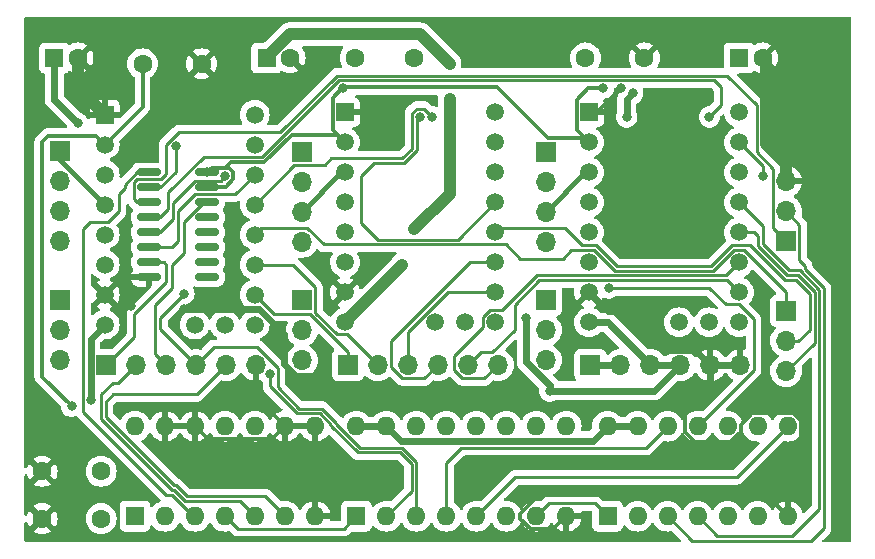
<source format=gtl>
G04 #@! TF.GenerationSoftware,KiCad,Pcbnew,8.0.3-8.0.3-0~ubuntu24.04.1*
G04 #@! TF.CreationDate,2024-07-31T19:04:03+02:00*
G04 #@! TF.ProjectId,motor-driver-breakout,6d6f746f-722d-4647-9269-7665722d6272,rev?*
G04 #@! TF.SameCoordinates,Original*
G04 #@! TF.FileFunction,Copper,L1,Top*
G04 #@! TF.FilePolarity,Positive*
%FSLAX46Y46*%
G04 Gerber Fmt 4.6, Leading zero omitted, Abs format (unit mm)*
G04 Created by KiCad (PCBNEW 8.0.3-8.0.3-0~ubuntu24.04.1) date 2024-07-31 19:04:03*
%MOMM*%
%LPD*%
G01*
G04 APERTURE LIST*
G04 Aperture macros list*
%AMRoundRect*
0 Rectangle with rounded corners*
0 $1 Rounding radius*
0 $2 $3 $4 $5 $6 $7 $8 $9 X,Y pos of 4 corners*
0 Add a 4 corners polygon primitive as box body*
4,1,4,$2,$3,$4,$5,$6,$7,$8,$9,$2,$3,0*
0 Add four circle primitives for the rounded corners*
1,1,$1+$1,$2,$3*
1,1,$1+$1,$4,$5*
1,1,$1+$1,$6,$7*
1,1,$1+$1,$8,$9*
0 Add four rect primitives between the rounded corners*
20,1,$1+$1,$2,$3,$4,$5,0*
20,1,$1+$1,$4,$5,$6,$7,0*
20,1,$1+$1,$6,$7,$8,$9,0*
20,1,$1+$1,$8,$9,$2,$3,0*%
G04 Aperture macros list end*
G04 #@! TA.AperFunction,ComponentPad*
%ADD10C,1.600000*%
G04 #@! TD*
G04 #@! TA.AperFunction,ComponentPad*
%ADD11R,1.600000X1.600000*%
G04 #@! TD*
G04 #@! TA.AperFunction,ComponentPad*
%ADD12O,1.600000X1.600000*%
G04 #@! TD*
G04 #@! TA.AperFunction,ComponentPad*
%ADD13C,1.508000*%
G04 #@! TD*
G04 #@! TA.AperFunction,ComponentPad*
%ADD14R,1.508000X1.508000*%
G04 #@! TD*
G04 #@! TA.AperFunction,SMDPad,CuDef*
%ADD15RoundRect,0.150000X-0.825000X-0.150000X0.825000X-0.150000X0.825000X0.150000X-0.825000X0.150000X0*%
G04 #@! TD*
G04 #@! TA.AperFunction,ComponentPad*
%ADD16R,1.700000X1.700000*%
G04 #@! TD*
G04 #@! TA.AperFunction,ComponentPad*
%ADD17O,1.700000X1.700000*%
G04 #@! TD*
G04 #@! TA.AperFunction,ViaPad*
%ADD18C,0.800000*%
G04 #@! TD*
G04 #@! TA.AperFunction,Conductor*
%ADD19C,0.300000*%
G04 #@! TD*
G04 #@! TA.AperFunction,Conductor*
%ADD20C,1.000000*%
G04 #@! TD*
G04 #@! TA.AperFunction,Conductor*
%ADD21C,0.600000*%
G04 #@! TD*
G04 #@! TA.AperFunction,Conductor*
%ADD22C,0.250000*%
G04 #@! TD*
G04 #@! TA.AperFunction,Conductor*
%ADD23C,0.400000*%
G04 #@! TD*
G04 APERTURE END LIST*
D10*
X160000000Y-68000000D03*
X155000000Y-68000000D03*
X160000000Y-72000000D03*
X155000000Y-72000000D03*
X163500000Y-33500000D03*
X168500000Y-33500000D03*
D11*
X156044888Y-33000000D03*
D10*
X158044888Y-33000000D03*
X201000000Y-33000000D03*
X206000000Y-33000000D03*
D11*
X174000000Y-33000000D03*
D10*
X176000000Y-33000000D03*
X181500000Y-33000000D03*
X186500000Y-33000000D03*
D11*
X214000000Y-33000000D03*
D10*
X216000000Y-33000000D03*
D11*
X202875000Y-71800000D03*
D12*
X205415000Y-71800000D03*
X207955000Y-71800000D03*
X210495000Y-71800000D03*
X213035000Y-71800000D03*
X215575000Y-71800000D03*
X218115000Y-71800000D03*
X218115000Y-64180000D03*
X215575000Y-64180000D03*
X213035000Y-64180000D03*
X210495000Y-64180000D03*
X207955000Y-64180000D03*
X205415000Y-64180000D03*
X202875000Y-64180000D03*
D13*
X214000000Y-37610000D03*
X214000000Y-40150000D03*
X214000000Y-42690000D03*
X214000000Y-45230000D03*
X214000000Y-47770000D03*
X214000000Y-50310000D03*
X214000000Y-52850000D03*
X214000000Y-55390000D03*
D14*
X201300000Y-37610000D03*
D13*
X201300000Y-40150000D03*
X201300000Y-42690000D03*
X201300000Y-45230000D03*
X201300000Y-47770000D03*
X201300000Y-50310000D03*
X201300000Y-52850000D03*
X201300000Y-55390000D03*
X211460000Y-55390000D03*
X208920000Y-55390000D03*
X193350000Y-37610000D03*
X193350000Y-40150000D03*
X193350000Y-42690000D03*
X193350000Y-45230000D03*
X193350000Y-47770000D03*
X193350000Y-50310000D03*
X193350000Y-52850000D03*
X193350000Y-55390000D03*
D14*
X180650000Y-37610000D03*
D13*
X180650000Y-40150000D03*
X180650000Y-42690000D03*
X180650000Y-45230000D03*
X180650000Y-47770000D03*
X180650000Y-50310000D03*
X180650000Y-52850000D03*
X180650000Y-55390000D03*
X190810000Y-55390000D03*
X188270000Y-55390000D03*
D12*
X162875000Y-64180000D03*
X165415000Y-64180000D03*
X167955000Y-64180000D03*
X170495000Y-64180000D03*
X173035000Y-64180000D03*
X175575000Y-64180000D03*
X178115000Y-64180000D03*
X178115000Y-71800000D03*
X175575000Y-71800000D03*
X173035000Y-71800000D03*
X170495000Y-71800000D03*
X167955000Y-71800000D03*
X165415000Y-71800000D03*
D11*
X162875000Y-71800000D03*
D13*
X173000000Y-37800000D03*
X173000000Y-40340000D03*
X173000000Y-42880000D03*
X173000000Y-45420000D03*
X173000000Y-47960000D03*
X173000000Y-50500000D03*
X173000000Y-53040000D03*
X173000000Y-55580000D03*
D14*
X160300000Y-37800000D03*
D13*
X160300000Y-40340000D03*
X160300000Y-42880000D03*
X160300000Y-45420000D03*
X160300000Y-47960000D03*
X160300000Y-50500000D03*
X160300000Y-53040000D03*
X160300000Y-55580000D03*
X170460000Y-55580000D03*
X167920000Y-55580000D03*
D11*
X181600000Y-71800000D03*
D12*
X184140000Y-71800000D03*
X186680000Y-71800000D03*
X189220000Y-71800000D03*
X191760000Y-71800000D03*
X194300000Y-71800000D03*
X196840000Y-71800000D03*
X199380000Y-71800000D03*
X199380000Y-64180000D03*
X196840000Y-64180000D03*
X194300000Y-64180000D03*
X191760000Y-64180000D03*
X189220000Y-64180000D03*
X186680000Y-64180000D03*
X184140000Y-64180000D03*
X181600000Y-64180000D03*
D15*
X164025000Y-42690000D03*
X164025000Y-43960000D03*
X164025000Y-45230000D03*
X164025000Y-46500000D03*
X164025000Y-47770000D03*
X164025000Y-49040000D03*
X164025000Y-50310000D03*
X164025000Y-51580000D03*
X168975000Y-51580000D03*
X168975000Y-50310000D03*
X168975000Y-49040000D03*
X168975000Y-47770000D03*
X168975000Y-46500000D03*
X168975000Y-45230000D03*
X168975000Y-43960000D03*
X168975000Y-42690000D03*
D16*
X218000000Y-54420000D03*
D17*
X218000000Y-56960000D03*
X218000000Y-59500000D03*
X197650000Y-48565000D03*
X197650000Y-46025000D03*
X197650000Y-43485000D03*
D16*
X197650000Y-40945000D03*
X177000000Y-40945000D03*
D17*
X177000000Y-43485000D03*
X177000000Y-46025000D03*
X177000000Y-48565000D03*
X197650000Y-58565000D03*
X197650000Y-56025000D03*
D16*
X197650000Y-53485000D03*
X180880000Y-59000000D03*
D17*
X183420000Y-59000000D03*
X185960000Y-59000000D03*
X188500000Y-59000000D03*
X191040000Y-59000000D03*
X193580000Y-59000000D03*
D16*
X201420000Y-59000000D03*
D17*
X203960000Y-59000000D03*
X206500000Y-59000000D03*
X209040000Y-59000000D03*
X211580000Y-59000000D03*
X214120000Y-59000000D03*
D16*
X218000000Y-48540000D03*
D17*
X218000000Y-46000000D03*
X218000000Y-43460000D03*
X177000000Y-58605000D03*
X177000000Y-56065000D03*
D16*
X177000000Y-53525000D03*
X156500000Y-53525000D03*
D17*
X156500000Y-56065000D03*
X156500000Y-58605000D03*
D16*
X156500000Y-40905000D03*
D17*
X156500000Y-43445000D03*
X156500000Y-45985000D03*
X156500000Y-48525000D03*
D16*
X160420000Y-59000000D03*
D17*
X162960000Y-59000000D03*
X165500000Y-59000000D03*
X168040000Y-59000000D03*
X170580000Y-59000000D03*
X173120000Y-59000000D03*
D18*
X204000000Y-35575000D03*
X202500000Y-35575000D03*
X205000000Y-36000000D03*
X204500000Y-38000000D03*
X185500000Y-50500000D03*
X186500000Y-47500000D03*
X189500000Y-36500000D03*
X189500000Y-33500000D03*
X162522702Y-54022702D03*
X180500000Y-35575000D03*
X167000000Y-54244000D03*
X168975000Y-42690000D03*
X196000000Y-55000000D03*
X197973261Y-61200000D03*
X187000000Y-37964000D03*
X188000000Y-37964000D03*
X203000000Y-52500000D03*
X211500000Y-38000000D03*
X159175000Y-62000000D03*
X157500000Y-62500000D03*
X170500000Y-43000000D03*
X166325000Y-40500000D03*
X167000000Y-53000000D03*
X174286458Y-59774198D03*
X216000000Y-43000000D03*
X158000000Y-38500000D03*
D19*
X201965000Y-37610000D02*
X204000000Y-35575000D01*
X201300000Y-37610000D02*
X201965000Y-37610000D01*
D20*
X216000000Y-33000000D02*
X216275000Y-33275000D01*
X216275000Y-33275000D02*
X216275000Y-40275000D01*
X216275000Y-40275000D02*
X218000000Y-42000000D01*
X218000000Y-42000000D02*
X218000000Y-43460000D01*
X174000000Y-33000000D02*
X174000000Y-32949390D01*
X174000000Y-32949390D02*
X175949390Y-31000000D01*
X175949390Y-31000000D02*
X187000000Y-31000000D01*
X187000000Y-31000000D02*
X189500000Y-33500000D01*
D19*
X201227000Y-35575000D02*
X202500000Y-35575000D01*
X200246000Y-36556000D02*
X201227000Y-35575000D01*
X200246000Y-39096000D02*
X200246000Y-36556000D01*
X201300000Y-40150000D02*
X200246000Y-39096000D01*
D21*
X204500000Y-36500000D02*
X205000000Y-36000000D01*
X204500000Y-38000000D02*
X204500000Y-36500000D01*
D20*
X189500000Y-36500000D02*
X189500000Y-44500000D01*
X189500000Y-44500000D02*
X186500000Y-47500000D01*
X185500000Y-50500000D02*
X185500000Y-50540000D01*
X185500000Y-50540000D02*
X180650000Y-55390000D01*
D21*
X175500000Y-56377286D02*
X175500000Y-58943478D01*
X167000000Y-54244000D02*
X173366714Y-54244000D01*
X173366714Y-54244000D02*
X175500000Y-56377286D01*
X175500000Y-58943478D02*
X176461522Y-59905000D01*
X176461522Y-59905000D02*
X178155000Y-59905000D01*
X178155000Y-59905000D02*
X180600000Y-62350000D01*
X180600000Y-62350000D02*
X209852082Y-62350000D01*
D19*
X180500000Y-35500000D02*
X180500000Y-35575000D01*
X160300000Y-40340000D02*
X163500000Y-37140000D01*
X163500000Y-37140000D02*
X163500000Y-33500000D01*
D20*
X158044888Y-33000000D02*
X158044888Y-35544888D01*
X158044888Y-35544888D02*
X160300000Y-37800000D01*
D22*
X167955000Y-71800000D02*
X167800000Y-71800000D01*
X158500000Y-63000000D02*
X158500000Y-47500000D01*
X161500000Y-44500000D02*
X162000000Y-44000000D01*
X167800000Y-71800000D02*
X166000000Y-70000000D01*
X160569000Y-46931000D02*
X161500000Y-46000000D01*
X166000000Y-70000000D02*
X165500000Y-70000000D01*
X163050001Y-42690000D02*
X164025000Y-42690000D01*
X165500000Y-70000000D02*
X158500000Y-63000000D01*
X158500000Y-47500000D02*
X159069000Y-46931000D01*
X159069000Y-46931000D02*
X160569000Y-46931000D01*
X161500000Y-46000000D02*
X161500000Y-44500000D01*
X162000000Y-44000000D02*
X162000000Y-43740001D01*
X162000000Y-43740001D02*
X163050001Y-42690000D01*
X173035000Y-71800000D02*
X171735000Y-70500000D01*
X166034314Y-69600000D02*
X160000000Y-63565686D01*
X171735000Y-70500000D02*
X167065686Y-70500000D01*
X167065686Y-70500000D02*
X166165686Y-69600000D01*
X160000000Y-61500000D02*
X161000000Y-60500000D01*
X166165686Y-69600000D02*
X166034314Y-69600000D01*
X160000000Y-63565686D02*
X160000000Y-61500000D01*
X161460000Y-60500000D02*
X162960000Y-59000000D01*
X161000000Y-60500000D02*
X161460000Y-60500000D01*
X175575000Y-71800000D02*
X173875000Y-70100000D01*
X173875000Y-70100000D02*
X167231372Y-70100000D01*
X167231372Y-70100000D02*
X166331372Y-69200000D01*
X166331372Y-69200000D02*
X166200000Y-69200000D01*
X166200000Y-69200000D02*
X160400000Y-63400000D01*
X160400000Y-63400000D02*
X160400000Y-62100000D01*
X168080000Y-61500000D02*
X170580000Y-59000000D01*
X160400000Y-62100000D02*
X161000000Y-61500000D01*
X161000000Y-61500000D02*
X168080000Y-61500000D01*
D19*
X201300000Y-40150000D02*
X200945000Y-39795000D01*
X200945000Y-39795000D02*
X197795000Y-39795000D01*
X197795000Y-39795000D02*
X193500000Y-35500000D01*
X193500000Y-35500000D02*
X180500000Y-35500000D01*
X180500000Y-35500000D02*
X179596000Y-36404000D01*
X179596000Y-36404000D02*
X179596000Y-39096000D01*
X179596000Y-39096000D02*
X180650000Y-40150000D01*
D22*
X210495000Y-64180000D02*
X210530991Y-64180000D01*
X210530991Y-64180000D02*
X215245000Y-59465991D01*
X215245000Y-59465991D02*
X215245000Y-55124000D01*
X215245000Y-55124000D02*
X214000000Y-53879000D01*
X214000000Y-53879000D02*
X212879000Y-53879000D01*
X212879000Y-53879000D02*
X211500000Y-52500000D01*
X211500000Y-52500000D02*
X203000000Y-52500000D01*
X218000000Y-46000000D02*
X219125000Y-47125000D01*
X219600000Y-50902942D02*
X221200000Y-52502942D01*
X219125000Y-47125000D02*
X219125000Y-50125000D01*
X219125000Y-50125000D02*
X219600000Y-50600000D01*
X221200000Y-72800000D02*
X220125000Y-73875000D01*
X219600000Y-50600000D02*
X219600000Y-50902942D01*
X221200000Y-52502942D02*
X221200000Y-72800000D01*
X220125000Y-73875000D02*
X210030000Y-73875000D01*
X210030000Y-73875000D02*
X207955000Y-71800000D01*
X210495000Y-71800000D02*
X212170000Y-73475000D01*
X216000000Y-48790000D02*
X216000000Y-47230000D01*
X212170000Y-73475000D02*
X218500000Y-73475000D01*
X218500000Y-73475000D02*
X220800000Y-71175000D01*
X220800000Y-71175000D02*
X220800000Y-52668628D01*
X218210000Y-51000000D02*
X216000000Y-48790000D01*
X220800000Y-52668628D02*
X219131372Y-51000000D01*
X219131372Y-51000000D02*
X218210000Y-51000000D01*
X216000000Y-47230000D02*
X214000000Y-45230000D01*
X214000000Y-47770000D02*
X215270000Y-47770000D01*
X218044314Y-51400000D02*
X218965686Y-51400000D01*
X220400000Y-52834314D02*
X220400000Y-57100000D01*
X215270000Y-47770000D02*
X215600000Y-48100000D01*
X215600000Y-48100000D02*
X215600000Y-48955686D01*
X215600000Y-48955686D02*
X218044314Y-51400000D01*
X218965686Y-51400000D02*
X220400000Y-52834314D01*
X220400000Y-57100000D02*
X218000000Y-59500000D01*
X201891912Y-48881000D02*
X200718995Y-48881000D01*
X203631912Y-50621000D02*
X201891912Y-48881000D01*
X211668088Y-50621000D02*
X203631912Y-50621000D01*
X213408088Y-48881000D02*
X211668088Y-50621000D01*
X217878628Y-51800000D02*
X214959628Y-48881000D01*
X220000000Y-53000000D02*
X218800000Y-51800000D01*
X200718995Y-48881000D02*
X199277995Y-47440000D01*
X220000000Y-56000000D02*
X220000000Y-53000000D01*
X193680000Y-47440000D02*
X193350000Y-47770000D01*
X214959628Y-48881000D02*
X213408088Y-48881000D01*
X219040000Y-56960000D02*
X220000000Y-56000000D01*
X199277995Y-47440000D02*
X193680000Y-47440000D01*
X218800000Y-51800000D02*
X217878628Y-51800000D01*
X218000000Y-56960000D02*
X219040000Y-56960000D01*
X189220000Y-71800000D02*
X189220000Y-67280000D01*
X206130000Y-66005000D02*
X207955000Y-64180000D01*
X189220000Y-67280000D02*
X190495000Y-66005000D01*
X190495000Y-66005000D02*
X206130000Y-66005000D01*
X174286458Y-59774198D02*
X174286458Y-60786458D01*
X174286458Y-60786458D02*
X176605000Y-63105000D01*
X176605000Y-63105000D02*
X178560280Y-63105000D01*
X178560280Y-63105000D02*
X179500000Y-64044720D01*
X179500000Y-64165966D02*
X181739034Y-66405000D01*
X181739034Y-66405000D02*
X185339314Y-66405000D01*
X179500000Y-64044720D02*
X179500000Y-64165966D01*
X185339314Y-66405000D02*
X186280000Y-67345686D01*
X186280000Y-67345686D02*
X186280000Y-69660000D01*
X186280000Y-69660000D02*
X184140000Y-71800000D01*
X186680000Y-71800000D02*
X186680000Y-67180000D01*
X186680000Y-67180000D02*
X185505000Y-66005000D01*
X185505000Y-66005000D02*
X181904720Y-66005000D01*
X181904720Y-66005000D02*
X179900000Y-64000280D01*
X179900000Y-64000280D02*
X179900000Y-63879034D01*
X179900000Y-63879034D02*
X178725966Y-62705000D01*
X178725966Y-62705000D02*
X176770686Y-62705000D01*
X176770686Y-62705000D02*
X174961458Y-60895772D01*
X169560000Y-57480000D02*
X168040000Y-59000000D01*
X174961458Y-60895772D02*
X174961458Y-59250467D01*
X174961458Y-59250467D02*
X173190991Y-57480000D01*
X173190991Y-57480000D02*
X169560000Y-57480000D01*
D19*
X160300000Y-40340000D02*
X159546000Y-39586000D01*
X155000000Y-40105000D02*
X155000000Y-60000000D01*
X159546000Y-39586000D02*
X155519000Y-39586000D01*
X155519000Y-39586000D02*
X155000000Y-40105000D01*
X155000000Y-60000000D02*
X157500000Y-62500000D01*
D22*
X195500000Y-50000000D02*
X194299000Y-48799000D01*
X199792991Y-49281000D02*
X199073991Y-50000000D01*
X199073991Y-50000000D02*
X195500000Y-50000000D01*
X201726226Y-49281000D02*
X199792991Y-49281000D01*
X203466226Y-51021000D02*
X201726226Y-49281000D01*
X194299000Y-48799000D02*
X178824991Y-48799000D01*
X213573774Y-49281000D02*
X211833774Y-51021000D01*
X177465991Y-47440000D02*
X173520000Y-47440000D01*
X214426226Y-49281000D02*
X213573774Y-49281000D01*
X173520000Y-47440000D02*
X173000000Y-47960000D01*
X218000000Y-52854774D02*
X214426226Y-49281000D01*
X178824991Y-48799000D02*
X177465991Y-47440000D01*
X211833774Y-51021000D02*
X203466226Y-51021000D01*
X218000000Y-54420000D02*
X218000000Y-52854774D01*
X187000000Y-37964000D02*
X186725000Y-38239000D01*
X186725000Y-38239000D02*
X186725000Y-40840686D01*
X186725000Y-40840686D02*
X185665686Y-41900000D01*
X185665686Y-41900000D02*
X183064000Y-41900000D01*
X183064000Y-41900000D02*
X182000000Y-42964000D01*
X182000000Y-42964000D02*
X182000000Y-47000000D01*
X182000000Y-47000000D02*
X183399000Y-48399000D01*
X183399000Y-48399000D02*
X190181000Y-48399000D01*
X190181000Y-48399000D02*
X193350000Y-45230000D01*
X215500000Y-37000000D02*
X215500000Y-41000000D01*
X213000000Y-34500000D02*
X215500000Y-37000000D01*
X164025000Y-45230000D02*
X163050001Y-45230000D01*
X179934314Y-34500000D02*
X213000000Y-34500000D01*
X165500000Y-40370405D02*
X166559405Y-39311000D01*
X165500000Y-42795196D02*
X165500000Y-40370405D01*
X163040687Y-43265000D02*
X165030196Y-43265000D01*
X175123314Y-39311000D02*
X179934314Y-34500000D01*
X162775000Y-43530687D02*
X163040687Y-43265000D01*
X165030196Y-43265000D02*
X165500000Y-42795196D01*
X166559405Y-39311000D02*
X175123314Y-39311000D01*
X162775000Y-44954999D02*
X162775000Y-43530687D01*
X216875000Y-42375000D02*
X216875000Y-47415000D01*
X163050001Y-45230000D02*
X162775000Y-44954999D01*
X215500000Y-41000000D02*
X216875000Y-42375000D01*
X216875000Y-47415000D02*
X218000000Y-48540000D01*
X164025000Y-46500000D02*
X165000000Y-46500000D01*
X180100000Y-34900000D02*
X211900000Y-34900000D01*
X165000000Y-46500000D02*
X165700000Y-45800000D01*
X212500000Y-35500000D02*
X212500000Y-37000000D01*
X165700000Y-45800000D02*
X165700000Y-44384804D01*
X173599000Y-41401000D02*
X180100000Y-34900000D01*
X211900000Y-34900000D02*
X212500000Y-35500000D01*
X165700000Y-44384804D02*
X168683804Y-41401000D01*
X212500000Y-37000000D02*
X211500000Y-38000000D01*
X168683804Y-41401000D02*
X173599000Y-41401000D01*
X216000000Y-43000000D02*
X216000000Y-42150000D01*
X216000000Y-42150000D02*
X214000000Y-40150000D01*
D19*
X216315000Y-70000000D02*
X219215000Y-67100000D01*
X214135000Y-64635635D02*
X213270635Y-65500000D01*
X219215000Y-67100000D02*
X219215000Y-63715000D01*
X219215000Y-63715000D02*
X218580000Y-63080000D01*
X210259365Y-65500000D02*
X209395000Y-64635635D01*
X218580000Y-63080000D02*
X215119365Y-63080000D01*
X215119365Y-63080000D02*
X214135000Y-64064365D01*
X214135000Y-64064365D02*
X214135000Y-64635635D01*
X209395000Y-62807082D02*
X209852082Y-62350000D01*
X213270635Y-65500000D02*
X210259365Y-65500000D01*
X209395000Y-64635635D02*
X209395000Y-62807082D01*
X178115000Y-64180000D02*
X178115000Y-71800000D01*
D21*
X202875000Y-64180000D02*
X201625000Y-65430000D01*
X201625000Y-65430000D02*
X185390000Y-65430000D01*
X185390000Y-65430000D02*
X184140000Y-64180000D01*
X181600000Y-64180000D02*
X184140000Y-64180000D01*
X202875000Y-64180000D02*
X205415000Y-64180000D01*
X197973261Y-61200000D02*
X206840000Y-61200000D01*
X206840000Y-61200000D02*
X209040000Y-59000000D01*
X197973261Y-61200000D02*
X197973261Y-60726739D01*
X196000000Y-58753478D02*
X196000000Y-55000000D01*
X197973261Y-60726739D02*
X196000000Y-58753478D01*
X201420000Y-59000000D02*
X203960000Y-59000000D01*
X211580000Y-60622082D02*
X209852082Y-62350000D01*
X211580000Y-59000000D02*
X211580000Y-60622082D01*
X211580000Y-59000000D02*
X214120000Y-59000000D01*
X201300000Y-52850000D02*
X202904000Y-54454000D01*
X202904000Y-54454000D02*
X204984330Y-54454000D01*
X204984330Y-54454000D02*
X208230330Y-57700000D01*
X210280000Y-57700000D02*
X211580000Y-59000000D01*
X208230330Y-57700000D02*
X210280000Y-57700000D01*
D22*
X165000000Y-55960000D02*
X168040000Y-59000000D01*
X165000000Y-55000000D02*
X165000000Y-55960000D01*
X167000000Y-53000000D02*
X165000000Y-55000000D01*
D19*
X199380000Y-71800000D02*
X198280000Y-72900000D01*
X197084365Y-70000000D02*
X216315000Y-70000000D01*
X198280000Y-72900000D02*
X196384365Y-72900000D01*
X196384365Y-72900000D02*
X195500000Y-72015635D01*
X195500000Y-72015635D02*
X195500000Y-71584365D01*
X195500000Y-71584365D02*
X197084365Y-70000000D01*
X216315000Y-70000000D02*
X218115000Y-71800000D01*
D22*
X188000000Y-37964000D02*
X187325000Y-37289000D01*
X187325000Y-37289000D02*
X186720405Y-37289000D01*
X186720405Y-37289000D02*
X186325000Y-37684405D01*
X186325000Y-37684405D02*
X186325000Y-40675000D01*
X186325000Y-40675000D02*
X185500000Y-41500000D01*
X185500000Y-41500000D02*
X179500000Y-41500000D01*
X179500000Y-41500000D02*
X178930000Y-42070000D01*
X178930000Y-42070000D02*
X176350000Y-42070000D01*
X176350000Y-42070000D02*
X173000000Y-45420000D01*
D21*
X206500000Y-59000000D02*
X202890000Y-55390000D01*
X202890000Y-55390000D02*
X201300000Y-55390000D01*
X206500000Y-59000000D02*
X209040000Y-59000000D01*
X160300000Y-55580000D02*
X159120000Y-56760000D01*
X159120000Y-56760000D02*
X159120000Y-61945000D01*
X159120000Y-61945000D02*
X159175000Y-62000000D01*
D19*
X164025000Y-51580000D02*
X161760000Y-51580000D01*
X161760000Y-51580000D02*
X160300000Y-53040000D01*
D22*
X160420000Y-59000000D02*
X162775000Y-56645000D01*
X162775000Y-56645000D02*
X162775000Y-54725000D01*
X162775000Y-54725000D02*
X165500000Y-52000000D01*
X165310000Y-50310000D02*
X164025000Y-50310000D01*
X165500000Y-52000000D02*
X165500000Y-50500000D01*
X165500000Y-50500000D02*
X165310000Y-50310000D01*
X165500000Y-59000000D02*
X164600000Y-58100000D01*
X164600000Y-58100000D02*
X164600000Y-53900000D01*
X167000000Y-49500000D02*
X167000000Y-46894804D01*
X164600000Y-53900000D02*
X166000000Y-52500000D01*
X167000000Y-46894804D02*
X168664804Y-45230000D01*
X166000000Y-52500000D02*
X166000000Y-50500000D01*
X168664804Y-45230000D02*
X168975000Y-45230000D01*
X166000000Y-50500000D02*
X167000000Y-49500000D01*
D19*
X173120000Y-59000000D02*
X173120000Y-61725000D01*
X173120000Y-61725000D02*
X175575000Y-64180000D01*
X170500000Y-42300000D02*
X170800000Y-42300000D01*
X169365000Y-42300000D02*
X170500000Y-42300000D01*
X170974000Y-41826000D02*
X173819000Y-41826000D01*
X170500000Y-42300000D02*
X170974000Y-41826000D01*
X173819000Y-41826000D02*
X176145000Y-39500000D01*
X176145000Y-39500000D02*
X180000000Y-39500000D01*
X180000000Y-39500000D02*
X180650000Y-40150000D01*
X168975000Y-42690000D02*
X169365000Y-42300000D01*
X170800000Y-42300000D02*
X171200000Y-42700000D01*
X171200000Y-42700000D02*
X171200000Y-43289950D01*
X171200000Y-43289950D02*
X170529950Y-43960000D01*
X170529950Y-43960000D02*
X168975000Y-43960000D01*
D22*
X166100000Y-45254804D02*
X166100000Y-46669999D01*
X167969804Y-43385000D02*
X166100000Y-45254804D01*
X170500000Y-43000000D02*
X170115000Y-43385000D01*
X166100000Y-46669999D02*
X164999999Y-47770000D01*
X164999999Y-47770000D02*
X164025000Y-47770000D01*
X170115000Y-43385000D02*
X167969804Y-43385000D01*
D23*
X197650000Y-46025000D02*
X200985000Y-42690000D01*
X200985000Y-42690000D02*
X201300000Y-42690000D01*
X177000000Y-46025000D02*
X180335000Y-42690000D01*
X180335000Y-42690000D02*
X180650000Y-42690000D01*
D22*
X166325000Y-40500000D02*
X166325000Y-42634999D01*
X166325000Y-42634999D02*
X164999999Y-43960000D01*
X164999999Y-43960000D02*
X164025000Y-43960000D01*
X193580000Y-59000000D02*
X192455000Y-60125000D01*
X192455000Y-60125000D02*
X190574009Y-60125000D01*
X192923774Y-54361000D02*
X193958314Y-54361000D01*
X190574009Y-60125000D02*
X189915000Y-59465991D01*
X193958314Y-54361000D02*
X196898314Y-51421000D01*
X189915000Y-59465991D02*
X189915000Y-58222226D01*
X189915000Y-58222226D02*
X192321000Y-55816226D01*
X192321000Y-55816226D02*
X192321000Y-54963774D01*
X212889000Y-51421000D02*
X214000000Y-50310000D01*
X192321000Y-54963774D02*
X192923774Y-54361000D01*
X196898314Y-51421000D02*
X212889000Y-51421000D01*
X191040000Y-59000000D02*
X192165000Y-57875000D01*
X192165000Y-57875000D02*
X193125000Y-57875000D01*
X193125000Y-57875000D02*
X195000000Y-56000000D01*
X195000000Y-56000000D02*
X195000000Y-53885000D01*
X195000000Y-53885000D02*
X197064000Y-51821000D01*
X197064000Y-51821000D02*
X212971000Y-51821000D01*
X212971000Y-51821000D02*
X214000000Y-52850000D01*
X188500000Y-59000000D02*
X187375000Y-60125000D01*
X187375000Y-60125000D02*
X185494009Y-60125000D01*
X185494009Y-60125000D02*
X184545000Y-59175991D01*
X184545000Y-59175991D02*
X184545000Y-56955000D01*
X184545000Y-56955000D02*
X191190000Y-50310000D01*
X191190000Y-50310000D02*
X193350000Y-50310000D01*
X185960000Y-59000000D02*
X185960000Y-56244774D01*
X185960000Y-56244774D02*
X189354774Y-52850000D01*
X189354774Y-52850000D02*
X193350000Y-52850000D01*
X183420000Y-59000000D02*
X180839000Y-56419000D01*
X180839000Y-56419000D02*
X179984686Y-56419000D01*
X179984686Y-56419000D02*
X178125000Y-54559314D01*
X178125000Y-54559314D02*
X178125000Y-52400000D01*
X178125000Y-52400000D02*
X176225000Y-50500000D01*
X176225000Y-50500000D02*
X173000000Y-50500000D01*
X173000000Y-53040000D02*
X174610000Y-54650000D01*
X174610000Y-54650000D02*
X177650000Y-54650000D01*
X177650000Y-54650000D02*
X180880000Y-57880000D01*
X180880000Y-57880000D02*
X180880000Y-59000000D01*
D23*
X156500000Y-40905000D02*
X156500000Y-41620000D01*
X156500000Y-41620000D02*
X160300000Y-45420000D01*
D22*
X164025000Y-49040000D02*
X165960000Y-49040000D01*
X165960000Y-49040000D02*
X166500000Y-48500000D01*
X166500000Y-48500000D02*
X166500000Y-46004804D01*
X166500000Y-46004804D02*
X167969804Y-44535000D01*
X167969804Y-44535000D02*
X171345000Y-44535000D01*
X171345000Y-44535000D02*
X173000000Y-42880000D01*
X191760000Y-71800000D02*
X195060000Y-68500000D01*
X213795000Y-68500000D02*
X218115000Y-64180000D01*
X195060000Y-68500000D02*
X213795000Y-68500000D01*
X196840000Y-71800000D02*
X197915000Y-70725000D01*
X197915000Y-70725000D02*
X201800000Y-70725000D01*
X201800000Y-70725000D02*
X202875000Y-71800000D01*
X170495000Y-71800000D02*
X171570000Y-72875000D01*
X171570000Y-72875000D02*
X180525000Y-72875000D01*
X180525000Y-72875000D02*
X181600000Y-71800000D01*
X163714804Y-50310000D02*
X164025000Y-50310000D01*
D19*
X165415000Y-64180000D02*
X167955000Y-64180000D01*
X175575000Y-64180000D02*
X174475000Y-65280000D01*
X174475000Y-65280000D02*
X169055000Y-65280000D01*
X169055000Y-65280000D02*
X167955000Y-64180000D01*
X178115000Y-64180000D02*
X175575000Y-64180000D01*
D23*
X156500000Y-47960000D02*
X156500000Y-47856698D01*
X180420000Y-50540000D02*
X180650000Y-50310000D01*
X201070000Y-50540000D02*
X201300000Y-50310000D01*
D21*
X161282702Y-54022702D02*
X160300000Y-53040000D01*
X162522702Y-54022702D02*
X161282702Y-54022702D01*
X156044888Y-36544888D02*
X156044888Y-33000000D01*
X158000000Y-38500000D02*
X156044888Y-36544888D01*
G04 #@! TA.AperFunction,Conductor*
G36*
X223443039Y-29519685D02*
G01*
X223488794Y-29572489D01*
X223500000Y-29624000D01*
X223500000Y-73876000D01*
X223480315Y-73943039D01*
X223427511Y-73988794D01*
X223376000Y-74000000D01*
X221183953Y-74000000D01*
X221116914Y-73980315D01*
X221071159Y-73927511D01*
X221061215Y-73858353D01*
X221090240Y-73794797D01*
X221096272Y-73788319D01*
X221685855Y-73198736D01*
X221685855Y-73198735D01*
X221685858Y-73198733D01*
X221754312Y-73096285D01*
X221801463Y-72982451D01*
X221825501Y-72861606D01*
X221825501Y-72738393D01*
X221825501Y-72733283D01*
X221825500Y-72733257D01*
X221825500Y-52570683D01*
X221825501Y-52570662D01*
X221825501Y-52441333D01*
X221803998Y-52333237D01*
X221801463Y-52320491D01*
X221800244Y-52317549D01*
X221800203Y-52317451D01*
X221771470Y-52248081D01*
X221754312Y-52206657D01*
X221685858Y-52104209D01*
X221685855Y-52104205D01*
X220261819Y-50680169D01*
X220228334Y-50618846D01*
X220225500Y-50592488D01*
X220225500Y-50538394D01*
X220218700Y-50504209D01*
X220217863Y-50500002D01*
X220201464Y-50417555D01*
X220201463Y-50417548D01*
X220154311Y-50303714D01*
X220139352Y-50281326D01*
X220090470Y-50208170D01*
X220085859Y-50201268D01*
X220052939Y-50168348D01*
X219998733Y-50114142D01*
X219998732Y-50114141D01*
X219786819Y-49902228D01*
X219753334Y-49840905D01*
X219750500Y-49814547D01*
X219750500Y-47063393D01*
X219750145Y-47061611D01*
X219750139Y-47061582D01*
X219749616Y-47058955D01*
X219731824Y-46969500D01*
X219731689Y-46968823D01*
X219726464Y-46942553D01*
X219726463Y-46942552D01*
X219726463Y-46942548D01*
X219679311Y-46828714D01*
X219679310Y-46828713D01*
X219679307Y-46828707D01*
X219610858Y-46726267D01*
X219610855Y-46726263D01*
X219520637Y-46636045D01*
X219520606Y-46636016D01*
X219340237Y-46455647D01*
X219306752Y-46394324D01*
X219308143Y-46335872D01*
X219335063Y-46235408D01*
X219355659Y-46000000D01*
X219335063Y-45764592D01*
X219273903Y-45536337D01*
X219174035Y-45322171D01*
X219124401Y-45251285D01*
X219038494Y-45128597D01*
X218871402Y-44961506D01*
X218871401Y-44961505D01*
X218685405Y-44831269D01*
X218641781Y-44776692D01*
X218634588Y-44707193D01*
X218666110Y-44644839D01*
X218685405Y-44628119D01*
X218871082Y-44498105D01*
X219038105Y-44331082D01*
X219173600Y-44137578D01*
X219273429Y-43923492D01*
X219273432Y-43923486D01*
X219330636Y-43710000D01*
X218433012Y-43710000D01*
X218465925Y-43652993D01*
X218500000Y-43525826D01*
X218500000Y-43394174D01*
X218465925Y-43267007D01*
X218433012Y-43210000D01*
X219330636Y-43210000D01*
X219330635Y-43209999D01*
X219273432Y-42996513D01*
X219273429Y-42996507D01*
X219173600Y-42782422D01*
X219173599Y-42782420D01*
X219038113Y-42588926D01*
X219038108Y-42588920D01*
X218871082Y-42421894D01*
X218677578Y-42286399D01*
X218463492Y-42186570D01*
X218463486Y-42186567D01*
X218250000Y-42129364D01*
X218250000Y-43026988D01*
X218192993Y-42994075D01*
X218065826Y-42960000D01*
X217934174Y-42960000D01*
X217807007Y-42994075D01*
X217750000Y-43026988D01*
X217750000Y-42129364D01*
X217749999Y-42129363D01*
X217585271Y-42173502D01*
X217515421Y-42171839D01*
X217457559Y-42132676D01*
X217438616Y-42101178D01*
X217429312Y-42078715D01*
X217429308Y-42078708D01*
X217360858Y-41976267D01*
X217360855Y-41976263D01*
X216161819Y-40777227D01*
X216128334Y-40715904D01*
X216125500Y-40689546D01*
X216125500Y-36938394D01*
X216122650Y-36924067D01*
X216119708Y-36909277D01*
X216119230Y-36906872D01*
X216110728Y-36864124D01*
X216110728Y-36864123D01*
X216101464Y-36817554D01*
X216101463Y-36817548D01*
X216076212Y-36756586D01*
X216071721Y-36745743D01*
X216054314Y-36703719D01*
X216054313Y-36703718D01*
X216054312Y-36703715D01*
X216000867Y-36623730D01*
X215985858Y-36601267D01*
X215985856Y-36601264D01*
X215895637Y-36511045D01*
X215895606Y-36511016D01*
X213896770Y-34512180D01*
X213863285Y-34450857D01*
X213868269Y-34381165D01*
X213910141Y-34325232D01*
X213975605Y-34300815D01*
X213984451Y-34300499D01*
X214847871Y-34300499D01*
X214847872Y-34300499D01*
X214907483Y-34294091D01*
X215042331Y-34243796D01*
X215157546Y-34157546D01*
X215164350Y-34148455D01*
X215220280Y-34106584D01*
X215289971Y-34101597D01*
X215334740Y-34121188D01*
X215347512Y-34130130D01*
X215347518Y-34130134D01*
X215553673Y-34226265D01*
X215553682Y-34226269D01*
X215773389Y-34285139D01*
X215773400Y-34285141D01*
X215999998Y-34304966D01*
X216000002Y-34304966D01*
X216226599Y-34285141D01*
X216226610Y-34285139D01*
X216446317Y-34226269D01*
X216446331Y-34226264D01*
X216652478Y-34130136D01*
X216725471Y-34079024D01*
X216046447Y-33400000D01*
X216052661Y-33400000D01*
X216154394Y-33372741D01*
X216245606Y-33320080D01*
X216320080Y-33245606D01*
X216372741Y-33154394D01*
X216400000Y-33052661D01*
X216400000Y-33046447D01*
X217079024Y-33725471D01*
X217130136Y-33652478D01*
X217226264Y-33446331D01*
X217226269Y-33446317D01*
X217285139Y-33226610D01*
X217285141Y-33226599D01*
X217304966Y-33000002D01*
X217304966Y-32999997D01*
X217285141Y-32773400D01*
X217285139Y-32773389D01*
X217226269Y-32553682D01*
X217226264Y-32553668D01*
X217130136Y-32347521D01*
X217130132Y-32347513D01*
X217079025Y-32274526D01*
X216400000Y-32953551D01*
X216400000Y-32947339D01*
X216372741Y-32845606D01*
X216320080Y-32754394D01*
X216245606Y-32679920D01*
X216154394Y-32627259D01*
X216052661Y-32600000D01*
X216046447Y-32600000D01*
X216725472Y-31920974D01*
X216652478Y-31869863D01*
X216446331Y-31773735D01*
X216446317Y-31773730D01*
X216226610Y-31714860D01*
X216226599Y-31714858D01*
X216000002Y-31695034D01*
X215999998Y-31695034D01*
X215773400Y-31714858D01*
X215773389Y-31714860D01*
X215553682Y-31773730D01*
X215553673Y-31773734D01*
X215347512Y-31869868D01*
X215347507Y-31869871D01*
X215334736Y-31878813D01*
X215268529Y-31901138D01*
X215200763Y-31884124D01*
X215164352Y-31851546D01*
X215157546Y-31842454D01*
X215157544Y-31842453D01*
X215157544Y-31842452D01*
X215042335Y-31756206D01*
X215042328Y-31756202D01*
X214907482Y-31705908D01*
X214907483Y-31705908D01*
X214847883Y-31699501D01*
X214847881Y-31699500D01*
X214847873Y-31699500D01*
X214847864Y-31699500D01*
X213152129Y-31699500D01*
X213152123Y-31699501D01*
X213092516Y-31705908D01*
X212957671Y-31756202D01*
X212957664Y-31756206D01*
X212842455Y-31842452D01*
X212842452Y-31842455D01*
X212756206Y-31957664D01*
X212756202Y-31957671D01*
X212705908Y-32092517D01*
X212700573Y-32142147D01*
X212699500Y-32152127D01*
X212699500Y-32999999D01*
X212699501Y-33750500D01*
X212679816Y-33817539D01*
X212627013Y-33863294D01*
X212575501Y-33874500D01*
X207212878Y-33874500D01*
X207145839Y-33854815D01*
X207100084Y-33802011D01*
X207090140Y-33732853D01*
X207111303Y-33679377D01*
X207130131Y-33652487D01*
X207130133Y-33652483D01*
X207226265Y-33446326D01*
X207226269Y-33446317D01*
X207285139Y-33226610D01*
X207285141Y-33226599D01*
X207304966Y-33000002D01*
X207304966Y-32999997D01*
X207285141Y-32773400D01*
X207285139Y-32773389D01*
X207226269Y-32553682D01*
X207226264Y-32553668D01*
X207130136Y-32347521D01*
X207130132Y-32347513D01*
X207079025Y-32274526D01*
X206400000Y-32953551D01*
X206400000Y-32947339D01*
X206372741Y-32845606D01*
X206320080Y-32754394D01*
X206245606Y-32679920D01*
X206154394Y-32627259D01*
X206052661Y-32600000D01*
X206046448Y-32600000D01*
X206725472Y-31920974D01*
X206652478Y-31869863D01*
X206446331Y-31773735D01*
X206446317Y-31773730D01*
X206226610Y-31714860D01*
X206226599Y-31714858D01*
X206000002Y-31695034D01*
X205999998Y-31695034D01*
X205773400Y-31714858D01*
X205773389Y-31714860D01*
X205553682Y-31773730D01*
X205553673Y-31773734D01*
X205347516Y-31869866D01*
X205347512Y-31869868D01*
X205274526Y-31920973D01*
X205274526Y-31920974D01*
X205953553Y-32600000D01*
X205947339Y-32600000D01*
X205845606Y-32627259D01*
X205754394Y-32679920D01*
X205679920Y-32754394D01*
X205627259Y-32845606D01*
X205600000Y-32947339D01*
X205600000Y-32953552D01*
X204920974Y-32274526D01*
X204920973Y-32274526D01*
X204869868Y-32347512D01*
X204869866Y-32347516D01*
X204773734Y-32553673D01*
X204773730Y-32553682D01*
X204714860Y-32773389D01*
X204714858Y-32773400D01*
X204695034Y-32999997D01*
X204695034Y-33000002D01*
X204714858Y-33226599D01*
X204714860Y-33226610D01*
X204773730Y-33446317D01*
X204773734Y-33446326D01*
X204869866Y-33652483D01*
X204869868Y-33652487D01*
X204888697Y-33679377D01*
X204911024Y-33745583D01*
X204894014Y-33813350D01*
X204843066Y-33861163D01*
X204787122Y-33874500D01*
X202213487Y-33874500D01*
X202146448Y-33854815D01*
X202100693Y-33802011D01*
X202090749Y-33732853D01*
X202111911Y-33679378D01*
X202130568Y-33652734D01*
X202226739Y-33446496D01*
X202285635Y-33226692D01*
X202305468Y-33000000D01*
X202285635Y-32773308D01*
X202226739Y-32553504D01*
X202130568Y-32347266D01*
X202023975Y-32195034D01*
X202000045Y-32160858D01*
X201839141Y-31999954D01*
X201652734Y-31869432D01*
X201652732Y-31869431D01*
X201446497Y-31773261D01*
X201446488Y-31773258D01*
X201226697Y-31714366D01*
X201226693Y-31714365D01*
X201226692Y-31714365D01*
X201226691Y-31714364D01*
X201226686Y-31714364D01*
X201000002Y-31694532D01*
X200999998Y-31694532D01*
X200773313Y-31714364D01*
X200773302Y-31714366D01*
X200553511Y-31773258D01*
X200553502Y-31773261D01*
X200347267Y-31869431D01*
X200347265Y-31869432D01*
X200160858Y-31999954D01*
X199999954Y-32160858D01*
X199869432Y-32347265D01*
X199869431Y-32347267D01*
X199773261Y-32553502D01*
X199773258Y-32553511D01*
X199714366Y-32773302D01*
X199714364Y-32773313D01*
X199694532Y-32999998D01*
X199694532Y-33000001D01*
X199714364Y-33226686D01*
X199714366Y-33226697D01*
X199773258Y-33446488D01*
X199773261Y-33446497D01*
X199869313Y-33652478D01*
X199869432Y-33652734D01*
X199888088Y-33679378D01*
X199910415Y-33745583D01*
X199893405Y-33813350D01*
X199842457Y-33861163D01*
X199786513Y-33874500D01*
X190596703Y-33874500D01*
X190529664Y-33854815D01*
X190483909Y-33802011D01*
X190473965Y-33732853D01*
X190475086Y-33726309D01*
X190500499Y-33598544D01*
X190500500Y-33598542D01*
X190500500Y-33401457D01*
X190500499Y-33401455D01*
X190491763Y-33357538D01*
X190462051Y-33208164D01*
X190386631Y-33026086D01*
X190386629Y-33026083D01*
X190386627Y-33026079D01*
X190277139Y-32862219D01*
X190277136Y-32862215D01*
X187781479Y-30366559D01*
X187781459Y-30366537D01*
X187637785Y-30222863D01*
X187637781Y-30222860D01*
X187473920Y-30113371D01*
X187473911Y-30113366D01*
X187401315Y-30083296D01*
X187345165Y-30060038D01*
X187291836Y-30037949D01*
X187291832Y-30037948D01*
X187291828Y-30037946D01*
X187195188Y-30018724D01*
X187098544Y-29999500D01*
X187098541Y-29999500D01*
X175850849Y-29999500D01*
X175850845Y-29999500D01*
X175754202Y-30018724D01*
X175657557Y-30037947D01*
X175657551Y-30037949D01*
X175604224Y-30060037D01*
X175604224Y-30060038D01*
X175561308Y-30077814D01*
X175475474Y-30113368D01*
X175475473Y-30113368D01*
X175352435Y-30195579D01*
X175352436Y-30195580D01*
X175311608Y-30222859D01*
X175311605Y-30222862D01*
X173871287Y-31663181D01*
X173809964Y-31696666D01*
X173783606Y-31699500D01*
X173152129Y-31699500D01*
X173152123Y-31699501D01*
X173092516Y-31705908D01*
X172957671Y-31756202D01*
X172957664Y-31756206D01*
X172842455Y-31842452D01*
X172842452Y-31842455D01*
X172756206Y-31957664D01*
X172756202Y-31957671D01*
X172705908Y-32092517D01*
X172699501Y-32152116D01*
X172699500Y-32152135D01*
X172699500Y-33847870D01*
X172699501Y-33847876D01*
X172705908Y-33907483D01*
X172756202Y-34042328D01*
X172756206Y-34042335D01*
X172842452Y-34157544D01*
X172842455Y-34157547D01*
X172957664Y-34243793D01*
X172957671Y-34243797D01*
X173092517Y-34294091D01*
X173092516Y-34294091D01*
X173099444Y-34294835D01*
X173152127Y-34300500D01*
X174847872Y-34300499D01*
X174907483Y-34294091D01*
X175042331Y-34243796D01*
X175157546Y-34157546D01*
X175164350Y-34148455D01*
X175220280Y-34106584D01*
X175289971Y-34101597D01*
X175334740Y-34121188D01*
X175347512Y-34130130D01*
X175347518Y-34130134D01*
X175553673Y-34226265D01*
X175553682Y-34226269D01*
X175773389Y-34285139D01*
X175773400Y-34285141D01*
X175999998Y-34304966D01*
X176000002Y-34304966D01*
X176226599Y-34285141D01*
X176226610Y-34285139D01*
X176446317Y-34226269D01*
X176446331Y-34226264D01*
X176652478Y-34130136D01*
X176725471Y-34079024D01*
X176046447Y-33400000D01*
X176052661Y-33400000D01*
X176154394Y-33372741D01*
X176245606Y-33320080D01*
X176320080Y-33245606D01*
X176372741Y-33154394D01*
X176400000Y-33052661D01*
X176400000Y-33046447D01*
X177079024Y-33725471D01*
X177130136Y-33652478D01*
X177226264Y-33446331D01*
X177226269Y-33446317D01*
X177285139Y-33226610D01*
X177285141Y-33226599D01*
X177304966Y-33000002D01*
X177304966Y-32999997D01*
X177285141Y-32773400D01*
X177285139Y-32773389D01*
X177226269Y-32553682D01*
X177226265Y-32553673D01*
X177130134Y-32347517D01*
X177023776Y-32195624D01*
X177001449Y-32129418D01*
X177018459Y-32061650D01*
X177069407Y-32013837D01*
X177125351Y-32000500D01*
X180374037Y-32000500D01*
X180441076Y-32020185D01*
X180486831Y-32072989D01*
X180496775Y-32142147D01*
X180475612Y-32195623D01*
X180369432Y-32347265D01*
X180369431Y-32347267D01*
X180273261Y-32553502D01*
X180273258Y-32553511D01*
X180214366Y-32773302D01*
X180214364Y-32773313D01*
X180194532Y-32999998D01*
X180194532Y-33000001D01*
X180214364Y-33226686D01*
X180214366Y-33226697D01*
X180273258Y-33446488D01*
X180273261Y-33446497D01*
X180369313Y-33652478D01*
X180369432Y-33652734D01*
X180388088Y-33679378D01*
X180410415Y-33745583D01*
X180393405Y-33813350D01*
X180342457Y-33861163D01*
X180286513Y-33874500D01*
X179872706Y-33874500D01*
X179842210Y-33880566D01*
X179811714Y-33886632D01*
X179763766Y-33896169D01*
X179751861Y-33898537D01*
X179638030Y-33945687D01*
X179595787Y-33973914D01*
X179595786Y-33973914D01*
X179535584Y-34014139D01*
X179535576Y-34014145D01*
X174900543Y-38649181D01*
X174839220Y-38682666D01*
X174812862Y-38685500D01*
X174149630Y-38685500D01*
X174082591Y-38665815D01*
X174036836Y-38613011D01*
X174026892Y-38543853D01*
X174048055Y-38490377D01*
X174090576Y-38429650D01*
X174090575Y-38429650D01*
X174090579Y-38429646D01*
X174183347Y-38230703D01*
X174240161Y-38018674D01*
X174256920Y-37827111D01*
X174259292Y-37800002D01*
X174259292Y-37799997D01*
X174245194Y-37638856D01*
X174240161Y-37581326D01*
X174183347Y-37369297D01*
X174090579Y-37170354D01*
X174090577Y-37170351D01*
X174090576Y-37170349D01*
X173964677Y-36990547D01*
X173964672Y-36990541D01*
X173809458Y-36835327D01*
X173809452Y-36835322D01*
X173629650Y-36709423D01*
X173629642Y-36709419D01*
X173430708Y-36616655D01*
X173430706Y-36616654D01*
X173430703Y-36616653D01*
X173279885Y-36576240D01*
X173218675Y-36559839D01*
X173218668Y-36559838D01*
X173000002Y-36540708D01*
X172999998Y-36540708D01*
X172781331Y-36559838D01*
X172781324Y-36559839D01*
X172658902Y-36592642D01*
X172569297Y-36616653D01*
X172569295Y-36616653D01*
X172569291Y-36616655D01*
X172370357Y-36709419D01*
X172370349Y-36709423D01*
X172190547Y-36835322D01*
X172190541Y-36835327D01*
X172035327Y-36990541D01*
X172035322Y-36990547D01*
X171909423Y-37170349D01*
X171909419Y-37170357D01*
X171816655Y-37369291D01*
X171816653Y-37369295D01*
X171816653Y-37369297D01*
X171810749Y-37391331D01*
X171759839Y-37581324D01*
X171759838Y-37581331D01*
X171740708Y-37799997D01*
X171740708Y-37800002D01*
X171759838Y-38018668D01*
X171759839Y-38018675D01*
X171765742Y-38040703D01*
X171816653Y-38230703D01*
X171816654Y-38230706D01*
X171816655Y-38230708D01*
X171909419Y-38429642D01*
X171909423Y-38429650D01*
X171951945Y-38490377D01*
X171974272Y-38556583D01*
X171957262Y-38624350D01*
X171906314Y-38672163D01*
X171850370Y-38685500D01*
X166497794Y-38685500D01*
X166437376Y-38697518D01*
X166376953Y-38709537D01*
X166376951Y-38709537D01*
X166376950Y-38709538D01*
X166376948Y-38709538D01*
X166339966Y-38724856D01*
X166339967Y-38724857D01*
X166280326Y-38749561D01*
X166263120Y-38756688D01*
X166246763Y-38767618D01*
X166243590Y-38769738D01*
X166160673Y-38825140D01*
X166136314Y-38849500D01*
X166073547Y-38912267D01*
X166073544Y-38912270D01*
X165101270Y-39884544D01*
X165101267Y-39884547D01*
X165070559Y-39915255D01*
X165014139Y-39971674D01*
X165014138Y-39971676D01*
X164982940Y-40018368D01*
X164982939Y-40018370D01*
X164945690Y-40074113D01*
X164945686Y-40074121D01*
X164923427Y-40127862D01*
X164906860Y-40167857D01*
X164906861Y-40167858D01*
X164898538Y-40187951D01*
X164898535Y-40187961D01*
X164877296Y-40294741D01*
X164877296Y-40294745D01*
X164874500Y-40308799D01*
X164874500Y-41765500D01*
X164854815Y-41832539D01*
X164802011Y-41878294D01*
X164750500Y-41889500D01*
X163134298Y-41889500D01*
X163097432Y-41892401D01*
X163097426Y-41892402D01*
X162939606Y-41938254D01*
X162939603Y-41938255D01*
X162798137Y-42021917D01*
X162798129Y-42021923D01*
X162681923Y-42138129D01*
X162681917Y-42138137D01*
X162638717Y-42211183D01*
X162619667Y-42235741D01*
X161760298Y-43095111D01*
X161698975Y-43128596D01*
X161629284Y-43123612D01*
X161573350Y-43081740D01*
X161548933Y-43016276D01*
X161549089Y-42996623D01*
X161559292Y-42880001D01*
X161559292Y-42879997D01*
X161546879Y-42738116D01*
X161540161Y-42661326D01*
X161483347Y-42449297D01*
X161390579Y-42250354D01*
X161390577Y-42250351D01*
X161390576Y-42250349D01*
X161264677Y-42070547D01*
X161264672Y-42070541D01*
X161109458Y-41915327D01*
X161109452Y-41915322D01*
X160929650Y-41789423D01*
X160929642Y-41789419D01*
X160785879Y-41722382D01*
X160733439Y-41676210D01*
X160714287Y-41609017D01*
X160734502Y-41542136D01*
X160785879Y-41497618D01*
X160929646Y-41430579D01*
X161109457Y-41304674D01*
X161264674Y-41149457D01*
X161390579Y-40969646D01*
X161483347Y-40770703D01*
X161540161Y-40558674D01*
X161559292Y-40340000D01*
X161556562Y-40308799D01*
X161542669Y-40149997D01*
X161540161Y-40121326D01*
X161537232Y-40110395D01*
X161538892Y-40040548D01*
X161569323Y-39990621D01*
X164005276Y-37554670D01*
X164076465Y-37448127D01*
X164125501Y-37329744D01*
X164130822Y-37302993D01*
X164132156Y-37296288D01*
X164132156Y-37296286D01*
X164150500Y-37204069D01*
X164150500Y-34696682D01*
X164170185Y-34629643D01*
X164203371Y-34595111D01*
X164339139Y-34500047D01*
X164500047Y-34339139D01*
X164630568Y-34152734D01*
X164726739Y-33946496D01*
X164785635Y-33726692D01*
X164805468Y-33500000D01*
X164805468Y-33499997D01*
X167195034Y-33499997D01*
X167195034Y-33500002D01*
X167214858Y-33726599D01*
X167214860Y-33726610D01*
X167273730Y-33946317D01*
X167273735Y-33946331D01*
X167369863Y-34152478D01*
X167420974Y-34225472D01*
X168100000Y-33546446D01*
X168100000Y-33552661D01*
X168127259Y-33654394D01*
X168179920Y-33745606D01*
X168254394Y-33820080D01*
X168345606Y-33872741D01*
X168447339Y-33900000D01*
X168453553Y-33900000D01*
X167774526Y-34579025D01*
X167847513Y-34630132D01*
X167847521Y-34630136D01*
X168053668Y-34726264D01*
X168053682Y-34726269D01*
X168273389Y-34785139D01*
X168273400Y-34785141D01*
X168499998Y-34804966D01*
X168500002Y-34804966D01*
X168726599Y-34785141D01*
X168726610Y-34785139D01*
X168946317Y-34726269D01*
X168946331Y-34726264D01*
X169152478Y-34630136D01*
X169225471Y-34579024D01*
X168546447Y-33900000D01*
X168552661Y-33900000D01*
X168654394Y-33872741D01*
X168745606Y-33820080D01*
X168820080Y-33745606D01*
X168872741Y-33654394D01*
X168900000Y-33552661D01*
X168900000Y-33546447D01*
X169579024Y-34225471D01*
X169630136Y-34152478D01*
X169726264Y-33946331D01*
X169726269Y-33946317D01*
X169785139Y-33726610D01*
X169785141Y-33726599D01*
X169804966Y-33500002D01*
X169804966Y-33499997D01*
X169785141Y-33273400D01*
X169785139Y-33273389D01*
X169726269Y-33053682D01*
X169726264Y-33053668D01*
X169630136Y-32847521D01*
X169630132Y-32847513D01*
X169579025Y-32774526D01*
X168900000Y-33453551D01*
X168900000Y-33447339D01*
X168872741Y-33345606D01*
X168820080Y-33254394D01*
X168745606Y-33179920D01*
X168654394Y-33127259D01*
X168552661Y-33100000D01*
X168546448Y-33100000D01*
X169225472Y-32420974D01*
X169152478Y-32369863D01*
X168946331Y-32273735D01*
X168946317Y-32273730D01*
X168726610Y-32214860D01*
X168726599Y-32214858D01*
X168500002Y-32195034D01*
X168499998Y-32195034D01*
X168273400Y-32214858D01*
X168273389Y-32214860D01*
X168053682Y-32273730D01*
X168053673Y-32273734D01*
X167847516Y-32369866D01*
X167847512Y-32369868D01*
X167774526Y-32420973D01*
X167774526Y-32420974D01*
X168453553Y-33100000D01*
X168447339Y-33100000D01*
X168345606Y-33127259D01*
X168254394Y-33179920D01*
X168179920Y-33254394D01*
X168127259Y-33345606D01*
X168100000Y-33447339D01*
X168100000Y-33453552D01*
X167420974Y-32774526D01*
X167420973Y-32774526D01*
X167369868Y-32847512D01*
X167369866Y-32847516D01*
X167273734Y-33053673D01*
X167273730Y-33053682D01*
X167214860Y-33273389D01*
X167214858Y-33273400D01*
X167195034Y-33499997D01*
X164805468Y-33499997D01*
X164785635Y-33273308D01*
X164735897Y-33087681D01*
X164726741Y-33053511D01*
X164726738Y-33053502D01*
X164726346Y-33052661D01*
X164630568Y-32847266D01*
X164500047Y-32660861D01*
X164500045Y-32660858D01*
X164339141Y-32499954D01*
X164152734Y-32369432D01*
X164152732Y-32369431D01*
X163946497Y-32273261D01*
X163946488Y-32273258D01*
X163726697Y-32214366D01*
X163726693Y-32214365D01*
X163726692Y-32214365D01*
X163726691Y-32214364D01*
X163726686Y-32214364D01*
X163500002Y-32194532D01*
X163499998Y-32194532D01*
X163273313Y-32214364D01*
X163273302Y-32214366D01*
X163053511Y-32273258D01*
X163053502Y-32273261D01*
X162847267Y-32369431D01*
X162847265Y-32369432D01*
X162660858Y-32499954D01*
X162499954Y-32660858D01*
X162369432Y-32847265D01*
X162369431Y-32847267D01*
X162273261Y-33053502D01*
X162273258Y-33053511D01*
X162214366Y-33273302D01*
X162214364Y-33273313D01*
X162194532Y-33499998D01*
X162194532Y-33500001D01*
X162214364Y-33726686D01*
X162214366Y-33726697D01*
X162273258Y-33946488D01*
X162273261Y-33946497D01*
X162369431Y-34152732D01*
X162369432Y-34152734D01*
X162499954Y-34339141D01*
X162660855Y-34500042D01*
X162660858Y-34500044D01*
X162660861Y-34500047D01*
X162796626Y-34595109D01*
X162840248Y-34649683D01*
X162849500Y-34696682D01*
X162849500Y-36819191D01*
X162829815Y-36886230D01*
X162813181Y-36906872D01*
X161699707Y-38020345D01*
X161638384Y-38053830D01*
X161584829Y-38050000D01*
X160733012Y-38050000D01*
X160765925Y-37992993D01*
X160800000Y-37865826D01*
X160800000Y-37734174D01*
X160765925Y-37607007D01*
X160733012Y-37550000D01*
X161554000Y-37550000D01*
X161554000Y-36998172D01*
X161553999Y-36998155D01*
X161547598Y-36938627D01*
X161547596Y-36938620D01*
X161497354Y-36803913D01*
X161497350Y-36803906D01*
X161411190Y-36688812D01*
X161411187Y-36688809D01*
X161296093Y-36602649D01*
X161296086Y-36602645D01*
X161161379Y-36552403D01*
X161161372Y-36552401D01*
X161101844Y-36546000D01*
X160550000Y-36546000D01*
X160550000Y-37366988D01*
X160492993Y-37334075D01*
X160365826Y-37300000D01*
X160234174Y-37300000D01*
X160107007Y-37334075D01*
X160050000Y-37366988D01*
X160050000Y-36546000D01*
X159498155Y-36546000D01*
X159438627Y-36552401D01*
X159438620Y-36552403D01*
X159303913Y-36602645D01*
X159303906Y-36602649D01*
X159188812Y-36688809D01*
X159188809Y-36688812D01*
X159102649Y-36803906D01*
X159102645Y-36803913D01*
X159052403Y-36938620D01*
X159052401Y-36938627D01*
X159046000Y-36998155D01*
X159046000Y-37550000D01*
X159866988Y-37550000D01*
X159834075Y-37607007D01*
X159800000Y-37734174D01*
X159800000Y-37865826D01*
X159834075Y-37992993D01*
X159866988Y-38050000D01*
X159046000Y-38050000D01*
X159045148Y-38050851D01*
X159026315Y-38114990D01*
X158973511Y-38160745D01*
X158904353Y-38170689D01*
X158840797Y-38141664D01*
X158814613Y-38109951D01*
X158794968Y-38075925D01*
X158732533Y-37967784D01*
X158605871Y-37827112D01*
X158584719Y-37811744D01*
X158452734Y-37715851D01*
X158452729Y-37715848D01*
X158284809Y-37641084D01*
X158247564Y-37615486D01*
X156881707Y-36249629D01*
X156848222Y-36188306D01*
X156845388Y-36161948D01*
X156845388Y-34416976D01*
X156865073Y-34349937D01*
X156917877Y-34304182D01*
X156945023Y-34296736D01*
X156944820Y-34295876D01*
X156952367Y-34294092D01*
X156952369Y-34294091D01*
X156952371Y-34294091D01*
X157087219Y-34243796D01*
X157202434Y-34157546D01*
X157209238Y-34148455D01*
X157265168Y-34106584D01*
X157334859Y-34101597D01*
X157379628Y-34121188D01*
X157392400Y-34130130D01*
X157392406Y-34130134D01*
X157598561Y-34226265D01*
X157598570Y-34226269D01*
X157818277Y-34285139D01*
X157818288Y-34285141D01*
X158044886Y-34304966D01*
X158044890Y-34304966D01*
X158271487Y-34285141D01*
X158271498Y-34285139D01*
X158491205Y-34226269D01*
X158491219Y-34226264D01*
X158697366Y-34130136D01*
X158770359Y-34079024D01*
X158091335Y-33400000D01*
X158097549Y-33400000D01*
X158199282Y-33372741D01*
X158290494Y-33320080D01*
X158364968Y-33245606D01*
X158417629Y-33154394D01*
X158444888Y-33052661D01*
X158444888Y-33046447D01*
X159123912Y-33725471D01*
X159175024Y-33652478D01*
X159271152Y-33446331D01*
X159271157Y-33446317D01*
X159330027Y-33226610D01*
X159330029Y-33226599D01*
X159349854Y-33000002D01*
X159349854Y-32999997D01*
X159330029Y-32773400D01*
X159330027Y-32773389D01*
X159271157Y-32553682D01*
X159271152Y-32553668D01*
X159175024Y-32347521D01*
X159175020Y-32347513D01*
X159123913Y-32274526D01*
X158444888Y-32953551D01*
X158444888Y-32947339D01*
X158417629Y-32845606D01*
X158364968Y-32754394D01*
X158290494Y-32679920D01*
X158199282Y-32627259D01*
X158097549Y-32600000D01*
X158091335Y-32600000D01*
X158770360Y-31920974D01*
X158697366Y-31869863D01*
X158491219Y-31773735D01*
X158491205Y-31773730D01*
X158271498Y-31714860D01*
X158271487Y-31714858D01*
X158044890Y-31695034D01*
X158044886Y-31695034D01*
X157818288Y-31714858D01*
X157818277Y-31714860D01*
X157598570Y-31773730D01*
X157598561Y-31773734D01*
X157392400Y-31869868D01*
X157392395Y-31869871D01*
X157379624Y-31878813D01*
X157313417Y-31901138D01*
X157245651Y-31884124D01*
X157209240Y-31851546D01*
X157202434Y-31842454D01*
X157202432Y-31842453D01*
X157202432Y-31842452D01*
X157087223Y-31756206D01*
X157087216Y-31756202D01*
X156952370Y-31705908D01*
X156952371Y-31705908D01*
X156892771Y-31699501D01*
X156892769Y-31699500D01*
X156892761Y-31699500D01*
X156892752Y-31699500D01*
X155197017Y-31699500D01*
X155197011Y-31699501D01*
X155137404Y-31705908D01*
X155002559Y-31756202D01*
X155002552Y-31756206D01*
X154887343Y-31842452D01*
X154887340Y-31842455D01*
X154801094Y-31957664D01*
X154801090Y-31957671D01*
X154750796Y-32092517D01*
X154744389Y-32152116D01*
X154744388Y-32152135D01*
X154744388Y-33847870D01*
X154744389Y-33847876D01*
X154750796Y-33907483D01*
X154801090Y-34042328D01*
X154801094Y-34042335D01*
X154887340Y-34157544D01*
X154887343Y-34157547D01*
X155002552Y-34243793D01*
X155002559Y-34243797D01*
X155137405Y-34294091D01*
X155144950Y-34295874D01*
X155144411Y-34298151D01*
X155198175Y-34320408D01*
X155238035Y-34377793D01*
X155244388Y-34416975D01*
X155244388Y-36623734D01*
X155275149Y-36778377D01*
X155275152Y-36778389D01*
X155335490Y-36924060D01*
X155335497Y-36924073D01*
X155423098Y-37055176D01*
X155423101Y-37055180D01*
X157091741Y-38723819D01*
X157125226Y-38785142D01*
X157120242Y-38854834D01*
X157078370Y-38910767D01*
X157012906Y-38935184D01*
X157004060Y-38935500D01*
X155454929Y-38935500D01*
X155329261Y-38960497D01*
X155329255Y-38960499D01*
X155210874Y-39009534D01*
X155104326Y-39080726D01*
X154494726Y-39690326D01*
X154494723Y-39690331D01*
X154463237Y-39737455D01*
X154442199Y-39768941D01*
X154423533Y-39796876D01*
X154374499Y-39915255D01*
X154374497Y-39915261D01*
X154349500Y-40040928D01*
X154349500Y-60064070D01*
X154361720Y-60125499D01*
X154361720Y-60125501D01*
X154374497Y-60189736D01*
X154374499Y-60189744D01*
X154417597Y-60293793D01*
X154423535Y-60308127D01*
X154470594Y-60378557D01*
X154494726Y-60414673D01*
X154494727Y-60414674D01*
X156565191Y-62485137D01*
X156598676Y-62546460D01*
X156600830Y-62559851D01*
X156614326Y-62688256D01*
X156614327Y-62688259D01*
X156672818Y-62868277D01*
X156672821Y-62868284D01*
X156767467Y-63032216D01*
X156842821Y-63115905D01*
X156894129Y-63172888D01*
X157047265Y-63284148D01*
X157047270Y-63284151D01*
X157220192Y-63361142D01*
X157220197Y-63361144D01*
X157405354Y-63400500D01*
X157405355Y-63400500D01*
X157594644Y-63400500D01*
X157594646Y-63400500D01*
X157779803Y-63361144D01*
X157845579Y-63331857D01*
X157914826Y-63322572D01*
X157978103Y-63352200D01*
X157999116Y-63376245D01*
X158014144Y-63398736D01*
X158105586Y-63490178D01*
X158105608Y-63490198D01*
X164993433Y-70378023D01*
X165026918Y-70439346D01*
X165021934Y-70509038D01*
X164980062Y-70564971D01*
X164958157Y-70578086D01*
X164762267Y-70669431D01*
X164762265Y-70669432D01*
X164575858Y-70799954D01*
X164414954Y-70960858D01*
X164397725Y-70985464D01*
X164343147Y-71029088D01*
X164273648Y-71036280D01*
X164211294Y-71004757D01*
X164175882Y-70944526D01*
X164172861Y-70927591D01*
X164171605Y-70915910D01*
X164169091Y-70892517D01*
X164160643Y-70869868D01*
X164118797Y-70757671D01*
X164118793Y-70757664D01*
X164032547Y-70642455D01*
X164032544Y-70642452D01*
X163917335Y-70556206D01*
X163917328Y-70556202D01*
X163782482Y-70505908D01*
X163782483Y-70505908D01*
X163722883Y-70499501D01*
X163722881Y-70499500D01*
X163722873Y-70499500D01*
X163722864Y-70499500D01*
X162027129Y-70499500D01*
X162027123Y-70499501D01*
X161967516Y-70505908D01*
X161832671Y-70556202D01*
X161832664Y-70556206D01*
X161717455Y-70642452D01*
X161717452Y-70642455D01*
X161631206Y-70757664D01*
X161631202Y-70757671D01*
X161580908Y-70892517D01*
X161574501Y-70952116D01*
X161574500Y-70952135D01*
X161574500Y-72647870D01*
X161574501Y-72647876D01*
X161580908Y-72707483D01*
X161631202Y-72842328D01*
X161631206Y-72842335D01*
X161717452Y-72957544D01*
X161717455Y-72957547D01*
X161832664Y-73043793D01*
X161832671Y-73043797D01*
X161967517Y-73094091D01*
X161967516Y-73094091D01*
X161974444Y-73094835D01*
X162027127Y-73100500D01*
X163722872Y-73100499D01*
X163782483Y-73094091D01*
X163917331Y-73043796D01*
X164032546Y-72957546D01*
X164118796Y-72842331D01*
X164169091Y-72707483D01*
X164172862Y-72672401D01*
X164199599Y-72607855D01*
X164256990Y-72568006D01*
X164326816Y-72565511D01*
X164386905Y-72601163D01*
X164397726Y-72614536D01*
X164414956Y-72639143D01*
X164575858Y-72800045D01*
X164575861Y-72800047D01*
X164762266Y-72930568D01*
X164968504Y-73026739D01*
X165188308Y-73085635D01*
X165345780Y-73099412D01*
X165414998Y-73105468D01*
X165415000Y-73105468D01*
X165415002Y-73105468D01*
X165471807Y-73100498D01*
X165641692Y-73085635D01*
X165861496Y-73026739D01*
X166067734Y-72930568D01*
X166254139Y-72800047D01*
X166415047Y-72639139D01*
X166545568Y-72452734D01*
X166572618Y-72394724D01*
X166618790Y-72342285D01*
X166685983Y-72323133D01*
X166752865Y-72343348D01*
X166797382Y-72394725D01*
X166824429Y-72452728D01*
X166824432Y-72452734D01*
X166954954Y-72639141D01*
X167115858Y-72800045D01*
X167115861Y-72800047D01*
X167302266Y-72930568D01*
X167508504Y-73026739D01*
X167728308Y-73085635D01*
X167885780Y-73099412D01*
X167954998Y-73105468D01*
X167955000Y-73105468D01*
X167955002Y-73105468D01*
X168011807Y-73100498D01*
X168181692Y-73085635D01*
X168401496Y-73026739D01*
X168607734Y-72930568D01*
X168794139Y-72800047D01*
X168955047Y-72639139D01*
X169085568Y-72452734D01*
X169112618Y-72394724D01*
X169158790Y-72342285D01*
X169225983Y-72323133D01*
X169292865Y-72343348D01*
X169337382Y-72394725D01*
X169364429Y-72452728D01*
X169364432Y-72452734D01*
X169494954Y-72639141D01*
X169655858Y-72800045D01*
X169655861Y-72800047D01*
X169842266Y-72930568D01*
X170048504Y-73026739D01*
X170268308Y-73085635D01*
X170425780Y-73099412D01*
X170494998Y-73105468D01*
X170495000Y-73105468D01*
X170495002Y-73105468D01*
X170551807Y-73100498D01*
X170721692Y-73085635D01*
X170790047Y-73067319D01*
X170859896Y-73068982D01*
X170909821Y-73099413D01*
X171171263Y-73360855D01*
X171171267Y-73360858D01*
X171273710Y-73429309D01*
X171273711Y-73429309D01*
X171273715Y-73429312D01*
X171340396Y-73456931D01*
X171340398Y-73456933D01*
X171387543Y-73476461D01*
X171387548Y-73476463D01*
X171407597Y-73480451D01*
X171441196Y-73487134D01*
X171508392Y-73500501D01*
X171508394Y-73500501D01*
X171637721Y-73500501D01*
X171637741Y-73500500D01*
X180586607Y-73500500D01*
X180647029Y-73488481D01*
X180707452Y-73476463D01*
X180707455Y-73476461D01*
X180707458Y-73476461D01*
X180740787Y-73462654D01*
X180740786Y-73462654D01*
X180740792Y-73462652D01*
X180821286Y-73429312D01*
X180881403Y-73389142D01*
X180923733Y-73360858D01*
X181010858Y-73273733D01*
X181010859Y-73273730D01*
X181147773Y-73136815D01*
X181209094Y-73103333D01*
X181235452Y-73100499D01*
X182447871Y-73100499D01*
X182447872Y-73100499D01*
X182507483Y-73094091D01*
X182642331Y-73043796D01*
X182757546Y-72957546D01*
X182843796Y-72842331D01*
X182894091Y-72707483D01*
X182897862Y-72672401D01*
X182924599Y-72607855D01*
X182981990Y-72568006D01*
X183051816Y-72565511D01*
X183111905Y-72601163D01*
X183122726Y-72614536D01*
X183139956Y-72639143D01*
X183300858Y-72800045D01*
X183300861Y-72800047D01*
X183487266Y-72930568D01*
X183693504Y-73026739D01*
X183913308Y-73085635D01*
X184070780Y-73099412D01*
X184139998Y-73105468D01*
X184140000Y-73105468D01*
X184140002Y-73105468D01*
X184196807Y-73100498D01*
X184366692Y-73085635D01*
X184586496Y-73026739D01*
X184792734Y-72930568D01*
X184979139Y-72800047D01*
X185140047Y-72639139D01*
X185270568Y-72452734D01*
X185297618Y-72394724D01*
X185343790Y-72342285D01*
X185410983Y-72323133D01*
X185477865Y-72343348D01*
X185522382Y-72394725D01*
X185549429Y-72452728D01*
X185549432Y-72452734D01*
X185679954Y-72639141D01*
X185840858Y-72800045D01*
X185840861Y-72800047D01*
X186027266Y-72930568D01*
X186233504Y-73026739D01*
X186453308Y-73085635D01*
X186610780Y-73099412D01*
X186679998Y-73105468D01*
X186680000Y-73105468D01*
X186680002Y-73105468D01*
X186736807Y-73100498D01*
X186906692Y-73085635D01*
X187126496Y-73026739D01*
X187332734Y-72930568D01*
X187519139Y-72800047D01*
X187680047Y-72639139D01*
X187810568Y-72452734D01*
X187837618Y-72394724D01*
X187883790Y-72342285D01*
X187950983Y-72323133D01*
X188017865Y-72343348D01*
X188062382Y-72394725D01*
X188089429Y-72452728D01*
X188089432Y-72452734D01*
X188219954Y-72639141D01*
X188380858Y-72800045D01*
X188380861Y-72800047D01*
X188567266Y-72930568D01*
X188773504Y-73026739D01*
X188993308Y-73085635D01*
X189150780Y-73099412D01*
X189219998Y-73105468D01*
X189220000Y-73105468D01*
X189220002Y-73105468D01*
X189276807Y-73100498D01*
X189446692Y-73085635D01*
X189666496Y-73026739D01*
X189872734Y-72930568D01*
X190059139Y-72800047D01*
X190220047Y-72639139D01*
X190350568Y-72452734D01*
X190377618Y-72394724D01*
X190423790Y-72342285D01*
X190490983Y-72323133D01*
X190557865Y-72343348D01*
X190602382Y-72394725D01*
X190629429Y-72452728D01*
X190629432Y-72452734D01*
X190759954Y-72639141D01*
X190920858Y-72800045D01*
X190920861Y-72800047D01*
X191107266Y-72930568D01*
X191313504Y-73026739D01*
X191533308Y-73085635D01*
X191690780Y-73099412D01*
X191759998Y-73105468D01*
X191760000Y-73105468D01*
X191760002Y-73105468D01*
X191816807Y-73100498D01*
X191986692Y-73085635D01*
X192206496Y-73026739D01*
X192412734Y-72930568D01*
X192599139Y-72800047D01*
X192760047Y-72639139D01*
X192890568Y-72452734D01*
X192917618Y-72394724D01*
X192963790Y-72342285D01*
X193030983Y-72323133D01*
X193097865Y-72343348D01*
X193142382Y-72394725D01*
X193169429Y-72452728D01*
X193169432Y-72452734D01*
X193299954Y-72639141D01*
X193460858Y-72800045D01*
X193460861Y-72800047D01*
X193647266Y-72930568D01*
X193853504Y-73026739D01*
X194073308Y-73085635D01*
X194230780Y-73099412D01*
X194299998Y-73105468D01*
X194300000Y-73105468D01*
X194300002Y-73105468D01*
X194356807Y-73100498D01*
X194526692Y-73085635D01*
X194746496Y-73026739D01*
X194952734Y-72930568D01*
X195139139Y-72800047D01*
X195300047Y-72639139D01*
X195430568Y-72452734D01*
X195457618Y-72394724D01*
X195503790Y-72342285D01*
X195570983Y-72323133D01*
X195637865Y-72343348D01*
X195682382Y-72394725D01*
X195709429Y-72452728D01*
X195709432Y-72452734D01*
X195839954Y-72639141D01*
X196000858Y-72800045D01*
X196000861Y-72800047D01*
X196187266Y-72930568D01*
X196393504Y-73026739D01*
X196613308Y-73085635D01*
X196770780Y-73099412D01*
X196839998Y-73105468D01*
X196840000Y-73105468D01*
X196840002Y-73105468D01*
X196896807Y-73100498D01*
X197066692Y-73085635D01*
X197286496Y-73026739D01*
X197492734Y-72930568D01*
X197679139Y-72800047D01*
X197840047Y-72639139D01*
X197970568Y-72452734D01*
X197997895Y-72394129D01*
X198044064Y-72341695D01*
X198111257Y-72322542D01*
X198178139Y-72342757D01*
X198222657Y-72394133D01*
X198249865Y-72452482D01*
X198380342Y-72638820D01*
X198541179Y-72799657D01*
X198727517Y-72930134D01*
X198933673Y-73026265D01*
X198933682Y-73026269D01*
X199129999Y-73078872D01*
X199130000Y-73078871D01*
X199130000Y-72115686D01*
X199134394Y-72120080D01*
X199225606Y-72172741D01*
X199327339Y-72200000D01*
X199432661Y-72200000D01*
X199534394Y-72172741D01*
X199625606Y-72120080D01*
X199630000Y-72115686D01*
X199630000Y-73078872D01*
X199826317Y-73026269D01*
X199826326Y-73026265D01*
X200032482Y-72930134D01*
X200218820Y-72799657D01*
X200379657Y-72638820D01*
X200510134Y-72452482D01*
X200606265Y-72246326D01*
X200606269Y-72246317D01*
X200658872Y-72050000D01*
X199695686Y-72050000D01*
X199700080Y-72045606D01*
X199752741Y-71954394D01*
X199780000Y-71852661D01*
X199780000Y-71747339D01*
X199752741Y-71645606D01*
X199700080Y-71554394D01*
X199695686Y-71550000D01*
X200658872Y-71550000D01*
X200658872Y-71549999D01*
X200647242Y-71506593D01*
X200648905Y-71436743D01*
X200688068Y-71378881D01*
X200752296Y-71351377D01*
X200767017Y-71350500D01*
X201450500Y-71350500D01*
X201517539Y-71370185D01*
X201563294Y-71422989D01*
X201574500Y-71474500D01*
X201574500Y-72647870D01*
X201574501Y-72647876D01*
X201580908Y-72707483D01*
X201631202Y-72842328D01*
X201631206Y-72842335D01*
X201717452Y-72957544D01*
X201717455Y-72957547D01*
X201832664Y-73043793D01*
X201832671Y-73043797D01*
X201967517Y-73094091D01*
X201967516Y-73094091D01*
X201974444Y-73094835D01*
X202027127Y-73100500D01*
X203722872Y-73100499D01*
X203782483Y-73094091D01*
X203917331Y-73043796D01*
X204032546Y-72957546D01*
X204118796Y-72842331D01*
X204169091Y-72707483D01*
X204172862Y-72672401D01*
X204199599Y-72607855D01*
X204256990Y-72568006D01*
X204326816Y-72565511D01*
X204386905Y-72601163D01*
X204397726Y-72614536D01*
X204414956Y-72639143D01*
X204575858Y-72800045D01*
X204575861Y-72800047D01*
X204762266Y-72930568D01*
X204968504Y-73026739D01*
X205188308Y-73085635D01*
X205345780Y-73099412D01*
X205414998Y-73105468D01*
X205415000Y-73105468D01*
X205415002Y-73105468D01*
X205471807Y-73100498D01*
X205641692Y-73085635D01*
X205861496Y-73026739D01*
X206067734Y-72930568D01*
X206254139Y-72800047D01*
X206415047Y-72639139D01*
X206545568Y-72452734D01*
X206572618Y-72394724D01*
X206618790Y-72342285D01*
X206685983Y-72323133D01*
X206752865Y-72343348D01*
X206797382Y-72394725D01*
X206824429Y-72452728D01*
X206824432Y-72452734D01*
X206954954Y-72639141D01*
X207115858Y-72800045D01*
X207115861Y-72800047D01*
X207302266Y-72930568D01*
X207508504Y-73026739D01*
X207728308Y-73085635D01*
X207885780Y-73099412D01*
X207954998Y-73105468D01*
X207955000Y-73105468D01*
X207955002Y-73105468D01*
X208011807Y-73100498D01*
X208181692Y-73085635D01*
X208250048Y-73067319D01*
X208319896Y-73068980D01*
X208369822Y-73099412D01*
X209058729Y-73788319D01*
X209092214Y-73849642D01*
X209087230Y-73919334D01*
X209045358Y-73975267D01*
X208979894Y-73999684D01*
X208971048Y-74000000D01*
X153624000Y-74000000D01*
X153556961Y-73980315D01*
X153511206Y-73927511D01*
X153500000Y-73876000D01*
X153500000Y-72366614D01*
X153519685Y-72299575D01*
X153572489Y-72253820D01*
X153641647Y-72243876D01*
X153705203Y-72272901D01*
X153742977Y-72331679D01*
X153743775Y-72334521D01*
X153773730Y-72446317D01*
X153773735Y-72446331D01*
X153869863Y-72652478D01*
X153920974Y-72725472D01*
X154600000Y-72046446D01*
X154600000Y-72052661D01*
X154627259Y-72154394D01*
X154679920Y-72245606D01*
X154754394Y-72320080D01*
X154845606Y-72372741D01*
X154947339Y-72400000D01*
X154953553Y-72400000D01*
X154274526Y-73079025D01*
X154347513Y-73130132D01*
X154347521Y-73130136D01*
X154553668Y-73226264D01*
X154553682Y-73226269D01*
X154773389Y-73285139D01*
X154773400Y-73285141D01*
X154999998Y-73304966D01*
X155000002Y-73304966D01*
X155226599Y-73285141D01*
X155226610Y-73285139D01*
X155446317Y-73226269D01*
X155446331Y-73226264D01*
X155652478Y-73130136D01*
X155725471Y-73079024D01*
X155046447Y-72400000D01*
X155052661Y-72400000D01*
X155154394Y-72372741D01*
X155245606Y-72320080D01*
X155320080Y-72245606D01*
X155372741Y-72154394D01*
X155400000Y-72052661D01*
X155400000Y-72046447D01*
X156079024Y-72725471D01*
X156130136Y-72652478D01*
X156226264Y-72446331D01*
X156226269Y-72446317D01*
X156285139Y-72226610D01*
X156285141Y-72226599D01*
X156304966Y-72000002D01*
X156304966Y-71999998D01*
X158694532Y-71999998D01*
X158694532Y-72000001D01*
X158714364Y-72226686D01*
X158714366Y-72226697D01*
X158773258Y-72446488D01*
X158773261Y-72446497D01*
X158869431Y-72652732D01*
X158869432Y-72652734D01*
X158999954Y-72839141D01*
X159160858Y-73000045D01*
X159198310Y-73026269D01*
X159347266Y-73130568D01*
X159553504Y-73226739D01*
X159773308Y-73285635D01*
X159935230Y-73299801D01*
X159999998Y-73305468D01*
X160000000Y-73305468D01*
X160000002Y-73305468D01*
X160056673Y-73300509D01*
X160226692Y-73285635D01*
X160446496Y-73226739D01*
X160652734Y-73130568D01*
X160839139Y-73000047D01*
X161000047Y-72839139D01*
X161130568Y-72652734D01*
X161226739Y-72446496D01*
X161285635Y-72226692D01*
X161305468Y-72000000D01*
X161303500Y-71977511D01*
X161285635Y-71773313D01*
X161285635Y-71773308D01*
X161239198Y-71600000D01*
X161226741Y-71553511D01*
X161226738Y-71553502D01*
X161192426Y-71479920D01*
X161130568Y-71347266D01*
X161000047Y-71160861D01*
X161000045Y-71160858D01*
X160839141Y-70999954D01*
X160652734Y-70869432D01*
X160652732Y-70869431D01*
X160446497Y-70773261D01*
X160446488Y-70773258D01*
X160226697Y-70714366D01*
X160226693Y-70714365D01*
X160226692Y-70714365D01*
X160226691Y-70714364D01*
X160226686Y-70714364D01*
X160000002Y-70694532D01*
X159999998Y-70694532D01*
X159773313Y-70714364D01*
X159773302Y-70714366D01*
X159553511Y-70773258D01*
X159553502Y-70773261D01*
X159347267Y-70869431D01*
X159347265Y-70869432D01*
X159160858Y-70999954D01*
X158999954Y-71160858D01*
X158869432Y-71347265D01*
X158869431Y-71347267D01*
X158773261Y-71553502D01*
X158773258Y-71553511D01*
X158714366Y-71773302D01*
X158714364Y-71773313D01*
X158694532Y-71999998D01*
X156304966Y-71999998D01*
X156304966Y-71999997D01*
X156285141Y-71773400D01*
X156285139Y-71773389D01*
X156226269Y-71553682D01*
X156226264Y-71553668D01*
X156130136Y-71347521D01*
X156130132Y-71347513D01*
X156079025Y-71274526D01*
X155400000Y-71953551D01*
X155400000Y-71947339D01*
X155372741Y-71845606D01*
X155320080Y-71754394D01*
X155245606Y-71679920D01*
X155154394Y-71627259D01*
X155052661Y-71600000D01*
X155046448Y-71600000D01*
X155725472Y-70920974D01*
X155652478Y-70869863D01*
X155446331Y-70773735D01*
X155446317Y-70773730D01*
X155226610Y-70714860D01*
X155226599Y-70714858D01*
X155000002Y-70695034D01*
X154999998Y-70695034D01*
X154773400Y-70714858D01*
X154773389Y-70714860D01*
X154553682Y-70773730D01*
X154553673Y-70773734D01*
X154347516Y-70869866D01*
X154347512Y-70869868D01*
X154274526Y-70920973D01*
X154274526Y-70920974D01*
X154953553Y-71600000D01*
X154947339Y-71600000D01*
X154845606Y-71627259D01*
X154754394Y-71679920D01*
X154679920Y-71754394D01*
X154627259Y-71845606D01*
X154600000Y-71947339D01*
X154600000Y-71953552D01*
X153920974Y-71274526D01*
X153920973Y-71274526D01*
X153869868Y-71347512D01*
X153869866Y-71347516D01*
X153773734Y-71553673D01*
X153773731Y-71553679D01*
X153743775Y-71665479D01*
X153707410Y-71725139D01*
X153644563Y-71755668D01*
X153575187Y-71747373D01*
X153521309Y-71702888D01*
X153500035Y-71636336D01*
X153500000Y-71633385D01*
X153500000Y-68366614D01*
X153519685Y-68299575D01*
X153572489Y-68253820D01*
X153641647Y-68243876D01*
X153705203Y-68272901D01*
X153742977Y-68331679D01*
X153743775Y-68334521D01*
X153773730Y-68446317D01*
X153773735Y-68446331D01*
X153869863Y-68652478D01*
X153920974Y-68725472D01*
X154600000Y-68046446D01*
X154600000Y-68052661D01*
X154627259Y-68154394D01*
X154679920Y-68245606D01*
X154754394Y-68320080D01*
X154845606Y-68372741D01*
X154947339Y-68400000D01*
X154953553Y-68400000D01*
X154274526Y-69079025D01*
X154347513Y-69130132D01*
X154347521Y-69130136D01*
X154553668Y-69226264D01*
X154553682Y-69226269D01*
X154773389Y-69285139D01*
X154773400Y-69285141D01*
X154999998Y-69304966D01*
X155000002Y-69304966D01*
X155226599Y-69285141D01*
X155226610Y-69285139D01*
X155446317Y-69226269D01*
X155446331Y-69226264D01*
X155652478Y-69130136D01*
X155725471Y-69079024D01*
X155046447Y-68400000D01*
X155052661Y-68400000D01*
X155154394Y-68372741D01*
X155245606Y-68320080D01*
X155320080Y-68245606D01*
X155372741Y-68154394D01*
X155400000Y-68052661D01*
X155400000Y-68046447D01*
X156079024Y-68725471D01*
X156130136Y-68652478D01*
X156226264Y-68446331D01*
X156226269Y-68446317D01*
X156285139Y-68226610D01*
X156285141Y-68226599D01*
X156304966Y-68000002D01*
X156304966Y-67999998D01*
X158694532Y-67999998D01*
X158694532Y-68000001D01*
X158714364Y-68226686D01*
X158714366Y-68226697D01*
X158773258Y-68446488D01*
X158773261Y-68446497D01*
X158869431Y-68652732D01*
X158869432Y-68652734D01*
X158999954Y-68839141D01*
X159160858Y-69000045D01*
X159160861Y-69000047D01*
X159347266Y-69130568D01*
X159553504Y-69226739D01*
X159773308Y-69285635D01*
X159935230Y-69299801D01*
X159999998Y-69305468D01*
X160000000Y-69305468D01*
X160000002Y-69305468D01*
X160056673Y-69300509D01*
X160226692Y-69285635D01*
X160446496Y-69226739D01*
X160652734Y-69130568D01*
X160839139Y-69000047D01*
X161000047Y-68839139D01*
X161130568Y-68652734D01*
X161226739Y-68446496D01*
X161285635Y-68226692D01*
X161305468Y-68000000D01*
X161285635Y-67773308D01*
X161226739Y-67553504D01*
X161130568Y-67347266D01*
X161000047Y-67160861D01*
X161000045Y-67160858D01*
X160839141Y-66999954D01*
X160652734Y-66869432D01*
X160652732Y-66869431D01*
X160446497Y-66773261D01*
X160446488Y-66773258D01*
X160226697Y-66714366D01*
X160226693Y-66714365D01*
X160226692Y-66714365D01*
X160226691Y-66714364D01*
X160226686Y-66714364D01*
X160000002Y-66694532D01*
X159999998Y-66694532D01*
X159773313Y-66714364D01*
X159773302Y-66714366D01*
X159553511Y-66773258D01*
X159553502Y-66773261D01*
X159347267Y-66869431D01*
X159347265Y-66869432D01*
X159160858Y-66999954D01*
X158999954Y-67160858D01*
X158869432Y-67347265D01*
X158869431Y-67347267D01*
X158773261Y-67553502D01*
X158773258Y-67553511D01*
X158714366Y-67773302D01*
X158714364Y-67773313D01*
X158694532Y-67999998D01*
X156304966Y-67999998D01*
X156304966Y-67999997D01*
X156285141Y-67773400D01*
X156285139Y-67773389D01*
X156226269Y-67553682D01*
X156226264Y-67553668D01*
X156130136Y-67347521D01*
X156130132Y-67347513D01*
X156079025Y-67274526D01*
X155400000Y-67953551D01*
X155400000Y-67947339D01*
X155372741Y-67845606D01*
X155320080Y-67754394D01*
X155245606Y-67679920D01*
X155154394Y-67627259D01*
X155052661Y-67600000D01*
X155046448Y-67600000D01*
X155725472Y-66920974D01*
X155652478Y-66869863D01*
X155446331Y-66773735D01*
X155446317Y-66773730D01*
X155226610Y-66714860D01*
X155226599Y-66714858D01*
X155000002Y-66695034D01*
X154999998Y-66695034D01*
X154773400Y-66714858D01*
X154773389Y-66714860D01*
X154553682Y-66773730D01*
X154553673Y-66773734D01*
X154347516Y-66869866D01*
X154347512Y-66869868D01*
X154274526Y-66920973D01*
X154274526Y-66920974D01*
X154953553Y-67600000D01*
X154947339Y-67600000D01*
X154845606Y-67627259D01*
X154754394Y-67679920D01*
X154679920Y-67754394D01*
X154627259Y-67845606D01*
X154600000Y-67947339D01*
X154600000Y-67953552D01*
X153920974Y-67274526D01*
X153920973Y-67274526D01*
X153869868Y-67347512D01*
X153869866Y-67347516D01*
X153773734Y-67553673D01*
X153773731Y-67553679D01*
X153743775Y-67665479D01*
X153707410Y-67725139D01*
X153644563Y-67755668D01*
X153575187Y-67747373D01*
X153521309Y-67702888D01*
X153500035Y-67636336D01*
X153500000Y-67633385D01*
X153500000Y-29624000D01*
X153519685Y-29556961D01*
X153572489Y-29511206D01*
X153624000Y-29500000D01*
X223376000Y-29500000D01*
X223443039Y-29519685D01*
G37*
G04 #@! TD.AperFunction*
G04 #@! TA.AperFunction,Conductor*
G36*
X178365000Y-65458872D02*
G01*
X178561317Y-65406269D01*
X178561326Y-65406265D01*
X178767482Y-65310134D01*
X178953820Y-65179657D01*
X179114659Y-65018818D01*
X179175524Y-64931894D01*
X179230100Y-64888269D01*
X179299599Y-64881075D01*
X179361954Y-64912597D01*
X179364780Y-64915336D01*
X181250050Y-66800606D01*
X181250079Y-66800637D01*
X181340297Y-66890855D01*
X181340301Y-66890858D01*
X181442741Y-66959307D01*
X181442747Y-66959310D01*
X181442748Y-66959311D01*
X181556582Y-67006463D01*
X181617005Y-67018481D01*
X181677427Y-67030500D01*
X181677428Y-67030500D01*
X185028862Y-67030500D01*
X185095901Y-67050185D01*
X185116543Y-67066819D01*
X185618181Y-67568457D01*
X185651666Y-67629780D01*
X185654500Y-67656138D01*
X185654500Y-69349547D01*
X185634815Y-69416586D01*
X185618181Y-69437228D01*
X184554822Y-70500586D01*
X184493499Y-70534071D01*
X184435049Y-70532680D01*
X184366699Y-70514367D01*
X184366702Y-70514367D01*
X184366692Y-70514365D01*
X184366689Y-70514364D01*
X184366686Y-70514364D01*
X184140001Y-70494532D01*
X184139998Y-70494532D01*
X183913313Y-70514364D01*
X183913302Y-70514366D01*
X183693511Y-70573258D01*
X183693502Y-70573261D01*
X183487267Y-70669431D01*
X183487265Y-70669432D01*
X183300858Y-70799954D01*
X183139954Y-70960858D01*
X183122725Y-70985464D01*
X183068147Y-71029088D01*
X182998648Y-71036280D01*
X182936294Y-71004757D01*
X182900882Y-70944526D01*
X182897861Y-70927591D01*
X182896605Y-70915910D01*
X182894091Y-70892517D01*
X182885643Y-70869868D01*
X182843797Y-70757671D01*
X182843793Y-70757664D01*
X182757547Y-70642455D01*
X182757544Y-70642452D01*
X182642335Y-70556206D01*
X182642328Y-70556202D01*
X182507482Y-70505908D01*
X182507483Y-70505908D01*
X182447883Y-70499501D01*
X182447881Y-70499500D01*
X182447873Y-70499500D01*
X182447864Y-70499500D01*
X180752129Y-70499500D01*
X180752123Y-70499501D01*
X180692516Y-70505908D01*
X180557671Y-70556202D01*
X180557664Y-70556206D01*
X180442455Y-70642452D01*
X180442452Y-70642455D01*
X180356206Y-70757664D01*
X180356202Y-70757671D01*
X180305908Y-70892517D01*
X180299501Y-70952116D01*
X180299500Y-70952135D01*
X180299500Y-72125500D01*
X180279815Y-72192539D01*
X180227011Y-72238294D01*
X180175500Y-72249500D01*
X179502017Y-72249500D01*
X179434978Y-72229815D01*
X179389223Y-72177011D01*
X179379279Y-72107853D01*
X179382242Y-72093407D01*
X179393872Y-72050000D01*
X178430686Y-72050000D01*
X178435080Y-72045606D01*
X178487741Y-71954394D01*
X178515000Y-71852661D01*
X178515000Y-71747339D01*
X178487741Y-71645606D01*
X178435080Y-71554394D01*
X178430686Y-71550000D01*
X179393872Y-71550000D01*
X179393872Y-71549999D01*
X179341269Y-71353682D01*
X179341265Y-71353673D01*
X179245134Y-71147517D01*
X179114657Y-70961179D01*
X178953820Y-70800342D01*
X178767482Y-70669865D01*
X178561328Y-70573734D01*
X178365000Y-70521127D01*
X178365000Y-71484314D01*
X178360606Y-71479920D01*
X178269394Y-71427259D01*
X178167661Y-71400000D01*
X178062339Y-71400000D01*
X177960606Y-71427259D01*
X177869394Y-71479920D01*
X177865000Y-71484314D01*
X177865000Y-70521127D01*
X177668671Y-70573734D01*
X177462517Y-70669865D01*
X177276179Y-70800342D01*
X177115342Y-70961179D01*
X176984867Y-71147515D01*
X176957657Y-71205867D01*
X176911484Y-71258306D01*
X176844290Y-71277457D01*
X176777409Y-71257241D01*
X176732893Y-71205865D01*
X176705570Y-71147271D01*
X176705567Y-71147265D01*
X176575045Y-70960858D01*
X176414141Y-70799954D01*
X176227734Y-70669432D01*
X176227732Y-70669431D01*
X176021497Y-70573261D01*
X176021488Y-70573258D01*
X175801697Y-70514366D01*
X175801693Y-70514365D01*
X175801692Y-70514365D01*
X175801691Y-70514364D01*
X175801686Y-70514364D01*
X175575002Y-70494532D01*
X175574999Y-70494532D01*
X175348313Y-70514364D01*
X175348307Y-70514365D01*
X175279948Y-70532681D01*
X175210098Y-70531016D01*
X175160176Y-70500586D01*
X174365198Y-69705608D01*
X174365178Y-69705586D01*
X174273733Y-69614141D01*
X174222509Y-69579915D01*
X174171287Y-69545689D01*
X174171286Y-69545688D01*
X174171283Y-69545686D01*
X174171280Y-69545685D01*
X174090792Y-69512347D01*
X174057453Y-69498537D01*
X174047427Y-69496543D01*
X173997029Y-69486518D01*
X173936610Y-69474500D01*
X173936607Y-69474500D01*
X173936606Y-69474500D01*
X167541824Y-69474500D01*
X167474785Y-69454815D01*
X167454143Y-69438181D01*
X166821570Y-68805608D01*
X166821550Y-68805586D01*
X166730105Y-68714141D01*
X166678881Y-68679915D01*
X166627658Y-68645688D01*
X166627655Y-68645686D01*
X166627652Y-68645685D01*
X166547164Y-68612347D01*
X166513824Y-68598537D01*
X166513811Y-68598533D01*
X166512387Y-68598250D01*
X166511710Y-68597896D01*
X166507992Y-68596768D01*
X166508206Y-68596062D01*
X166450478Y-68565860D01*
X166448907Y-68564316D01*
X163426144Y-65541553D01*
X163392659Y-65480230D01*
X163397643Y-65410538D01*
X163439515Y-65354605D01*
X163461417Y-65341492D01*
X163527734Y-65310568D01*
X163714139Y-65180047D01*
X163875047Y-65019139D01*
X164005568Y-64832734D01*
X164032895Y-64774129D01*
X164079064Y-64721695D01*
X164146257Y-64702542D01*
X164213139Y-64722757D01*
X164257657Y-64774133D01*
X164284865Y-64832482D01*
X164415342Y-65018820D01*
X164576179Y-65179657D01*
X164762517Y-65310134D01*
X164968673Y-65406265D01*
X164968682Y-65406269D01*
X165164999Y-65458872D01*
X165165000Y-65458871D01*
X165165000Y-64495686D01*
X165169394Y-64500080D01*
X165260606Y-64552741D01*
X165362339Y-64580000D01*
X165467661Y-64580000D01*
X165569394Y-64552741D01*
X165660606Y-64500080D01*
X165665000Y-64495686D01*
X165665000Y-65458872D01*
X165861317Y-65406269D01*
X165861326Y-65406265D01*
X166067482Y-65310134D01*
X166253820Y-65179657D01*
X166414657Y-65018820D01*
X166545134Y-64832481D01*
X166545135Y-64832479D01*
X166572618Y-64773543D01*
X166618790Y-64721103D01*
X166685983Y-64701951D01*
X166752864Y-64722166D01*
X166797382Y-64773543D01*
X166824864Y-64832479D01*
X166824865Y-64832481D01*
X166955342Y-65018820D01*
X167116179Y-65179657D01*
X167302517Y-65310134D01*
X167508673Y-65406265D01*
X167508682Y-65406269D01*
X167704999Y-65458872D01*
X167705000Y-65458871D01*
X167705000Y-64495686D01*
X167709394Y-64500080D01*
X167800606Y-64552741D01*
X167902339Y-64580000D01*
X168007661Y-64580000D01*
X168109394Y-64552741D01*
X168200606Y-64500080D01*
X168205000Y-64495686D01*
X168205000Y-65458872D01*
X168401317Y-65406269D01*
X168401326Y-65406265D01*
X168607482Y-65310134D01*
X168793820Y-65179657D01*
X168954657Y-65018820D01*
X169085132Y-64832484D01*
X169112341Y-64774134D01*
X169158513Y-64721695D01*
X169225707Y-64702542D01*
X169292588Y-64722757D01*
X169337106Y-64774133D01*
X169364431Y-64832732D01*
X169364432Y-64832734D01*
X169494954Y-65019141D01*
X169655858Y-65180045D01*
X169655861Y-65180047D01*
X169842266Y-65310568D01*
X170048504Y-65406739D01*
X170268308Y-65465635D01*
X170425780Y-65479412D01*
X170494998Y-65485468D01*
X170495000Y-65485468D01*
X170495002Y-65485468D01*
X170551673Y-65480509D01*
X170721692Y-65465635D01*
X170941496Y-65406739D01*
X171147734Y-65310568D01*
X171334139Y-65180047D01*
X171495047Y-65019139D01*
X171625568Y-64832734D01*
X171652618Y-64774724D01*
X171698790Y-64722285D01*
X171765983Y-64703133D01*
X171832865Y-64723348D01*
X171877382Y-64774725D01*
X171904429Y-64832728D01*
X171904432Y-64832734D01*
X172034954Y-65019141D01*
X172195858Y-65180045D01*
X172195861Y-65180047D01*
X172382266Y-65310568D01*
X172588504Y-65406739D01*
X172808308Y-65465635D01*
X172965780Y-65479412D01*
X173034998Y-65485468D01*
X173035000Y-65485468D01*
X173035002Y-65485468D01*
X173091673Y-65480509D01*
X173261692Y-65465635D01*
X173481496Y-65406739D01*
X173687734Y-65310568D01*
X173874139Y-65180047D01*
X174035047Y-65019139D01*
X174165568Y-64832734D01*
X174192895Y-64774129D01*
X174239064Y-64721695D01*
X174306257Y-64702542D01*
X174373139Y-64722757D01*
X174417657Y-64774133D01*
X174444865Y-64832482D01*
X174575342Y-65018820D01*
X174736179Y-65179657D01*
X174922517Y-65310134D01*
X175128673Y-65406265D01*
X175128682Y-65406269D01*
X175324999Y-65458872D01*
X175325000Y-65458871D01*
X175325000Y-64495686D01*
X175329394Y-64500080D01*
X175420606Y-64552741D01*
X175522339Y-64580000D01*
X175627661Y-64580000D01*
X175729394Y-64552741D01*
X175820606Y-64500080D01*
X175825000Y-64495686D01*
X175825000Y-65458872D01*
X176021317Y-65406269D01*
X176021326Y-65406265D01*
X176227482Y-65310134D01*
X176413820Y-65179657D01*
X176574657Y-65018820D01*
X176705134Y-64832481D01*
X176705135Y-64832479D01*
X176732618Y-64773543D01*
X176778790Y-64721103D01*
X176845983Y-64701951D01*
X176912864Y-64722166D01*
X176957382Y-64773543D01*
X176984864Y-64832479D01*
X176984865Y-64832481D01*
X177115342Y-65018820D01*
X177276179Y-65179657D01*
X177462517Y-65310134D01*
X177668673Y-65406265D01*
X177668682Y-65406269D01*
X177864999Y-65458872D01*
X177865000Y-65458871D01*
X177865000Y-64495686D01*
X177869394Y-64500080D01*
X177960606Y-64552741D01*
X178062339Y-64580000D01*
X178167661Y-64580000D01*
X178269394Y-64552741D01*
X178360606Y-64500080D01*
X178365000Y-64495686D01*
X178365000Y-65458872D01*
G37*
G04 #@! TD.AperFunction*
G04 #@! TA.AperFunction,Conductor*
G36*
X215237425Y-50976878D02*
G01*
X215240252Y-50979617D01*
X217124735Y-52864100D01*
X217158220Y-52925423D01*
X217153236Y-52995115D01*
X217111364Y-53051048D01*
X217050311Y-53075070D01*
X217042519Y-53075907D01*
X216907671Y-53126202D01*
X216907664Y-53126206D01*
X216792455Y-53212452D01*
X216792452Y-53212455D01*
X216706206Y-53327664D01*
X216706202Y-53327671D01*
X216655908Y-53462517D01*
X216649501Y-53522116D01*
X216649500Y-53522135D01*
X216649500Y-55317870D01*
X216649501Y-55317876D01*
X216655908Y-55377483D01*
X216706202Y-55512328D01*
X216706206Y-55512335D01*
X216792452Y-55627544D01*
X216792455Y-55627547D01*
X216907664Y-55713793D01*
X216907671Y-55713797D01*
X217039081Y-55762810D01*
X217095015Y-55804681D01*
X217119432Y-55870145D01*
X217104580Y-55938418D01*
X217083430Y-55966673D01*
X216961503Y-56088600D01*
X216825965Y-56282169D01*
X216825964Y-56282171D01*
X216739523Y-56467545D01*
X216729676Y-56488663D01*
X216726098Y-56496335D01*
X216726094Y-56496344D01*
X216664938Y-56724586D01*
X216664936Y-56724596D01*
X216644341Y-56959999D01*
X216644341Y-56960000D01*
X216664936Y-57195403D01*
X216664938Y-57195413D01*
X216726094Y-57423655D01*
X216726096Y-57423659D01*
X216726097Y-57423663D01*
X216774053Y-57526505D01*
X216825965Y-57637830D01*
X216825967Y-57637834D01*
X216887768Y-57726094D01*
X216955973Y-57823501D01*
X216961501Y-57831395D01*
X216961506Y-57831402D01*
X217128597Y-57998493D01*
X217128603Y-57998498D01*
X217314158Y-58128425D01*
X217357783Y-58183002D01*
X217364977Y-58252500D01*
X217333454Y-58314855D01*
X217314158Y-58331575D01*
X217128597Y-58461505D01*
X216961505Y-58628597D01*
X216825965Y-58822169D01*
X216825964Y-58822171D01*
X216764407Y-58954181D01*
X216729676Y-59028663D01*
X216726098Y-59036335D01*
X216726094Y-59036344D01*
X216664938Y-59264586D01*
X216664936Y-59264596D01*
X216644341Y-59499999D01*
X216644341Y-59500000D01*
X216664936Y-59735403D01*
X216664938Y-59735413D01*
X216726094Y-59963655D01*
X216726096Y-59963659D01*
X216726097Y-59963663D01*
X216791981Y-60104951D01*
X216825965Y-60177830D01*
X216825967Y-60177834D01*
X216916237Y-60306752D01*
X216961505Y-60371401D01*
X217128599Y-60538495D01*
X217169794Y-60567340D01*
X217322165Y-60674032D01*
X217322167Y-60674033D01*
X217322170Y-60674035D01*
X217536337Y-60773903D01*
X217764592Y-60835063D01*
X217952918Y-60851539D01*
X217999999Y-60855659D01*
X218000000Y-60855659D01*
X218000001Y-60855659D01*
X218039234Y-60852226D01*
X218235408Y-60835063D01*
X218463663Y-60773903D01*
X218677830Y-60674035D01*
X218871401Y-60538495D01*
X219038495Y-60371401D01*
X219174035Y-60177830D01*
X219273903Y-59963663D01*
X219335063Y-59735408D01*
X219355659Y-59500000D01*
X219335063Y-59264592D01*
X219308143Y-59164125D01*
X219309806Y-59094276D01*
X219340235Y-59044353D01*
X219962820Y-58421769D01*
X220024142Y-58388285D01*
X220093834Y-58393269D01*
X220149767Y-58435141D01*
X220174184Y-58500605D01*
X220174500Y-58509451D01*
X220174500Y-70864547D01*
X220154815Y-70931586D01*
X220138181Y-70952228D01*
X219576707Y-71513701D01*
X219515384Y-71547186D01*
X219445692Y-71542202D01*
X219389759Y-71500330D01*
X219369251Y-71458113D01*
X219341269Y-71353682D01*
X219341265Y-71353673D01*
X219245134Y-71147517D01*
X219114657Y-70961179D01*
X218953820Y-70800342D01*
X218767482Y-70669865D01*
X218561328Y-70573734D01*
X218365000Y-70521127D01*
X218365000Y-71484314D01*
X218360606Y-71479920D01*
X218269394Y-71427259D01*
X218167661Y-71400000D01*
X218062339Y-71400000D01*
X217960606Y-71427259D01*
X217869394Y-71479920D01*
X217865000Y-71484314D01*
X217865000Y-70521127D01*
X217668671Y-70573734D01*
X217462517Y-70669865D01*
X217276179Y-70800342D01*
X217115342Y-70961179D01*
X216984867Y-71147515D01*
X216957657Y-71205867D01*
X216911484Y-71258306D01*
X216844290Y-71277457D01*
X216777409Y-71257241D01*
X216732893Y-71205865D01*
X216705570Y-71147271D01*
X216705567Y-71147265D01*
X216575045Y-70960858D01*
X216414141Y-70799954D01*
X216227734Y-70669432D01*
X216227732Y-70669431D01*
X216021497Y-70573261D01*
X216021488Y-70573258D01*
X215801697Y-70514366D01*
X215801693Y-70514365D01*
X215801692Y-70514365D01*
X215801691Y-70514364D01*
X215801686Y-70514364D01*
X215575002Y-70494532D01*
X215574998Y-70494532D01*
X215348313Y-70514364D01*
X215348302Y-70514366D01*
X215128511Y-70573258D01*
X215128502Y-70573261D01*
X214922267Y-70669431D01*
X214922265Y-70669432D01*
X214735858Y-70799954D01*
X214574954Y-70960858D01*
X214444432Y-71147265D01*
X214444431Y-71147267D01*
X214417382Y-71205275D01*
X214371209Y-71257714D01*
X214304016Y-71276866D01*
X214237135Y-71256650D01*
X214192618Y-71205275D01*
X214165568Y-71147267D01*
X214165567Y-71147265D01*
X214035045Y-70960858D01*
X213874141Y-70799954D01*
X213687734Y-70669432D01*
X213687732Y-70669431D01*
X213481497Y-70573261D01*
X213481488Y-70573258D01*
X213261697Y-70514366D01*
X213261693Y-70514365D01*
X213261692Y-70514365D01*
X213261691Y-70514364D01*
X213261686Y-70514364D01*
X213035002Y-70494532D01*
X213034998Y-70494532D01*
X212808313Y-70514364D01*
X212808302Y-70514366D01*
X212588511Y-70573258D01*
X212588502Y-70573261D01*
X212382267Y-70669431D01*
X212382265Y-70669432D01*
X212195858Y-70799954D01*
X212034954Y-70960858D01*
X211904432Y-71147265D01*
X211904431Y-71147267D01*
X211877382Y-71205275D01*
X211831209Y-71257714D01*
X211764016Y-71276866D01*
X211697135Y-71256650D01*
X211652618Y-71205275D01*
X211625568Y-71147267D01*
X211625567Y-71147265D01*
X211495045Y-70960858D01*
X211334141Y-70799954D01*
X211147734Y-70669432D01*
X211147732Y-70669431D01*
X210941497Y-70573261D01*
X210941488Y-70573258D01*
X210721697Y-70514366D01*
X210721693Y-70514365D01*
X210721692Y-70514365D01*
X210721691Y-70514364D01*
X210721686Y-70514364D01*
X210495002Y-70494532D01*
X210494998Y-70494532D01*
X210268313Y-70514364D01*
X210268302Y-70514366D01*
X210048511Y-70573258D01*
X210048502Y-70573261D01*
X209842267Y-70669431D01*
X209842265Y-70669432D01*
X209655858Y-70799954D01*
X209494954Y-70960858D01*
X209364432Y-71147265D01*
X209364431Y-71147267D01*
X209337382Y-71205275D01*
X209291209Y-71257714D01*
X209224016Y-71276866D01*
X209157135Y-71256650D01*
X209112618Y-71205275D01*
X209085568Y-71147267D01*
X209085567Y-71147265D01*
X208955045Y-70960858D01*
X208794141Y-70799954D01*
X208607734Y-70669432D01*
X208607732Y-70669431D01*
X208401497Y-70573261D01*
X208401488Y-70573258D01*
X208181697Y-70514366D01*
X208181693Y-70514365D01*
X208181692Y-70514365D01*
X208181691Y-70514364D01*
X208181686Y-70514364D01*
X207955002Y-70494532D01*
X207954998Y-70494532D01*
X207728313Y-70514364D01*
X207728302Y-70514366D01*
X207508511Y-70573258D01*
X207508502Y-70573261D01*
X207302267Y-70669431D01*
X207302265Y-70669432D01*
X207115858Y-70799954D01*
X206954954Y-70960858D01*
X206824432Y-71147265D01*
X206824431Y-71147267D01*
X206797382Y-71205275D01*
X206751209Y-71257714D01*
X206684016Y-71276866D01*
X206617135Y-71256650D01*
X206572618Y-71205275D01*
X206545568Y-71147267D01*
X206545567Y-71147265D01*
X206415045Y-70960858D01*
X206254141Y-70799954D01*
X206067734Y-70669432D01*
X206067732Y-70669431D01*
X205861497Y-70573261D01*
X205861488Y-70573258D01*
X205641697Y-70514366D01*
X205641693Y-70514365D01*
X205641692Y-70514365D01*
X205641691Y-70514364D01*
X205641686Y-70514364D01*
X205415002Y-70494532D01*
X205414998Y-70494532D01*
X205188313Y-70514364D01*
X205188302Y-70514366D01*
X204968511Y-70573258D01*
X204968502Y-70573261D01*
X204762267Y-70669431D01*
X204762265Y-70669432D01*
X204575858Y-70799954D01*
X204414954Y-70960858D01*
X204397725Y-70985464D01*
X204343147Y-71029088D01*
X204273648Y-71036280D01*
X204211294Y-71004757D01*
X204175882Y-70944526D01*
X204172861Y-70927591D01*
X204171605Y-70915910D01*
X204169091Y-70892517D01*
X204160643Y-70869868D01*
X204118797Y-70757671D01*
X204118793Y-70757664D01*
X204032547Y-70642455D01*
X204032544Y-70642452D01*
X203917335Y-70556206D01*
X203917328Y-70556202D01*
X203782482Y-70505908D01*
X203782483Y-70505908D01*
X203722883Y-70499501D01*
X203722881Y-70499500D01*
X203722873Y-70499500D01*
X203722865Y-70499500D01*
X202510452Y-70499500D01*
X202443413Y-70479815D01*
X202422771Y-70463181D01*
X202292928Y-70333338D01*
X202292925Y-70333334D01*
X202292925Y-70333335D01*
X202285858Y-70326268D01*
X202285858Y-70326267D01*
X202198733Y-70239142D01*
X202145711Y-70203714D01*
X202145712Y-70203714D01*
X202145710Y-70203712D01*
X202096290Y-70170690D01*
X202096286Y-70170688D01*
X202096279Y-70170685D01*
X202015792Y-70137347D01*
X201982452Y-70123537D01*
X201982448Y-70123536D01*
X201982444Y-70123535D01*
X201870490Y-70101266D01*
X201870489Y-70101266D01*
X201861611Y-70099500D01*
X201861607Y-70099500D01*
X201861606Y-70099500D01*
X197982741Y-70099500D01*
X197982721Y-70099499D01*
X197976607Y-70099499D01*
X197853394Y-70099499D01*
X197752597Y-70119548D01*
X197752592Y-70119548D01*
X197732549Y-70123536D01*
X197732547Y-70123536D01*
X197685397Y-70143067D01*
X197618719Y-70170685D01*
X197618717Y-70170686D01*
X197516266Y-70239141D01*
X197254821Y-70500586D01*
X197193498Y-70534071D01*
X197135048Y-70532680D01*
X197066697Y-70514366D01*
X197066693Y-70514365D01*
X197066692Y-70514365D01*
X196953346Y-70504448D01*
X196840001Y-70494532D01*
X196839998Y-70494532D01*
X196613313Y-70514364D01*
X196613302Y-70514366D01*
X196393511Y-70573258D01*
X196393502Y-70573261D01*
X196187267Y-70669431D01*
X196187265Y-70669432D01*
X196000858Y-70799954D01*
X195839954Y-70960858D01*
X195709432Y-71147265D01*
X195709431Y-71147267D01*
X195682382Y-71205275D01*
X195636209Y-71257714D01*
X195569016Y-71276866D01*
X195502135Y-71256650D01*
X195457618Y-71205275D01*
X195430568Y-71147267D01*
X195430567Y-71147265D01*
X195300045Y-70960858D01*
X195139141Y-70799954D01*
X194952734Y-70669432D01*
X194952732Y-70669431D01*
X194746497Y-70573261D01*
X194746488Y-70573258D01*
X194526697Y-70514366D01*
X194526693Y-70514365D01*
X194526692Y-70514365D01*
X194526691Y-70514364D01*
X194526686Y-70514364D01*
X194300002Y-70494532D01*
X194299996Y-70494532D01*
X194255894Y-70498390D01*
X194187394Y-70484623D01*
X194137212Y-70436007D01*
X194121279Y-70367978D01*
X194144655Y-70302135D01*
X194157400Y-70287189D01*
X195282771Y-69161819D01*
X195344094Y-69128334D01*
X195370452Y-69125500D01*
X213856607Y-69125500D01*
X213917029Y-69113481D01*
X213977452Y-69101463D01*
X213977455Y-69101461D01*
X213977458Y-69101461D01*
X214010787Y-69087654D01*
X214010786Y-69087654D01*
X214010792Y-69087652D01*
X214091286Y-69054312D01*
X214146306Y-69017548D01*
X214193733Y-68985858D01*
X214280858Y-68898733D01*
X214280858Y-68898731D01*
X214291066Y-68888524D01*
X214291067Y-68888521D01*
X217700179Y-65479410D01*
X217761500Y-65445927D01*
X217819947Y-65447317D01*
X217888308Y-65465635D01*
X218045780Y-65479412D01*
X218114998Y-65485468D01*
X218115000Y-65485468D01*
X218115002Y-65485468D01*
X218171673Y-65480509D01*
X218341692Y-65465635D01*
X218561496Y-65406739D01*
X218767734Y-65310568D01*
X218954139Y-65180047D01*
X219115047Y-65019139D01*
X219245568Y-64832734D01*
X219341739Y-64626496D01*
X219400635Y-64406692D01*
X219420468Y-64180000D01*
X219400635Y-63953308D01*
X219341739Y-63733504D01*
X219245568Y-63527266D01*
X219122987Y-63352200D01*
X219115045Y-63340858D01*
X218954141Y-63179954D01*
X218767734Y-63049432D01*
X218767732Y-63049431D01*
X218561497Y-62953261D01*
X218561488Y-62953258D01*
X218341697Y-62894366D01*
X218341693Y-62894365D01*
X218341692Y-62894365D01*
X218341691Y-62894364D01*
X218341686Y-62894364D01*
X218115002Y-62874532D01*
X218114998Y-62874532D01*
X217888313Y-62894364D01*
X217888302Y-62894366D01*
X217668511Y-62953258D01*
X217668502Y-62953261D01*
X217462267Y-63049431D01*
X217462265Y-63049432D01*
X217275858Y-63179954D01*
X217114954Y-63340858D01*
X216984432Y-63527265D01*
X216984431Y-63527267D01*
X216957382Y-63585275D01*
X216911209Y-63637714D01*
X216844016Y-63656866D01*
X216777135Y-63636650D01*
X216732618Y-63585275D01*
X216705568Y-63527266D01*
X216582987Y-63352200D01*
X216575045Y-63340858D01*
X216414141Y-63179954D01*
X216227734Y-63049432D01*
X216227732Y-63049431D01*
X216021497Y-62953261D01*
X216021488Y-62953258D01*
X215801697Y-62894366D01*
X215801693Y-62894365D01*
X215801692Y-62894365D01*
X215801691Y-62894364D01*
X215801686Y-62894364D01*
X215575002Y-62874532D01*
X215574998Y-62874532D01*
X215348313Y-62894364D01*
X215348302Y-62894366D01*
X215128511Y-62953258D01*
X215128502Y-62953261D01*
X214922267Y-63049431D01*
X214922265Y-63049432D01*
X214735858Y-63179954D01*
X214574954Y-63340858D01*
X214444432Y-63527265D01*
X214444431Y-63527267D01*
X214417382Y-63585275D01*
X214371209Y-63637714D01*
X214304016Y-63656866D01*
X214237135Y-63636650D01*
X214192618Y-63585275D01*
X214165568Y-63527266D01*
X214042987Y-63352200D01*
X214035045Y-63340858D01*
X213874141Y-63179954D01*
X213687734Y-63049432D01*
X213687732Y-63049431D01*
X213481497Y-62953261D01*
X213481488Y-62953258D01*
X213261697Y-62894366D01*
X213261693Y-62894365D01*
X213261692Y-62894365D01*
X213261691Y-62894364D01*
X213261686Y-62894364D01*
X213035002Y-62874532D01*
X213034996Y-62874532D01*
X213030328Y-62874940D01*
X212961829Y-62861168D01*
X212911650Y-62812549D01*
X212895722Y-62744519D01*
X212919102Y-62678677D01*
X212931842Y-62663737D01*
X215730857Y-59864725D01*
X215739407Y-59851930D01*
X215799311Y-59762277D01*
X215846463Y-59648443D01*
X215850731Y-59626981D01*
X215855039Y-59605329D01*
X215855039Y-59605326D01*
X215870500Y-59527598D01*
X215870500Y-59404385D01*
X215870500Y-59404384D01*
X215870500Y-55062394D01*
X215870500Y-55062391D01*
X215870343Y-55061604D01*
X215870329Y-55061538D01*
X215849745Y-54958047D01*
X215846463Y-54941548D01*
X215819105Y-54875500D01*
X215818070Y-54873002D01*
X215799314Y-54827719D01*
X215799313Y-54827717D01*
X215778025Y-54795858D01*
X215766625Y-54778796D01*
X215766625Y-54778795D01*
X215730861Y-54725271D01*
X215730855Y-54725263D01*
X215640637Y-54635045D01*
X215640606Y-54635016D01*
X214902541Y-53896951D01*
X214869056Y-53835628D01*
X214874040Y-53765936D01*
X214902538Y-53721592D01*
X214964674Y-53659457D01*
X215090579Y-53479646D01*
X215183347Y-53280703D01*
X215240161Y-53068674D01*
X215254509Y-52904668D01*
X215259292Y-52850002D01*
X215259292Y-52849997D01*
X215249055Y-52732993D01*
X215240161Y-52631326D01*
X215183347Y-52419297D01*
X215090579Y-52220354D01*
X215090577Y-52220351D01*
X215090576Y-52220349D01*
X214964677Y-52040547D01*
X214964672Y-52040541D01*
X214809458Y-51885327D01*
X214809452Y-51885322D01*
X214629650Y-51759423D01*
X214629642Y-51759419D01*
X214510344Y-51703790D01*
X214485878Y-51692381D01*
X214433439Y-51646210D01*
X214414287Y-51579017D01*
X214434502Y-51512136D01*
X214485879Y-51467618D01*
X214492186Y-51464677D01*
X214629646Y-51400579D01*
X214809457Y-51274674D01*
X214964674Y-51119457D01*
X215050998Y-50996173D01*
X215105572Y-50952550D01*
X215175071Y-50945356D01*
X215237425Y-50976878D01*
G37*
G04 #@! TD.AperFunction*
G04 #@! TA.AperFunction,Conductor*
G36*
X214372865Y-64723348D02*
G01*
X214417382Y-64774725D01*
X214444429Y-64832728D01*
X214444432Y-64832734D01*
X214574954Y-65019141D01*
X214735858Y-65180045D01*
X214735861Y-65180047D01*
X214922266Y-65310568D01*
X215128504Y-65406739D01*
X215348308Y-65465635D01*
X215505780Y-65479412D01*
X215574998Y-65485468D01*
X215574999Y-65485468D01*
X215574999Y-65485467D01*
X215575000Y-65485468D01*
X215619101Y-65481609D01*
X215687599Y-65495375D01*
X215737783Y-65543989D01*
X215753717Y-65612018D01*
X215730343Y-65677861D01*
X215717589Y-65692818D01*
X213572229Y-67838181D01*
X213510906Y-67871666D01*
X213484548Y-67874500D01*
X194998389Y-67874500D01*
X194937971Y-67886518D01*
X194894743Y-67895116D01*
X194877546Y-67898537D01*
X194846714Y-67911309D01*
X194846713Y-67911309D01*
X194763715Y-67945686D01*
X194753627Y-67952428D01*
X194753626Y-67952429D01*
X194661268Y-68014140D01*
X194622748Y-68052661D01*
X194574142Y-68101267D01*
X194574139Y-68101270D01*
X192174822Y-70500586D01*
X192113499Y-70534071D01*
X192055049Y-70532680D01*
X191986699Y-70514367D01*
X191986702Y-70514367D01*
X191986692Y-70514365D01*
X191986689Y-70514364D01*
X191986686Y-70514364D01*
X191760001Y-70494532D01*
X191759998Y-70494532D01*
X191533313Y-70514364D01*
X191533302Y-70514366D01*
X191313511Y-70573258D01*
X191313502Y-70573261D01*
X191107267Y-70669431D01*
X191107265Y-70669432D01*
X190920858Y-70799954D01*
X190759954Y-70960858D01*
X190629432Y-71147265D01*
X190629431Y-71147267D01*
X190602382Y-71205275D01*
X190556209Y-71257714D01*
X190489016Y-71276866D01*
X190422135Y-71256650D01*
X190377618Y-71205275D01*
X190350568Y-71147267D01*
X190350567Y-71147265D01*
X190220045Y-70960858D01*
X190059140Y-70799953D01*
X189898377Y-70687386D01*
X189854752Y-70632809D01*
X189845500Y-70585811D01*
X189845500Y-67590452D01*
X189865185Y-67523413D01*
X189881819Y-67502771D01*
X190717771Y-66666819D01*
X190779094Y-66633334D01*
X190805452Y-66630500D01*
X206191607Y-66630500D01*
X206252029Y-66618481D01*
X206312452Y-66606463D01*
X206312455Y-66606461D01*
X206312458Y-66606461D01*
X206345787Y-66592654D01*
X206345786Y-66592654D01*
X206345792Y-66592652D01*
X206426286Y-66559312D01*
X206477509Y-66525084D01*
X206528733Y-66490858D01*
X206615858Y-66403733D01*
X206615859Y-66403731D01*
X206622925Y-66396665D01*
X206622928Y-66396661D01*
X207540178Y-65479410D01*
X207601499Y-65445927D01*
X207659946Y-65447317D01*
X207728308Y-65465635D01*
X207885780Y-65479412D01*
X207954998Y-65485468D01*
X207955000Y-65485468D01*
X207955002Y-65485468D01*
X208011673Y-65480509D01*
X208181692Y-65465635D01*
X208401496Y-65406739D01*
X208607734Y-65310568D01*
X208794139Y-65180047D01*
X208955047Y-65019139D01*
X209085568Y-64832734D01*
X209112618Y-64774724D01*
X209158790Y-64722285D01*
X209225983Y-64703133D01*
X209292865Y-64723348D01*
X209337382Y-64774725D01*
X209364429Y-64832728D01*
X209364432Y-64832734D01*
X209494954Y-65019141D01*
X209655858Y-65180045D01*
X209655861Y-65180047D01*
X209842266Y-65310568D01*
X210048504Y-65406739D01*
X210268308Y-65465635D01*
X210425780Y-65479412D01*
X210494998Y-65485468D01*
X210495000Y-65485468D01*
X210495002Y-65485468D01*
X210551673Y-65480509D01*
X210721692Y-65465635D01*
X210941496Y-65406739D01*
X211147734Y-65310568D01*
X211334139Y-65180047D01*
X211495047Y-65019139D01*
X211625568Y-64832734D01*
X211652618Y-64774724D01*
X211698790Y-64722285D01*
X211765983Y-64703133D01*
X211832865Y-64723348D01*
X211877382Y-64774725D01*
X211904429Y-64832728D01*
X211904432Y-64832734D01*
X212034954Y-65019141D01*
X212195858Y-65180045D01*
X212195861Y-65180047D01*
X212382266Y-65310568D01*
X212588504Y-65406739D01*
X212808308Y-65465635D01*
X212965780Y-65479412D01*
X213034998Y-65485468D01*
X213035000Y-65485468D01*
X213035002Y-65485468D01*
X213091673Y-65480509D01*
X213261692Y-65465635D01*
X213481496Y-65406739D01*
X213687734Y-65310568D01*
X213874139Y-65180047D01*
X214035047Y-65019139D01*
X214165568Y-64832734D01*
X214192618Y-64774724D01*
X214238790Y-64722285D01*
X214305983Y-64703133D01*
X214372865Y-64723348D01*
G37*
G04 #@! TD.AperFunction*
G04 #@! TA.AperFunction,Conductor*
G36*
X178465128Y-56362279D02*
G01*
X178503997Y-56388587D01*
X179705892Y-57590482D01*
X179739377Y-57651805D01*
X179734393Y-57721497D01*
X179692526Y-57777427D01*
X179672453Y-57792454D01*
X179672452Y-57792455D01*
X179586206Y-57907664D01*
X179586202Y-57907671D01*
X179535908Y-58042517D01*
X179529501Y-58102116D01*
X179529500Y-58102135D01*
X179529500Y-59897870D01*
X179529501Y-59897876D01*
X179535908Y-59957483D01*
X179586202Y-60092328D01*
X179586206Y-60092335D01*
X179672452Y-60207544D01*
X179672455Y-60207547D01*
X179787664Y-60293793D01*
X179787671Y-60293797D01*
X179922517Y-60344091D01*
X179922516Y-60344091D01*
X179925307Y-60344391D01*
X179982127Y-60350500D01*
X181777872Y-60350499D01*
X181837483Y-60344091D01*
X181972331Y-60293796D01*
X182087546Y-60207546D01*
X182173796Y-60092331D01*
X182222810Y-59960916D01*
X182264681Y-59904984D01*
X182330145Y-59880566D01*
X182398418Y-59895417D01*
X182426673Y-59916569D01*
X182548599Y-60038495D01*
X182643508Y-60104951D01*
X182742165Y-60174032D01*
X182742167Y-60174033D01*
X182742170Y-60174035D01*
X182956337Y-60273903D01*
X183184592Y-60335063D01*
X183372918Y-60351539D01*
X183419999Y-60355659D01*
X183420000Y-60355659D01*
X183420001Y-60355659D01*
X183459234Y-60352226D01*
X183655408Y-60335063D01*
X183883663Y-60273903D01*
X184097830Y-60174035D01*
X184291401Y-60038495D01*
X184319477Y-60010417D01*
X184380797Y-59976934D01*
X184450489Y-59981918D01*
X184494837Y-60010418D01*
X185008150Y-60523732D01*
X185008151Y-60523733D01*
X185095276Y-60610858D01*
X185180470Y-60667783D01*
X185180473Y-60667786D01*
X185197715Y-60679306D01*
X185197718Y-60679307D01*
X185197723Y-60679311D01*
X185311557Y-60726463D01*
X185432397Y-60750499D01*
X185432401Y-60750500D01*
X185432402Y-60750500D01*
X187436607Y-60750500D01*
X187497029Y-60738481D01*
X187557452Y-60726463D01*
X187557455Y-60726461D01*
X187557458Y-60726461D01*
X187590787Y-60712654D01*
X187590786Y-60712654D01*
X187590792Y-60712652D01*
X187671286Y-60679312D01*
X187737090Y-60635342D01*
X187773733Y-60610858D01*
X187860858Y-60523733D01*
X187860859Y-60523731D01*
X187867925Y-60516665D01*
X187867928Y-60516661D01*
X188044353Y-60340235D01*
X188105674Y-60306752D01*
X188164125Y-60308143D01*
X188198780Y-60317428D01*
X188264592Y-60335063D01*
X188452918Y-60351539D01*
X188499999Y-60355659D01*
X188500000Y-60355659D01*
X188500001Y-60355659D01*
X188539234Y-60352226D01*
X188735408Y-60335063D01*
X188963663Y-60273903D01*
X189177830Y-60174035D01*
X189371401Y-60038495D01*
X189399478Y-60010417D01*
X189460797Y-59976934D01*
X189530489Y-59981918D01*
X189574837Y-60010418D01*
X190088150Y-60523732D01*
X190088151Y-60523733D01*
X190175276Y-60610858D01*
X190260470Y-60667783D01*
X190260473Y-60667786D01*
X190277715Y-60679306D01*
X190277718Y-60679307D01*
X190277723Y-60679311D01*
X190391557Y-60726463D01*
X190512397Y-60750499D01*
X190512401Y-60750500D01*
X190512402Y-60750500D01*
X192516607Y-60750500D01*
X192577029Y-60738481D01*
X192637452Y-60726463D01*
X192637455Y-60726461D01*
X192637458Y-60726461D01*
X192670787Y-60712654D01*
X192670786Y-60712654D01*
X192670792Y-60712652D01*
X192751286Y-60679312D01*
X192817090Y-60635342D01*
X192853733Y-60610858D01*
X192940858Y-60523733D01*
X192940859Y-60523731D01*
X192947925Y-60516665D01*
X192947928Y-60516661D01*
X193124353Y-60340235D01*
X193185674Y-60306752D01*
X193244125Y-60308143D01*
X193278780Y-60317428D01*
X193344592Y-60335063D01*
X193532918Y-60351539D01*
X193579999Y-60355659D01*
X193580000Y-60355659D01*
X193580001Y-60355659D01*
X193619234Y-60352226D01*
X193815408Y-60335063D01*
X194043663Y-60273903D01*
X194257830Y-60174035D01*
X194451401Y-60038495D01*
X194618495Y-59871401D01*
X194754035Y-59677830D01*
X194853903Y-59463663D01*
X194915063Y-59235408D01*
X194935659Y-59000000D01*
X194915063Y-58764592D01*
X194853903Y-58536337D01*
X194754035Y-58322171D01*
X194748913Y-58314855D01*
X194618494Y-58128597D01*
X194451402Y-57961506D01*
X194451396Y-57961501D01*
X194261716Y-57828686D01*
X194218091Y-57774109D01*
X194210897Y-57704611D01*
X194242420Y-57642256D01*
X194245123Y-57639465D01*
X194987820Y-56896769D01*
X195049142Y-56863285D01*
X195118834Y-56868269D01*
X195174767Y-56910141D01*
X195199184Y-56975605D01*
X195199500Y-56984451D01*
X195199500Y-58832324D01*
X195230261Y-58986967D01*
X195230264Y-58986979D01*
X195290602Y-59132650D01*
X195290609Y-59132663D01*
X195378210Y-59263766D01*
X195378213Y-59263770D01*
X197049435Y-60934991D01*
X197082920Y-60996314D01*
X197085075Y-61035632D01*
X197069357Y-61185191D01*
X197067801Y-61200000D01*
X197087587Y-61388256D01*
X197087588Y-61388259D01*
X197146079Y-61568277D01*
X197146082Y-61568284D01*
X197240728Y-61732216D01*
X197321380Y-61821789D01*
X197367390Y-61872888D01*
X197520526Y-61984148D01*
X197520531Y-61984151D01*
X197693453Y-62061142D01*
X197693458Y-62061144D01*
X197878615Y-62100500D01*
X197878616Y-62100500D01*
X198067905Y-62100500D01*
X198067907Y-62100500D01*
X198253064Y-62061144D01*
X198310542Y-62035552D01*
X198365192Y-62011221D01*
X198415628Y-62000500D01*
X206918844Y-62000500D01*
X206918845Y-62000499D01*
X207073497Y-61969737D01*
X207219179Y-61909394D01*
X207350289Y-61821789D01*
X208793521Y-60378555D01*
X208854842Y-60345072D01*
X208892002Y-60342710D01*
X209040000Y-60355659D01*
X209040001Y-60355659D01*
X209079234Y-60352226D01*
X209275408Y-60335063D01*
X209503663Y-60273903D01*
X209717830Y-60174035D01*
X209911401Y-60038495D01*
X210078495Y-59871401D01*
X210208730Y-59685405D01*
X210263307Y-59641781D01*
X210332805Y-59634587D01*
X210395160Y-59666110D01*
X210411879Y-59685405D01*
X210541890Y-59871078D01*
X210708917Y-60038105D01*
X210902421Y-60173600D01*
X211116507Y-60273429D01*
X211116516Y-60273433D01*
X211330000Y-60330634D01*
X211330000Y-59433012D01*
X211387007Y-59465925D01*
X211514174Y-59500000D01*
X211645826Y-59500000D01*
X211772993Y-59465925D01*
X211830000Y-59433012D01*
X211830000Y-60330633D01*
X212043483Y-60273433D01*
X212043492Y-60273429D01*
X212257578Y-60173600D01*
X212451082Y-60038105D01*
X212618105Y-59871082D01*
X212748425Y-59684968D01*
X212803002Y-59641344D01*
X212872501Y-59634151D01*
X212934855Y-59665673D01*
X212951575Y-59684968D01*
X213081894Y-59871082D01*
X213248917Y-60038105D01*
X213445106Y-60175479D01*
X213488731Y-60230056D01*
X213495923Y-60299555D01*
X213464401Y-60361909D01*
X213461663Y-60364735D01*
X210938207Y-62888192D01*
X210876884Y-62921677D01*
X210818433Y-62920286D01*
X210721697Y-62894366D01*
X210721693Y-62894365D01*
X210721692Y-62894365D01*
X210721691Y-62894364D01*
X210721686Y-62894364D01*
X210495002Y-62874532D01*
X210494998Y-62874532D01*
X210268313Y-62894364D01*
X210268302Y-62894366D01*
X210048511Y-62953258D01*
X210048502Y-62953261D01*
X209842267Y-63049431D01*
X209842265Y-63049432D01*
X209655858Y-63179954D01*
X209494954Y-63340858D01*
X209364432Y-63527265D01*
X209364431Y-63527267D01*
X209337382Y-63585275D01*
X209291209Y-63637714D01*
X209224016Y-63656866D01*
X209157135Y-63636650D01*
X209112618Y-63585275D01*
X209085568Y-63527266D01*
X208962987Y-63352200D01*
X208955045Y-63340858D01*
X208794141Y-63179954D01*
X208607734Y-63049432D01*
X208607732Y-63049431D01*
X208401497Y-62953261D01*
X208401488Y-62953258D01*
X208181697Y-62894366D01*
X208181693Y-62894365D01*
X208181692Y-62894365D01*
X208181691Y-62894364D01*
X208181686Y-62894364D01*
X207955002Y-62874532D01*
X207954998Y-62874532D01*
X207728313Y-62894364D01*
X207728302Y-62894366D01*
X207508511Y-62953258D01*
X207508502Y-62953261D01*
X207302267Y-63049431D01*
X207302265Y-63049432D01*
X207115858Y-63179954D01*
X206954954Y-63340858D01*
X206824432Y-63527265D01*
X206824431Y-63527267D01*
X206797382Y-63585275D01*
X206751209Y-63637714D01*
X206684016Y-63656866D01*
X206617135Y-63636650D01*
X206572618Y-63585275D01*
X206545568Y-63527266D01*
X206422987Y-63352200D01*
X206415045Y-63340858D01*
X206254141Y-63179954D01*
X206067734Y-63049432D01*
X206067732Y-63049431D01*
X205861497Y-62953261D01*
X205861488Y-62953258D01*
X205641697Y-62894366D01*
X205641693Y-62894365D01*
X205641692Y-62894365D01*
X205641691Y-62894364D01*
X205641686Y-62894364D01*
X205415002Y-62874532D01*
X205414998Y-62874532D01*
X205188313Y-62894364D01*
X205188302Y-62894366D01*
X204968511Y-62953258D01*
X204968502Y-62953261D01*
X204762267Y-63049431D01*
X204762265Y-63049432D01*
X204575858Y-63179954D01*
X204412632Y-63343181D01*
X204351309Y-63376666D01*
X204324951Y-63379500D01*
X203965049Y-63379500D01*
X203898010Y-63359815D01*
X203877368Y-63343181D01*
X203714141Y-63179954D01*
X203527734Y-63049432D01*
X203527732Y-63049431D01*
X203321497Y-62953261D01*
X203321488Y-62953258D01*
X203101697Y-62894366D01*
X203101693Y-62894365D01*
X203101692Y-62894365D01*
X203101691Y-62894364D01*
X203101686Y-62894364D01*
X202875002Y-62874532D01*
X202874998Y-62874532D01*
X202648313Y-62894364D01*
X202648302Y-62894366D01*
X202428511Y-62953258D01*
X202428502Y-62953261D01*
X202222267Y-63049431D01*
X202222265Y-63049432D01*
X202035858Y-63179954D01*
X201874954Y-63340858D01*
X201744432Y-63527265D01*
X201744431Y-63527267D01*
X201648261Y-63733502D01*
X201648258Y-63733511D01*
X201589366Y-63953302D01*
X201589364Y-63953313D01*
X201569532Y-64179998D01*
X201569532Y-64180002D01*
X201578441Y-64281838D01*
X201564674Y-64350338D01*
X201542594Y-64380326D01*
X201329739Y-64593182D01*
X201268419Y-64626666D01*
X201242060Y-64629500D01*
X200767534Y-64629500D01*
X200700495Y-64609815D01*
X200654740Y-64557011D01*
X200644796Y-64487853D01*
X200647759Y-64473407D01*
X200650849Y-64461873D01*
X200665635Y-64406692D01*
X200685468Y-64180000D01*
X200665635Y-63953308D01*
X200606739Y-63733504D01*
X200510568Y-63527266D01*
X200387987Y-63352200D01*
X200380045Y-63340858D01*
X200219141Y-63179954D01*
X200032734Y-63049432D01*
X200032732Y-63049431D01*
X199826497Y-62953261D01*
X199826488Y-62953258D01*
X199606697Y-62894366D01*
X199606693Y-62894365D01*
X199606692Y-62894365D01*
X199606691Y-62894364D01*
X199606686Y-62894364D01*
X199380002Y-62874532D01*
X199379998Y-62874532D01*
X199153313Y-62894364D01*
X199153302Y-62894366D01*
X198933511Y-62953258D01*
X198933502Y-62953261D01*
X198727267Y-63049431D01*
X198727265Y-63049432D01*
X198540858Y-63179954D01*
X198379954Y-63340858D01*
X198249432Y-63527265D01*
X198249431Y-63527267D01*
X198222382Y-63585275D01*
X198176209Y-63637714D01*
X198109016Y-63656866D01*
X198042135Y-63636650D01*
X197997618Y-63585275D01*
X197970568Y-63527266D01*
X197847987Y-63352200D01*
X197840045Y-63340858D01*
X197679141Y-63179954D01*
X197492734Y-63049432D01*
X197492732Y-63049431D01*
X197286497Y-62953261D01*
X197286488Y-62953258D01*
X197066697Y-62894366D01*
X197066693Y-62894365D01*
X197066692Y-62894365D01*
X197066691Y-62894364D01*
X197066686Y-62894364D01*
X196840002Y-62874532D01*
X196839998Y-62874532D01*
X196613313Y-62894364D01*
X196613302Y-62894366D01*
X196393511Y-62953258D01*
X196393502Y-62953261D01*
X196187267Y-63049431D01*
X196187265Y-63049432D01*
X196000858Y-63179954D01*
X195839954Y-63340858D01*
X195709432Y-63527265D01*
X195709431Y-63527267D01*
X195682382Y-63585275D01*
X195636209Y-63637714D01*
X195569016Y-63656866D01*
X195502135Y-63636650D01*
X195457618Y-63585275D01*
X195430568Y-63527266D01*
X195307987Y-63352200D01*
X195300045Y-63340858D01*
X195139141Y-63179954D01*
X194952734Y-63049432D01*
X194952732Y-63049431D01*
X194746497Y-62953261D01*
X194746488Y-62953258D01*
X194526697Y-62894366D01*
X194526693Y-62894365D01*
X194526692Y-62894365D01*
X194526691Y-62894364D01*
X194526686Y-62894364D01*
X194300002Y-62874532D01*
X194299998Y-62874532D01*
X194073313Y-62894364D01*
X194073302Y-62894366D01*
X193853511Y-62953258D01*
X193853502Y-62953261D01*
X193647267Y-63049431D01*
X193647265Y-63049432D01*
X193460858Y-63179954D01*
X193299954Y-63340858D01*
X193169432Y-63527265D01*
X193169431Y-63527267D01*
X193142382Y-63585275D01*
X193096209Y-63637714D01*
X193029016Y-63656866D01*
X192962135Y-63636650D01*
X192917618Y-63585275D01*
X192890568Y-63527266D01*
X192767987Y-63352200D01*
X192760045Y-63340858D01*
X192599141Y-63179954D01*
X192412734Y-63049432D01*
X192412732Y-63049431D01*
X192206497Y-62953261D01*
X192206488Y-62953258D01*
X191986697Y-62894366D01*
X191986693Y-62894365D01*
X191986692Y-62894365D01*
X191986691Y-62894364D01*
X191986686Y-62894364D01*
X191760002Y-62874532D01*
X191759998Y-62874532D01*
X191533313Y-62894364D01*
X191533302Y-62894366D01*
X191313511Y-62953258D01*
X191313502Y-62953261D01*
X191107267Y-63049431D01*
X191107265Y-63049432D01*
X190920858Y-63179954D01*
X190759954Y-63340858D01*
X190629432Y-63527265D01*
X190629431Y-63527267D01*
X190602382Y-63585275D01*
X190556209Y-63637714D01*
X190489016Y-63656866D01*
X190422135Y-63636650D01*
X190377618Y-63585275D01*
X190350568Y-63527266D01*
X190227987Y-63352200D01*
X190220045Y-63340858D01*
X190059141Y-63179954D01*
X189872734Y-63049432D01*
X189872732Y-63049431D01*
X189666497Y-62953261D01*
X189666488Y-62953258D01*
X189446697Y-62894366D01*
X189446693Y-62894365D01*
X189446692Y-62894365D01*
X189446691Y-62894364D01*
X189446686Y-62894364D01*
X189220002Y-62874532D01*
X189219998Y-62874532D01*
X188993313Y-62894364D01*
X188993302Y-62894366D01*
X188773511Y-62953258D01*
X188773502Y-62953261D01*
X188567267Y-63049431D01*
X188567265Y-63049432D01*
X188380858Y-63179954D01*
X188219954Y-63340858D01*
X188089432Y-63527265D01*
X188089431Y-63527267D01*
X188062382Y-63585275D01*
X188016209Y-63637714D01*
X187949016Y-63656866D01*
X187882135Y-63636650D01*
X187837618Y-63585275D01*
X187810568Y-63527266D01*
X187687987Y-63352200D01*
X187680045Y-63340858D01*
X187519141Y-63179954D01*
X187332734Y-63049432D01*
X187332732Y-63049431D01*
X187126497Y-62953261D01*
X187126488Y-62953258D01*
X186906697Y-62894366D01*
X186906693Y-62894365D01*
X186906692Y-62894365D01*
X186906691Y-62894364D01*
X186906686Y-62894364D01*
X186680002Y-62874532D01*
X186679998Y-62874532D01*
X186453313Y-62894364D01*
X186453302Y-62894366D01*
X186233511Y-62953258D01*
X186233502Y-62953261D01*
X186027267Y-63049431D01*
X186027265Y-63049432D01*
X185840858Y-63179954D01*
X185679954Y-63340858D01*
X185549432Y-63527265D01*
X185549431Y-63527267D01*
X185522382Y-63585275D01*
X185476209Y-63637714D01*
X185409016Y-63656866D01*
X185342135Y-63636650D01*
X185297618Y-63585275D01*
X185270568Y-63527266D01*
X185147987Y-63352200D01*
X185140045Y-63340858D01*
X184979141Y-63179954D01*
X184792734Y-63049432D01*
X184792732Y-63049431D01*
X184586497Y-62953261D01*
X184586488Y-62953258D01*
X184366697Y-62894366D01*
X184366693Y-62894365D01*
X184366692Y-62894365D01*
X184366691Y-62894364D01*
X184366686Y-62894364D01*
X184140002Y-62874532D01*
X184139998Y-62874532D01*
X183913313Y-62894364D01*
X183913302Y-62894366D01*
X183693511Y-62953258D01*
X183693502Y-62953261D01*
X183487267Y-63049431D01*
X183487265Y-63049432D01*
X183300858Y-63179954D01*
X183137632Y-63343181D01*
X183076309Y-63376666D01*
X183049951Y-63379500D01*
X182690049Y-63379500D01*
X182623010Y-63359815D01*
X182602368Y-63343181D01*
X182439141Y-63179954D01*
X182252734Y-63049432D01*
X182252732Y-63049431D01*
X182046497Y-62953261D01*
X182046488Y-62953258D01*
X181826697Y-62894366D01*
X181826693Y-62894365D01*
X181826692Y-62894365D01*
X181826691Y-62894364D01*
X181826686Y-62894364D01*
X181600002Y-62874532D01*
X181599998Y-62874532D01*
X181373313Y-62894364D01*
X181373302Y-62894366D01*
X181153511Y-62953258D01*
X181153502Y-62953261D01*
X180947267Y-63049431D01*
X180947265Y-63049432D01*
X180760858Y-63179954D01*
X180599956Y-63340856D01*
X180539116Y-63427745D01*
X180484539Y-63471370D01*
X180415040Y-63478562D01*
X180352686Y-63447040D01*
X180349860Y-63444302D01*
X180295637Y-63390079D01*
X180295606Y-63390050D01*
X179216164Y-62310608D01*
X179216144Y-62310586D01*
X179124702Y-62219144D01*
X179124694Y-62219138D01*
X179049467Y-62168873D01*
X179049465Y-62168871D01*
X179049465Y-62168872D01*
X179022251Y-62150687D01*
X178982005Y-62134017D01*
X178941758Y-62117347D01*
X178932425Y-62113481D01*
X178908419Y-62103537D01*
X178893150Y-62100500D01*
X178847995Y-62091518D01*
X178787576Y-62079500D01*
X178787573Y-62079500D01*
X178787572Y-62079500D01*
X177081138Y-62079500D01*
X177014099Y-62059815D01*
X176993457Y-62043181D01*
X175623277Y-60673001D01*
X175589792Y-60611678D01*
X175586958Y-60585320D01*
X175586958Y-59329605D01*
X175606643Y-59262566D01*
X175659447Y-59216811D01*
X175728605Y-59206867D01*
X175792161Y-59235892D01*
X175823340Y-59277200D01*
X175825965Y-59282830D01*
X175825967Y-59282834D01*
X175851075Y-59318691D01*
X175961505Y-59476401D01*
X176128599Y-59643495D01*
X176177640Y-59677834D01*
X176322165Y-59779032D01*
X176322167Y-59779033D01*
X176322170Y-59779035D01*
X176536337Y-59878903D01*
X176764592Y-59940063D01*
X176952918Y-59956539D01*
X176999999Y-59960659D01*
X177000000Y-59960659D01*
X177000001Y-59960659D01*
X177039234Y-59957226D01*
X177235408Y-59940063D01*
X177463663Y-59878903D01*
X177677830Y-59779035D01*
X177871401Y-59643495D01*
X178038495Y-59476401D01*
X178174035Y-59282830D01*
X178273903Y-59068663D01*
X178335063Y-58840408D01*
X178355659Y-58605000D01*
X178335063Y-58369592D01*
X178273903Y-58141337D01*
X178174035Y-57927171D01*
X178160377Y-57907664D01*
X178038494Y-57733597D01*
X177871402Y-57566506D01*
X177871396Y-57566501D01*
X177685842Y-57436575D01*
X177642217Y-57381998D01*
X177635023Y-57312500D01*
X177666546Y-57250145D01*
X177685842Y-57233425D01*
X177734956Y-57199035D01*
X177871401Y-57103495D01*
X178038495Y-56936401D01*
X178174035Y-56742830D01*
X178273903Y-56528663D01*
X178284749Y-56488187D01*
X178296541Y-56444176D01*
X178332905Y-56384515D01*
X178395752Y-56353985D01*
X178465128Y-56362279D01*
G37*
G04 #@! TD.AperFunction*
G04 #@! TA.AperFunction,Conductor*
G36*
X167634920Y-63934394D02*
G01*
X167582259Y-64025606D01*
X167555000Y-64127339D01*
X167555000Y-64232661D01*
X167582259Y-64334394D01*
X167634920Y-64425606D01*
X167639314Y-64430000D01*
X165730686Y-64430000D01*
X165735080Y-64425606D01*
X165787741Y-64334394D01*
X165815000Y-64232661D01*
X165815000Y-64127339D01*
X165787741Y-64025606D01*
X165735080Y-63934394D01*
X165730686Y-63930000D01*
X167639314Y-63930000D01*
X167634920Y-63934394D01*
G37*
G04 #@! TD.AperFunction*
G04 #@! TA.AperFunction,Conductor*
G36*
X177794920Y-63934394D02*
G01*
X177742259Y-64025606D01*
X177715000Y-64127339D01*
X177715000Y-64232661D01*
X177742259Y-64334394D01*
X177794920Y-64425606D01*
X177799314Y-64430000D01*
X175890686Y-64430000D01*
X175895080Y-64425606D01*
X175947741Y-64334394D01*
X175975000Y-64232661D01*
X175975000Y-64127339D01*
X175947741Y-64025606D01*
X175895080Y-63934394D01*
X175890686Y-63930000D01*
X177799314Y-63930000D01*
X177794920Y-63934394D01*
G37*
G04 #@! TD.AperFunction*
G04 #@! TA.AperFunction,Conductor*
G36*
X173370000Y-60330634D02*
G01*
X173462347Y-60305890D01*
X173532197Y-60307553D01*
X173586591Y-60342693D01*
X173629108Y-60389913D01*
X173659338Y-60452904D01*
X173660958Y-60472885D01*
X173660958Y-60848064D01*
X173682701Y-60957379D01*
X173684995Y-60968909D01*
X173732146Y-61082744D01*
X173732147Y-61082746D01*
X173732148Y-61082747D01*
X173732148Y-61082748D01*
X173747631Y-61105919D01*
X173747632Y-61105920D01*
X173800598Y-61185189D01*
X173800599Y-61185190D01*
X173800600Y-61185191D01*
X173887725Y-61272316D01*
X173887726Y-61272316D01*
X173894793Y-61279383D01*
X173894792Y-61279383D01*
X173894795Y-61279385D01*
X175324192Y-62708783D01*
X175357677Y-62770105D01*
X175352693Y-62839797D01*
X175310821Y-62895730D01*
X175268605Y-62916238D01*
X175128680Y-62953731D01*
X175128673Y-62953734D01*
X174922517Y-63049865D01*
X174736179Y-63180342D01*
X174575342Y-63341179D01*
X174444867Y-63527515D01*
X174417657Y-63585867D01*
X174371484Y-63638306D01*
X174304290Y-63657457D01*
X174237409Y-63637241D01*
X174192893Y-63585865D01*
X174187020Y-63573271D01*
X174165568Y-63527266D01*
X174042987Y-63352200D01*
X174035045Y-63340858D01*
X173874141Y-63179954D01*
X173687734Y-63049432D01*
X173687732Y-63049431D01*
X173481497Y-62953261D01*
X173481488Y-62953258D01*
X173261697Y-62894366D01*
X173261693Y-62894365D01*
X173261692Y-62894365D01*
X173261691Y-62894364D01*
X173261686Y-62894364D01*
X173035002Y-62874532D01*
X173034998Y-62874532D01*
X172808313Y-62894364D01*
X172808302Y-62894366D01*
X172588511Y-62953258D01*
X172588502Y-62953261D01*
X172382267Y-63049431D01*
X172382265Y-63049432D01*
X172195858Y-63179954D01*
X172034954Y-63340858D01*
X171904432Y-63527265D01*
X171904431Y-63527267D01*
X171877382Y-63585275D01*
X171831209Y-63637714D01*
X171764016Y-63656866D01*
X171697135Y-63636650D01*
X171652618Y-63585275D01*
X171625568Y-63527266D01*
X171502987Y-63352200D01*
X171495045Y-63340858D01*
X171334141Y-63179954D01*
X171147734Y-63049432D01*
X171147732Y-63049431D01*
X170941497Y-62953261D01*
X170941488Y-62953258D01*
X170721697Y-62894366D01*
X170721693Y-62894365D01*
X170721692Y-62894365D01*
X170721691Y-62894364D01*
X170721686Y-62894364D01*
X170495002Y-62874532D01*
X170494998Y-62874532D01*
X170268313Y-62894364D01*
X170268302Y-62894366D01*
X170048511Y-62953258D01*
X170048502Y-62953261D01*
X169842267Y-63049431D01*
X169842265Y-63049432D01*
X169655858Y-63179954D01*
X169494954Y-63340858D01*
X169390401Y-63490178D01*
X169364432Y-63527266D01*
X169342980Y-63573271D01*
X169337106Y-63585867D01*
X169290933Y-63638306D01*
X169223739Y-63657457D01*
X169156858Y-63637241D01*
X169112342Y-63585865D01*
X169085135Y-63527520D01*
X169085134Y-63527518D01*
X168954657Y-63341179D01*
X168793820Y-63180342D01*
X168607482Y-63049865D01*
X168401328Y-62953734D01*
X168205000Y-62901127D01*
X168205000Y-63864314D01*
X168200606Y-63859920D01*
X168109394Y-63807259D01*
X168007661Y-63780000D01*
X167902339Y-63780000D01*
X167800606Y-63807259D01*
X167709394Y-63859920D01*
X167705000Y-63864314D01*
X167705000Y-62901127D01*
X167508671Y-62953734D01*
X167302517Y-63049865D01*
X167116179Y-63180342D01*
X166955342Y-63341179D01*
X166824865Y-63527517D01*
X166797382Y-63586457D01*
X166751210Y-63638896D01*
X166684016Y-63658048D01*
X166617135Y-63637832D01*
X166572618Y-63586457D01*
X166545134Y-63527517D01*
X166414657Y-63341179D01*
X166253820Y-63180342D01*
X166067482Y-63049865D01*
X165861328Y-62953734D01*
X165665000Y-62901127D01*
X165665000Y-63864314D01*
X165660606Y-63859920D01*
X165569394Y-63807259D01*
X165467661Y-63780000D01*
X165362339Y-63780000D01*
X165260606Y-63807259D01*
X165169394Y-63859920D01*
X165165000Y-63864314D01*
X165165000Y-62901127D01*
X164968671Y-62953734D01*
X164762517Y-63049865D01*
X164576179Y-63180342D01*
X164415342Y-63341179D01*
X164284867Y-63527515D01*
X164257657Y-63585867D01*
X164211484Y-63638306D01*
X164144290Y-63657457D01*
X164077409Y-63637241D01*
X164032893Y-63585865D01*
X164027020Y-63573271D01*
X164005568Y-63527266D01*
X163882987Y-63352200D01*
X163875045Y-63340858D01*
X163714141Y-63179954D01*
X163527734Y-63049432D01*
X163527732Y-63049431D01*
X163321497Y-62953261D01*
X163321488Y-62953258D01*
X163101697Y-62894366D01*
X163101693Y-62894365D01*
X163101692Y-62894365D01*
X163101691Y-62894364D01*
X163101686Y-62894364D01*
X162875002Y-62874532D01*
X162874998Y-62874532D01*
X162648313Y-62894364D01*
X162648302Y-62894366D01*
X162428511Y-62953258D01*
X162428502Y-62953261D01*
X162222267Y-63049431D01*
X162222265Y-63049432D01*
X162035858Y-63179954D01*
X161874954Y-63340858D01*
X161770401Y-63490178D01*
X161744432Y-63527266D01*
X161744314Y-63527520D01*
X161713509Y-63593580D01*
X161667336Y-63646019D01*
X161600142Y-63665170D01*
X161533261Y-63644954D01*
X161513446Y-63628855D01*
X161061819Y-63177228D01*
X161028334Y-63115905D01*
X161025500Y-63089547D01*
X161025500Y-62410452D01*
X161045185Y-62343413D01*
X161061819Y-62322771D01*
X161222771Y-62161819D01*
X161284094Y-62128334D01*
X161310452Y-62125500D01*
X168141607Y-62125500D01*
X168202029Y-62113481D01*
X168262452Y-62101463D01*
X168315475Y-62079500D01*
X168315476Y-62079499D01*
X168315479Y-62079499D01*
X168376281Y-62054314D01*
X168376280Y-62054314D01*
X168376286Y-62054312D01*
X168427509Y-62020084D01*
X168478733Y-61985858D01*
X168565858Y-61898733D01*
X168565859Y-61898731D01*
X168572925Y-61891665D01*
X168572928Y-61891661D01*
X170124353Y-60340235D01*
X170185674Y-60306752D01*
X170244125Y-60308143D01*
X170278780Y-60317428D01*
X170344592Y-60335063D01*
X170532918Y-60351539D01*
X170579999Y-60355659D01*
X170580000Y-60355659D01*
X170580001Y-60355659D01*
X170619234Y-60352226D01*
X170815408Y-60335063D01*
X171043663Y-60273903D01*
X171257830Y-60174035D01*
X171451401Y-60038495D01*
X171618495Y-59871401D01*
X171748730Y-59685405D01*
X171803307Y-59641781D01*
X171872805Y-59634587D01*
X171935160Y-59666110D01*
X171951879Y-59685405D01*
X172081890Y-59871078D01*
X172248917Y-60038105D01*
X172442421Y-60173600D01*
X172656507Y-60273429D01*
X172656516Y-60273433D01*
X172870000Y-60330634D01*
X172870000Y-59433012D01*
X172927007Y-59465925D01*
X173054174Y-59500000D01*
X173185826Y-59500000D01*
X173312993Y-59465925D01*
X173370000Y-59433012D01*
X173370000Y-60330634D01*
G37*
G04 #@! TD.AperFunction*
G04 #@! TA.AperFunction,Conductor*
G36*
X200015320Y-52466185D02*
G01*
X200061075Y-52518989D01*
X200071019Y-52588147D01*
X200068056Y-52602592D01*
X200060336Y-52631404D01*
X200060333Y-52631417D01*
X200041210Y-52849999D01*
X200041210Y-52850000D01*
X200060333Y-53068582D01*
X200060335Y-53068592D01*
X200117121Y-53280524D01*
X200117125Y-53280533D01*
X200209854Y-53479392D01*
X200254003Y-53542443D01*
X200817037Y-52979409D01*
X200834075Y-53042993D01*
X200899901Y-53157007D01*
X200992993Y-53250099D01*
X201107007Y-53315925D01*
X201170590Y-53332962D01*
X200607555Y-53895996D01*
X200670601Y-53940142D01*
X200670605Y-53940144D01*
X200814711Y-54007342D01*
X200867150Y-54053514D01*
X200886302Y-54120708D01*
X200866086Y-54187589D01*
X200814711Y-54232106D01*
X200670353Y-54299421D01*
X200670349Y-54299423D01*
X200490547Y-54425322D01*
X200490541Y-54425327D01*
X200335327Y-54580541D01*
X200335322Y-54580547D01*
X200209423Y-54760349D01*
X200209419Y-54760357D01*
X200116655Y-54959291D01*
X200116653Y-54959295D01*
X200116653Y-54959297D01*
X200113691Y-54970351D01*
X200059839Y-55171324D01*
X200059838Y-55171331D01*
X200040708Y-55389997D01*
X200040708Y-55390002D01*
X200059372Y-55603346D01*
X200059839Y-55608674D01*
X200116653Y-55820703D01*
X200116654Y-55820706D01*
X200116655Y-55820708D01*
X200209419Y-56019642D01*
X200209423Y-56019650D01*
X200335322Y-56199452D01*
X200335327Y-56199458D01*
X200490541Y-56354672D01*
X200490547Y-56354677D01*
X200670349Y-56480576D01*
X200670351Y-56480577D01*
X200670354Y-56480579D01*
X200869297Y-56573347D01*
X201081326Y-56630161D01*
X201237521Y-56643826D01*
X201299998Y-56649292D01*
X201300000Y-56649292D01*
X201300002Y-56649292D01*
X201359689Y-56644070D01*
X201518674Y-56630161D01*
X201730703Y-56573347D01*
X201929646Y-56480579D01*
X202109457Y-56354674D01*
X202237312Y-56226819D01*
X202298635Y-56193334D01*
X202324993Y-56190500D01*
X202507060Y-56190500D01*
X202574099Y-56210185D01*
X202594741Y-56226819D01*
X203820026Y-57452104D01*
X203853511Y-57513427D01*
X203848527Y-57583119D01*
X203806655Y-57639052D01*
X203743154Y-57663313D01*
X203724596Y-57664936D01*
X203724586Y-57664938D01*
X203496344Y-57726094D01*
X203496335Y-57726098D01*
X203282171Y-57825964D01*
X203282169Y-57825965D01*
X203088600Y-57961503D01*
X202966673Y-58083430D01*
X202905350Y-58116914D01*
X202835658Y-58111930D01*
X202779725Y-58070058D01*
X202762810Y-58039081D01*
X202713797Y-57907671D01*
X202713793Y-57907664D01*
X202627547Y-57792455D01*
X202627544Y-57792452D01*
X202512335Y-57706206D01*
X202512328Y-57706202D01*
X202377482Y-57655908D01*
X202377483Y-57655908D01*
X202317883Y-57649501D01*
X202317881Y-57649500D01*
X202317873Y-57649500D01*
X202317864Y-57649500D01*
X200522129Y-57649500D01*
X200522123Y-57649501D01*
X200462516Y-57655908D01*
X200327671Y-57706202D01*
X200327664Y-57706206D01*
X200212455Y-57792452D01*
X200212452Y-57792455D01*
X200126206Y-57907664D01*
X200126202Y-57907671D01*
X200075908Y-58042517D01*
X200069501Y-58102116D01*
X200069500Y-58102135D01*
X200069500Y-59897870D01*
X200069501Y-59897876D01*
X200075908Y-59957483D01*
X200126202Y-60092328D01*
X200126206Y-60092335D01*
X200207695Y-60201189D01*
X200232113Y-60266653D01*
X200217262Y-60334926D01*
X200167857Y-60384332D01*
X200108429Y-60399500D01*
X198783640Y-60399500D01*
X198716601Y-60379815D01*
X198680538Y-60344391D01*
X198595051Y-60216451D01*
X198552200Y-60173600D01*
X198483550Y-60104950D01*
X198308695Y-59930095D01*
X198275210Y-59868772D01*
X198280194Y-59799080D01*
X198322066Y-59743147D01*
X198325253Y-59740839D01*
X198327828Y-59739035D01*
X198327830Y-59739035D01*
X198521401Y-59603495D01*
X198688495Y-59436401D01*
X198824035Y-59242830D01*
X198923903Y-59028663D01*
X198985063Y-58800408D01*
X199005659Y-58565000D01*
X198985063Y-58329592D01*
X198926741Y-58111930D01*
X198923905Y-58101344D01*
X198923904Y-58101343D01*
X198923903Y-58101337D01*
X198824035Y-57887171D01*
X198813669Y-57872366D01*
X198688494Y-57693597D01*
X198521402Y-57526506D01*
X198521396Y-57526501D01*
X198335842Y-57396575D01*
X198292217Y-57341998D01*
X198285023Y-57272500D01*
X198316546Y-57210145D01*
X198335842Y-57193425D01*
X198425194Y-57130860D01*
X198521401Y-57063495D01*
X198688495Y-56896401D01*
X198824035Y-56702830D01*
X198923903Y-56488663D01*
X198985063Y-56260408D01*
X199005659Y-56025000D01*
X198985063Y-55789592D01*
X198923903Y-55561337D01*
X198824035Y-55347171D01*
X198803520Y-55317873D01*
X198688496Y-55153600D01*
X198629016Y-55094120D01*
X198566567Y-55031671D01*
X198533084Y-54970351D01*
X198538068Y-54900659D01*
X198579939Y-54844725D01*
X198610915Y-54827810D01*
X198742331Y-54778796D01*
X198857546Y-54692546D01*
X198943796Y-54577331D01*
X198994091Y-54442483D01*
X199000500Y-54382873D01*
X199000499Y-52587128D01*
X199000137Y-52583760D01*
X199012540Y-52515000D01*
X199060148Y-52463861D01*
X199123426Y-52446500D01*
X199948281Y-52446500D01*
X200015320Y-52466185D01*
G37*
G04 #@! TD.AperFunction*
G04 #@! TA.AperFunction,Conductor*
G36*
X213654075Y-58807007D02*
G01*
X213620000Y-58934174D01*
X213620000Y-59065826D01*
X213654075Y-59192993D01*
X213686988Y-59250000D01*
X212013012Y-59250000D01*
X212045925Y-59192993D01*
X212080000Y-59065826D01*
X212080000Y-58934174D01*
X212045925Y-58807007D01*
X212013012Y-58750000D01*
X213686988Y-58750000D01*
X213654075Y-58807007D01*
G37*
G04 #@! TD.AperFunction*
G04 #@! TA.AperFunction,Conductor*
G36*
X174411932Y-55244994D02*
G01*
X174427548Y-55251463D01*
X174487971Y-55263481D01*
X174548393Y-55275500D01*
X174548394Y-55275500D01*
X175683397Y-55275500D01*
X175750436Y-55295185D01*
X175796191Y-55347989D01*
X175806135Y-55417147D01*
X175795779Y-55451905D01*
X175726097Y-55601335D01*
X175726094Y-55601344D01*
X175664938Y-55829586D01*
X175664936Y-55829596D01*
X175644341Y-56064999D01*
X175644341Y-56065000D01*
X175664936Y-56300403D01*
X175664938Y-56300413D01*
X175726094Y-56528655D01*
X175726096Y-56528659D01*
X175726097Y-56528663D01*
X175822345Y-56735066D01*
X175825965Y-56742830D01*
X175825967Y-56742834D01*
X175930658Y-56892347D01*
X175961501Y-56936396D01*
X175961506Y-56936402D01*
X176128597Y-57103493D01*
X176128603Y-57103498D01*
X176314158Y-57233425D01*
X176357783Y-57288002D01*
X176364977Y-57357500D01*
X176333454Y-57419855D01*
X176314158Y-57436575D01*
X176128597Y-57566505D01*
X175961505Y-57733597D01*
X175825965Y-57927169D01*
X175825964Y-57927171D01*
X175726098Y-58141335D01*
X175726094Y-58141344D01*
X175664938Y-58369586D01*
X175664936Y-58369596D01*
X175644341Y-58604999D01*
X175644341Y-58605002D01*
X175657194Y-58751914D01*
X175643427Y-58820414D01*
X175594812Y-58870597D01*
X175526783Y-58886530D01*
X175460940Y-58863155D01*
X175445985Y-58850403D01*
X175415996Y-58820414D01*
X175360191Y-58764609D01*
X175360190Y-58764608D01*
X173683918Y-57088337D01*
X173683916Y-57088334D01*
X173683916Y-57088335D01*
X173676849Y-57081268D01*
X173676849Y-57081267D01*
X173589724Y-56994142D01*
X173589723Y-56994141D01*
X173589722Y-56994140D01*
X173538500Y-56959915D01*
X173504089Y-56936922D01*
X173459284Y-56883309D01*
X173450577Y-56813984D01*
X173480732Y-56750957D01*
X173520569Y-56721441D01*
X173629646Y-56670579D01*
X173809457Y-56544674D01*
X173964674Y-56389457D01*
X174090579Y-56209646D01*
X174183347Y-56010703D01*
X174240161Y-55798674D01*
X174256784Y-55608668D01*
X174259292Y-55580002D01*
X174259292Y-55579998D01*
X174248085Y-55451905D01*
X174240951Y-55370360D01*
X174254718Y-55301862D01*
X174303333Y-55251679D01*
X174371361Y-55235746D01*
X174411932Y-55244994D01*
G37*
G04 #@! TD.AperFunction*
G04 #@! TA.AperFunction,Conductor*
G36*
X202345995Y-53542442D02*
G01*
X202390145Y-53479392D01*
X202441051Y-53370225D01*
X202487223Y-53317786D01*
X202554417Y-53298634D01*
X202603869Y-53309351D01*
X202720192Y-53361142D01*
X202720197Y-53361144D01*
X202905354Y-53400500D01*
X202905355Y-53400500D01*
X203094644Y-53400500D01*
X203094646Y-53400500D01*
X203279803Y-53361144D01*
X203452730Y-53284151D01*
X203605871Y-53172888D01*
X203608788Y-53169647D01*
X203611600Y-53166526D01*
X203671087Y-53129879D01*
X203703748Y-53125500D01*
X211189548Y-53125500D01*
X211256587Y-53145185D01*
X211277229Y-53161819D01*
X212201691Y-54086282D01*
X212235176Y-54147605D01*
X212230192Y-54217297D01*
X212188320Y-54273230D01*
X212122856Y-54297647D01*
X212061606Y-54286345D01*
X211890708Y-54206655D01*
X211890706Y-54206654D01*
X211890703Y-54206653D01*
X211688874Y-54152572D01*
X211678675Y-54149839D01*
X211678668Y-54149838D01*
X211460002Y-54130708D01*
X211459998Y-54130708D01*
X211241331Y-54149838D01*
X211241324Y-54149839D01*
X211124966Y-54181018D01*
X211029297Y-54206653D01*
X211029295Y-54206653D01*
X211029291Y-54206655D01*
X210830357Y-54299419D01*
X210830349Y-54299423D01*
X210650547Y-54425322D01*
X210650541Y-54425327D01*
X210495327Y-54580541D01*
X210495322Y-54580547D01*
X210369423Y-54760349D01*
X210369419Y-54760357D01*
X210302382Y-54904120D01*
X210256210Y-54956560D01*
X210189017Y-54975712D01*
X210122135Y-54955496D01*
X210077618Y-54904120D01*
X210027755Y-54797189D01*
X210010579Y-54760354D01*
X210010576Y-54760350D01*
X210010576Y-54760349D01*
X209884677Y-54580547D01*
X209884672Y-54580541D01*
X209729458Y-54425327D01*
X209729452Y-54425322D01*
X209549650Y-54299423D01*
X209549642Y-54299419D01*
X209350708Y-54206655D01*
X209350706Y-54206654D01*
X209350703Y-54206653D01*
X209148874Y-54152572D01*
X209138675Y-54149839D01*
X209138668Y-54149838D01*
X208920002Y-54130708D01*
X208919998Y-54130708D01*
X208701331Y-54149838D01*
X208701324Y-54149839D01*
X208584966Y-54181018D01*
X208489297Y-54206653D01*
X208489295Y-54206653D01*
X208489291Y-54206655D01*
X208290357Y-54299419D01*
X208290349Y-54299423D01*
X208110547Y-54425322D01*
X208110541Y-54425327D01*
X207955327Y-54580541D01*
X207955322Y-54580547D01*
X207829423Y-54760349D01*
X207829419Y-54760357D01*
X207736655Y-54959291D01*
X207736653Y-54959295D01*
X207736653Y-54959297D01*
X207733691Y-54970351D01*
X207679839Y-55171324D01*
X207679838Y-55171331D01*
X207660708Y-55389997D01*
X207660708Y-55390002D01*
X207679372Y-55603346D01*
X207679839Y-55608674D01*
X207736653Y-55820703D01*
X207736654Y-55820706D01*
X207736655Y-55820708D01*
X207829419Y-56019642D01*
X207829423Y-56019650D01*
X207955322Y-56199452D01*
X207955327Y-56199458D01*
X208110541Y-56354672D01*
X208110547Y-56354677D01*
X208290349Y-56480576D01*
X208290351Y-56480577D01*
X208290354Y-56480579D01*
X208489297Y-56573347D01*
X208701326Y-56630161D01*
X208857521Y-56643826D01*
X208919998Y-56649292D01*
X208920000Y-56649292D01*
X208920002Y-56649292D01*
X208979689Y-56644070D01*
X209138674Y-56630161D01*
X209350703Y-56573347D01*
X209549646Y-56480579D01*
X209729457Y-56354674D01*
X209884674Y-56199457D01*
X210010579Y-56019646D01*
X210077618Y-55875878D01*
X210123790Y-55823439D01*
X210190983Y-55804287D01*
X210257864Y-55824502D01*
X210302381Y-55875878D01*
X210331544Y-55938418D01*
X210369419Y-56019642D01*
X210369423Y-56019650D01*
X210495322Y-56199452D01*
X210495327Y-56199458D01*
X210650541Y-56354672D01*
X210650547Y-56354677D01*
X210830349Y-56480576D01*
X210830351Y-56480577D01*
X210830354Y-56480579D01*
X211029297Y-56573347D01*
X211241326Y-56630161D01*
X211397521Y-56643826D01*
X211459998Y-56649292D01*
X211460000Y-56649292D01*
X211460002Y-56649292D01*
X211519689Y-56644070D01*
X211678674Y-56630161D01*
X211890703Y-56573347D01*
X212089646Y-56480579D01*
X212269457Y-56354674D01*
X212424674Y-56199457D01*
X212550579Y-56019646D01*
X212617618Y-55875878D01*
X212663790Y-55823439D01*
X212730983Y-55804287D01*
X212797864Y-55824502D01*
X212842381Y-55875878D01*
X212871544Y-55938418D01*
X212909419Y-56019642D01*
X212909423Y-56019650D01*
X213035322Y-56199452D01*
X213035327Y-56199458D01*
X213190541Y-56354672D01*
X213190547Y-56354677D01*
X213370349Y-56480576D01*
X213370351Y-56480577D01*
X213370354Y-56480579D01*
X213569297Y-56573347D01*
X213781326Y-56630161D01*
X213937521Y-56643826D01*
X213999998Y-56649292D01*
X214000000Y-56649292D01*
X214000002Y-56649292D01*
X214059689Y-56644070D01*
X214218674Y-56630161D01*
X214430703Y-56573347D01*
X214443094Y-56567568D01*
X214512171Y-56557076D01*
X214575955Y-56585594D01*
X214614196Y-56644070D01*
X214619500Y-56679950D01*
X214619500Y-57574617D01*
X214599815Y-57641656D01*
X214547011Y-57687411D01*
X214477853Y-57697355D01*
X214463406Y-57694392D01*
X214370000Y-57669364D01*
X214370000Y-58566988D01*
X214312993Y-58534075D01*
X214185826Y-58500000D01*
X214054174Y-58500000D01*
X213927007Y-58534075D01*
X213870000Y-58566988D01*
X213870000Y-57669364D01*
X213869999Y-57669364D01*
X213656513Y-57726567D01*
X213656507Y-57726570D01*
X213442422Y-57826399D01*
X213442420Y-57826400D01*
X213248926Y-57961886D01*
X213248920Y-57961891D01*
X213081891Y-58128920D01*
X213081890Y-58128922D01*
X212951575Y-58315031D01*
X212896998Y-58358655D01*
X212827499Y-58365848D01*
X212765145Y-58334326D01*
X212748425Y-58315031D01*
X212618109Y-58128922D01*
X212618108Y-58128920D01*
X212451082Y-57961894D01*
X212257578Y-57826399D01*
X212043492Y-57726570D01*
X212043486Y-57726567D01*
X211830000Y-57669364D01*
X211830000Y-58566988D01*
X211772993Y-58534075D01*
X211645826Y-58500000D01*
X211514174Y-58500000D01*
X211387007Y-58534075D01*
X211330000Y-58566988D01*
X211330000Y-57669364D01*
X211329999Y-57669364D01*
X211116513Y-57726567D01*
X211116507Y-57726570D01*
X210902422Y-57826399D01*
X210902420Y-57826400D01*
X210708926Y-57961886D01*
X210708920Y-57961891D01*
X210541891Y-58128920D01*
X210541890Y-58128922D01*
X210411880Y-58314595D01*
X210357303Y-58358219D01*
X210287804Y-58365412D01*
X210225450Y-58333890D01*
X210208730Y-58314594D01*
X210078494Y-58128597D01*
X209911402Y-57961506D01*
X209911395Y-57961501D01*
X209717834Y-57825967D01*
X209717830Y-57825965D01*
X209712546Y-57823501D01*
X209503663Y-57726097D01*
X209503659Y-57726096D01*
X209503655Y-57726094D01*
X209275413Y-57664938D01*
X209275403Y-57664936D01*
X209040001Y-57644341D01*
X209039999Y-57644341D01*
X208804596Y-57664936D01*
X208804586Y-57664938D01*
X208576344Y-57726094D01*
X208576335Y-57726098D01*
X208362171Y-57825964D01*
X208362169Y-57825965D01*
X208168597Y-57961505D01*
X208001508Y-58128594D01*
X207988884Y-58146624D01*
X207934307Y-58190248D01*
X207887309Y-58199500D01*
X207652691Y-58199500D01*
X207585652Y-58179815D01*
X207551116Y-58146624D01*
X207538721Y-58128922D01*
X207538495Y-58128599D01*
X207538493Y-58128597D01*
X207538491Y-58128594D01*
X207371402Y-57961506D01*
X207371395Y-57961501D01*
X207177834Y-57825967D01*
X207177830Y-57825965D01*
X207172546Y-57823501D01*
X206963663Y-57726097D01*
X206963659Y-57726096D01*
X206963655Y-57726094D01*
X206735413Y-57664938D01*
X206735403Y-57664936D01*
X206500001Y-57644341D01*
X206499998Y-57644341D01*
X206352007Y-57657288D01*
X206283507Y-57643521D01*
X206253519Y-57621441D01*
X203400292Y-54768213D01*
X203400288Y-54768210D01*
X203269185Y-54680609D01*
X203269172Y-54680602D01*
X203123501Y-54620264D01*
X203123489Y-54620261D01*
X202968845Y-54589500D01*
X202968842Y-54589500D01*
X202324993Y-54589500D01*
X202257954Y-54569815D01*
X202237312Y-54553181D01*
X202109458Y-54425327D01*
X202109452Y-54425322D01*
X201929650Y-54299423D01*
X201929646Y-54299421D01*
X201785288Y-54232106D01*
X201732849Y-54185934D01*
X201713697Y-54118740D01*
X201733913Y-54051859D01*
X201785289Y-54007342D01*
X201929390Y-53940146D01*
X201992443Y-53895995D01*
X201429410Y-53332962D01*
X201492993Y-53315925D01*
X201607007Y-53250099D01*
X201700099Y-53157007D01*
X201765925Y-53042993D01*
X201782962Y-52979409D01*
X202345995Y-53542442D01*
G37*
G04 #@! TD.AperFunction*
G04 #@! TA.AperFunction,Conductor*
G36*
X171717625Y-45136153D02*
G01*
X171753276Y-45196243D01*
X171756655Y-45237713D01*
X171740708Y-45419997D01*
X171740708Y-45420002D01*
X171759838Y-45638668D01*
X171759839Y-45638675D01*
X171760300Y-45640396D01*
X171816653Y-45850703D01*
X171816654Y-45850706D01*
X171816655Y-45850708D01*
X171909419Y-46049642D01*
X171909423Y-46049650D01*
X172035322Y-46229452D01*
X172035327Y-46229458D01*
X172190541Y-46384672D01*
X172190547Y-46384677D01*
X172370349Y-46510576D01*
X172370351Y-46510577D01*
X172370354Y-46510579D01*
X172454963Y-46550032D01*
X172514120Y-46577618D01*
X172566560Y-46623790D01*
X172585712Y-46690983D01*
X172565496Y-46757865D01*
X172514120Y-46802382D01*
X172370357Y-46869419D01*
X172370349Y-46869423D01*
X172190547Y-46995322D01*
X172190541Y-46995327D01*
X172035327Y-47150541D01*
X172035322Y-47150547D01*
X171909423Y-47330349D01*
X171909419Y-47330357D01*
X171816655Y-47529291D01*
X171816653Y-47529295D01*
X171816653Y-47529297D01*
X171810749Y-47551331D01*
X171759839Y-47741324D01*
X171759838Y-47741331D01*
X171740708Y-47959997D01*
X171740708Y-47960002D01*
X171759838Y-48178668D01*
X171759839Y-48178675D01*
X171775022Y-48235336D01*
X171816653Y-48390703D01*
X171816654Y-48390706D01*
X171816655Y-48390708D01*
X171909419Y-48589642D01*
X171909423Y-48589650D01*
X172035322Y-48769452D01*
X172035327Y-48769458D01*
X172190541Y-48924672D01*
X172190547Y-48924677D01*
X172370349Y-49050576D01*
X172370351Y-49050577D01*
X172370354Y-49050579D01*
X172376520Y-49053454D01*
X172514120Y-49117618D01*
X172566560Y-49163790D01*
X172585712Y-49230983D01*
X172565496Y-49297865D01*
X172514120Y-49342382D01*
X172370357Y-49409419D01*
X172370349Y-49409423D01*
X172190547Y-49535322D01*
X172190541Y-49535327D01*
X172035327Y-49690541D01*
X172035322Y-49690547D01*
X171909423Y-49870349D01*
X171909419Y-49870357D01*
X171816655Y-50069291D01*
X171816653Y-50069295D01*
X171816653Y-50069297D01*
X171803999Y-50116522D01*
X171759839Y-50281324D01*
X171759838Y-50281331D01*
X171740708Y-50499997D01*
X171740708Y-50500002D01*
X171759838Y-50718668D01*
X171759839Y-50718675D01*
X171775150Y-50775815D01*
X171816653Y-50930703D01*
X171816654Y-50930706D01*
X171816655Y-50930708D01*
X171909419Y-51129642D01*
X171909423Y-51129650D01*
X172035322Y-51309452D01*
X172035327Y-51309458D01*
X172190541Y-51464672D01*
X172190547Y-51464677D01*
X172370349Y-51590576D01*
X172370351Y-51590577D01*
X172370354Y-51590579D01*
X172454963Y-51630032D01*
X172514120Y-51657618D01*
X172566560Y-51703790D01*
X172585712Y-51770983D01*
X172565496Y-51837865D01*
X172514120Y-51882382D01*
X172370357Y-51949419D01*
X172370349Y-51949423D01*
X172190547Y-52075322D01*
X172190541Y-52075327D01*
X172035327Y-52230541D01*
X172035322Y-52230547D01*
X171909423Y-52410349D01*
X171909419Y-52410357D01*
X171816655Y-52609291D01*
X171816653Y-52609295D01*
X171816653Y-52609297D01*
X171810729Y-52631407D01*
X171759839Y-52821324D01*
X171759838Y-52821331D01*
X171740708Y-53039997D01*
X171740708Y-53040002D01*
X171759831Y-53258592D01*
X171759839Y-53258674D01*
X171816653Y-53470703D01*
X171816654Y-53470706D01*
X171816655Y-53470708D01*
X171909419Y-53669642D01*
X171909423Y-53669650D01*
X172035322Y-53849452D01*
X172035327Y-53849458D01*
X172190541Y-54004672D01*
X172190547Y-54004677D01*
X172370349Y-54130576D01*
X172370351Y-54130577D01*
X172370354Y-54130579D01*
X172454963Y-54170032D01*
X172514120Y-54197618D01*
X172566560Y-54243790D01*
X172585712Y-54310983D01*
X172565496Y-54377865D01*
X172514120Y-54422382D01*
X172370357Y-54489419D01*
X172370349Y-54489423D01*
X172190547Y-54615322D01*
X172190541Y-54615327D01*
X172035327Y-54770541D01*
X172035322Y-54770547D01*
X171909423Y-54950349D01*
X171909419Y-54950357D01*
X171842382Y-55094120D01*
X171796210Y-55146560D01*
X171729017Y-55165712D01*
X171662135Y-55145496D01*
X171617618Y-55094120D01*
X171566310Y-54984090D01*
X171550579Y-54950354D01*
X171550577Y-54950351D01*
X171550576Y-54950349D01*
X171424677Y-54770547D01*
X171424672Y-54770541D01*
X171269458Y-54615327D01*
X171269452Y-54615322D01*
X171089650Y-54489423D01*
X171089642Y-54489419D01*
X170890708Y-54396655D01*
X170890706Y-54396654D01*
X170890703Y-54396653D01*
X170739885Y-54356240D01*
X170678675Y-54339839D01*
X170678668Y-54339838D01*
X170460002Y-54320708D01*
X170459998Y-54320708D01*
X170241331Y-54339838D01*
X170241324Y-54339839D01*
X170118902Y-54372642D01*
X170029297Y-54396653D01*
X170029295Y-54396653D01*
X170029291Y-54396655D01*
X169830357Y-54489419D01*
X169830349Y-54489423D01*
X169650547Y-54615322D01*
X169650541Y-54615327D01*
X169495327Y-54770541D01*
X169495322Y-54770547D01*
X169369423Y-54950349D01*
X169369419Y-54950357D01*
X169302382Y-55094120D01*
X169256210Y-55146560D01*
X169189017Y-55165712D01*
X169122135Y-55145496D01*
X169077618Y-55094120D01*
X169026310Y-54984090D01*
X169010579Y-54950354D01*
X169010577Y-54950351D01*
X169010576Y-54950349D01*
X168884677Y-54770547D01*
X168884672Y-54770541D01*
X168729458Y-54615327D01*
X168729452Y-54615322D01*
X168549650Y-54489423D01*
X168549642Y-54489419D01*
X168350708Y-54396655D01*
X168350706Y-54396654D01*
X168350703Y-54396653D01*
X168199885Y-54356240D01*
X168138675Y-54339839D01*
X168138668Y-54339838D01*
X167920002Y-54320708D01*
X167919998Y-54320708D01*
X167701331Y-54339838D01*
X167701324Y-54339839D01*
X167578902Y-54372642D01*
X167489297Y-54396653D01*
X167489295Y-54396653D01*
X167489291Y-54396655D01*
X167290357Y-54489419D01*
X167290349Y-54489423D01*
X167110547Y-54615322D01*
X167110541Y-54615327D01*
X166955327Y-54770541D01*
X166955322Y-54770547D01*
X166829423Y-54950349D01*
X166829419Y-54950357D01*
X166736655Y-55149291D01*
X166736653Y-55149295D01*
X166736653Y-55149297D01*
X166730749Y-55171331D01*
X166679839Y-55361324D01*
X166679838Y-55361331D01*
X166660708Y-55579997D01*
X166660708Y-55580002D01*
X166679838Y-55798668D01*
X166679839Y-55798675D01*
X166688125Y-55829596D01*
X166736653Y-56010703D01*
X166736654Y-56010706D01*
X166736655Y-56010708D01*
X166829419Y-56209642D01*
X166829423Y-56209650D01*
X166955322Y-56389452D01*
X166955327Y-56389458D01*
X167110541Y-56544672D01*
X167110547Y-56544677D01*
X167290349Y-56670576D01*
X167290351Y-56670577D01*
X167290354Y-56670579D01*
X167489297Y-56763347D01*
X167701326Y-56820161D01*
X167857521Y-56833826D01*
X167919998Y-56839292D01*
X167920000Y-56839292D01*
X167920002Y-56839292D01*
X167979392Y-56834096D01*
X168138674Y-56820161D01*
X168350703Y-56763347D01*
X168549646Y-56670579D01*
X168729457Y-56544674D01*
X168884674Y-56389457D01*
X169010579Y-56209646D01*
X169077618Y-56065878D01*
X169123790Y-56013439D01*
X169190983Y-55994287D01*
X169257864Y-56014502D01*
X169302381Y-56065878D01*
X169310252Y-56082757D01*
X169369419Y-56209642D01*
X169369423Y-56209650D01*
X169495322Y-56389452D01*
X169495326Y-56389457D01*
X169650543Y-56544674D01*
X169770866Y-56628925D01*
X169814490Y-56683502D01*
X169821683Y-56753001D01*
X169790161Y-56815355D01*
X169729931Y-56850769D01*
X169699742Y-56854500D01*
X169627741Y-56854500D01*
X169627721Y-56854499D01*
X169621607Y-56854499D01*
X169498394Y-56854499D01*
X169397597Y-56874548D01*
X169397592Y-56874548D01*
X169377551Y-56878535D01*
X169349670Y-56890084D01*
X169334421Y-56896401D01*
X169263711Y-56925689D01*
X169161267Y-56994141D01*
X169161263Y-56994144D01*
X168495646Y-57659762D01*
X168434323Y-57693247D01*
X168375872Y-57691856D01*
X168275413Y-57664938D01*
X168275403Y-57664936D01*
X168040001Y-57644341D01*
X168039999Y-57644341D01*
X167804596Y-57664936D01*
X167804586Y-57664938D01*
X167704126Y-57691856D01*
X167634276Y-57690193D01*
X167584352Y-57659762D01*
X165661819Y-55737229D01*
X165628334Y-55675906D01*
X165625500Y-55649548D01*
X165625500Y-55310452D01*
X165645185Y-55243413D01*
X165661819Y-55222771D01*
X166947771Y-53936819D01*
X167009094Y-53903334D01*
X167035452Y-53900500D01*
X167094644Y-53900500D01*
X167094646Y-53900500D01*
X167279803Y-53861144D01*
X167452730Y-53784151D01*
X167605871Y-53672888D01*
X167732533Y-53532216D01*
X167827179Y-53368284D01*
X167885674Y-53188256D01*
X167905460Y-53000000D01*
X167885674Y-52811744D01*
X167831112Y-52643823D01*
X167827181Y-52631722D01*
X167827180Y-52631721D01*
X167827179Y-52631716D01*
X167760733Y-52516629D01*
X167744261Y-52448730D01*
X167767114Y-52382703D01*
X167822035Y-52339512D01*
X167891588Y-52332871D01*
X167902711Y-52335552D01*
X168047431Y-52377598D01*
X168084306Y-52380500D01*
X168084314Y-52380500D01*
X169865686Y-52380500D01*
X169865694Y-52380500D01*
X169902569Y-52377598D01*
X169902571Y-52377597D01*
X169902573Y-52377597D01*
X169976613Y-52356086D01*
X170060398Y-52331744D01*
X170201865Y-52248081D01*
X170318081Y-52131865D01*
X170401744Y-51990398D01*
X170440601Y-51856653D01*
X170447597Y-51832573D01*
X170447598Y-51832567D01*
X170450500Y-51795694D01*
X170450500Y-51364306D01*
X170447598Y-51327431D01*
X170442376Y-51309458D01*
X170401745Y-51169606D01*
X170401744Y-51169603D01*
X170401744Y-51169602D01*
X170318081Y-51028135D01*
X170318078Y-51028132D01*
X170313298Y-51021969D01*
X170315750Y-51020066D01*
X170289155Y-50971421D01*
X170294104Y-50901726D01*
X170314940Y-50869304D01*
X170313298Y-50868031D01*
X170318075Y-50861870D01*
X170318081Y-50861865D01*
X170401744Y-50720398D01*
X170447598Y-50562569D01*
X170450500Y-50525694D01*
X170450500Y-50094306D01*
X170447598Y-50057431D01*
X170445533Y-50050324D01*
X170401745Y-49899606D01*
X170401744Y-49899603D01*
X170401744Y-49899602D01*
X170318081Y-49758135D01*
X170318078Y-49758132D01*
X170313298Y-49751969D01*
X170315750Y-49750066D01*
X170289155Y-49701421D01*
X170294104Y-49631726D01*
X170314940Y-49599304D01*
X170313298Y-49598031D01*
X170318075Y-49591870D01*
X170318081Y-49591865D01*
X170401744Y-49450398D01*
X170447598Y-49292569D01*
X170450500Y-49255694D01*
X170450500Y-48824306D01*
X170447598Y-48787431D01*
X170442376Y-48769458D01*
X170401745Y-48629606D01*
X170401744Y-48629603D01*
X170401744Y-48629602D01*
X170318081Y-48488135D01*
X170318078Y-48488132D01*
X170313298Y-48481969D01*
X170315750Y-48480066D01*
X170289155Y-48431421D01*
X170294104Y-48361726D01*
X170314940Y-48329304D01*
X170313298Y-48328031D01*
X170318075Y-48321870D01*
X170318081Y-48321865D01*
X170401744Y-48180398D01*
X170447598Y-48022569D01*
X170450500Y-47985694D01*
X170450500Y-47554306D01*
X170447598Y-47517431D01*
X170438613Y-47486506D01*
X170413836Y-47401224D01*
X170401744Y-47359602D01*
X170318081Y-47218135D01*
X170318078Y-47218132D01*
X170313298Y-47211969D01*
X170315750Y-47210066D01*
X170289155Y-47161421D01*
X170294104Y-47091726D01*
X170314940Y-47059304D01*
X170313298Y-47058031D01*
X170318075Y-47051870D01*
X170318081Y-47051865D01*
X170401744Y-46910398D01*
X170447598Y-46752569D01*
X170450500Y-46715694D01*
X170450500Y-46284306D01*
X170447598Y-46247431D01*
X170444105Y-46235409D01*
X170407780Y-46110377D01*
X170401744Y-46089602D01*
X170318081Y-45948135D01*
X170318078Y-45948132D01*
X170313298Y-45941969D01*
X170315750Y-45940066D01*
X170289155Y-45891421D01*
X170294104Y-45821726D01*
X170314940Y-45789304D01*
X170313298Y-45788031D01*
X170318075Y-45781870D01*
X170318081Y-45781865D01*
X170401744Y-45640398D01*
X170447598Y-45482569D01*
X170450500Y-45445694D01*
X170450500Y-45284500D01*
X170470185Y-45217461D01*
X170522989Y-45171706D01*
X170574500Y-45160500D01*
X171406607Y-45160500D01*
X171467029Y-45148481D01*
X171527452Y-45136463D01*
X171527455Y-45136461D01*
X171527458Y-45136461D01*
X171560787Y-45122654D01*
X171560786Y-45122654D01*
X171560792Y-45122652D01*
X171585679Y-45112343D01*
X171655146Y-45104877D01*
X171717625Y-45136153D01*
G37*
G04 #@! TD.AperFunction*
G04 #@! TA.AperFunction,Conductor*
G36*
X162330703Y-45395740D02*
G01*
X162337181Y-45401772D01*
X162380586Y-45445177D01*
X162380608Y-45445197D01*
X162561017Y-45625606D01*
X162561046Y-45625637D01*
X162619667Y-45684257D01*
X162638719Y-45708818D01*
X162681916Y-45781861D01*
X162686702Y-45788031D01*
X162684256Y-45789927D01*
X162710857Y-45838642D01*
X162705873Y-45908334D01*
X162685069Y-45940703D01*
X162686702Y-45941969D01*
X162681917Y-45948137D01*
X162598255Y-46089603D01*
X162598254Y-46089606D01*
X162552402Y-46247426D01*
X162552401Y-46247432D01*
X162549500Y-46284298D01*
X162549500Y-46715701D01*
X162552401Y-46752567D01*
X162552402Y-46752573D01*
X162598254Y-46910393D01*
X162598255Y-46910396D01*
X162598256Y-46910398D01*
X162617269Y-46942547D01*
X162681917Y-47051862D01*
X162686702Y-47058031D01*
X162684256Y-47059927D01*
X162710857Y-47108642D01*
X162705873Y-47178334D01*
X162685069Y-47210703D01*
X162686702Y-47211969D01*
X162681917Y-47218137D01*
X162598255Y-47359603D01*
X162598254Y-47359606D01*
X162552402Y-47517426D01*
X162552401Y-47517432D01*
X162549500Y-47554298D01*
X162549500Y-47985701D01*
X162552401Y-48022567D01*
X162552402Y-48022573D01*
X162598254Y-48180393D01*
X162598255Y-48180396D01*
X162598256Y-48180398D01*
X162619349Y-48216065D01*
X162681917Y-48321862D01*
X162686702Y-48328031D01*
X162684256Y-48329927D01*
X162710857Y-48378642D01*
X162705873Y-48448334D01*
X162685069Y-48480703D01*
X162686702Y-48481969D01*
X162681917Y-48488137D01*
X162598255Y-48629603D01*
X162598254Y-48629606D01*
X162552402Y-48787426D01*
X162552401Y-48787432D01*
X162549500Y-48824298D01*
X162549500Y-49255701D01*
X162552401Y-49292567D01*
X162552402Y-49292573D01*
X162598254Y-49450393D01*
X162598255Y-49450396D01*
X162681917Y-49591862D01*
X162686702Y-49598031D01*
X162684256Y-49599927D01*
X162710857Y-49648642D01*
X162705873Y-49718334D01*
X162685069Y-49750703D01*
X162686702Y-49751969D01*
X162681917Y-49758137D01*
X162598255Y-49899603D01*
X162598254Y-49899606D01*
X162552402Y-50057426D01*
X162552401Y-50057432D01*
X162549500Y-50094298D01*
X162549500Y-50525701D01*
X162552401Y-50562567D01*
X162552402Y-50562573D01*
X162598254Y-50720393D01*
X162598255Y-50720396D01*
X162598256Y-50720398D01*
X162599801Y-50723011D01*
X162681917Y-50861862D01*
X162686702Y-50868031D01*
X162684369Y-50869840D01*
X162711210Y-50918995D01*
X162706226Y-50988687D01*
X162685470Y-51021021D01*
X162687097Y-51022283D01*
X162682313Y-51028449D01*
X162598718Y-51169801D01*
X162552899Y-51327513D01*
X162552704Y-51329998D01*
X162552705Y-51330000D01*
X164151000Y-51330000D01*
X164218039Y-51349685D01*
X164263794Y-51402489D01*
X164275000Y-51454000D01*
X164275000Y-52289047D01*
X164255315Y-52356086D01*
X164238681Y-52376728D01*
X163620294Y-52995115D01*
X162376270Y-54239139D01*
X162376267Y-54239142D01*
X162350875Y-54264534D01*
X162289142Y-54326266D01*
X162274195Y-54348636D01*
X162259348Y-54370857D01*
X162242111Y-54396653D01*
X162220688Y-54428713D01*
X162198779Y-54481605D01*
X162198780Y-54481606D01*
X162173536Y-54542549D01*
X162173535Y-54542555D01*
X162149500Y-54663389D01*
X162149500Y-56334547D01*
X162129815Y-56401586D01*
X162113181Y-56422228D01*
X160922228Y-57613181D01*
X160860905Y-57646666D01*
X160834547Y-57649500D01*
X160044500Y-57649500D01*
X159977461Y-57629815D01*
X159931706Y-57577011D01*
X159920500Y-57525500D01*
X159920500Y-57142939D01*
X159940185Y-57075900D01*
X159956815Y-57055262D01*
X160142135Y-56869941D01*
X160203456Y-56836458D01*
X160240617Y-56834096D01*
X160300000Y-56839292D01*
X160518674Y-56820161D01*
X160730703Y-56763347D01*
X160929646Y-56670579D01*
X161109457Y-56544674D01*
X161264674Y-56389457D01*
X161390579Y-56209646D01*
X161483347Y-56010703D01*
X161540161Y-55798674D01*
X161556784Y-55608668D01*
X161559292Y-55580002D01*
X161559292Y-55579997D01*
X161548085Y-55451905D01*
X161540161Y-55361326D01*
X161483347Y-55149297D01*
X161390579Y-54950354D01*
X161390577Y-54950351D01*
X161390576Y-54950349D01*
X161264677Y-54770547D01*
X161264672Y-54770541D01*
X161109458Y-54615327D01*
X161109452Y-54615322D01*
X160929650Y-54489423D01*
X160929646Y-54489421D01*
X160785288Y-54422106D01*
X160732849Y-54375934D01*
X160713697Y-54308740D01*
X160733913Y-54241859D01*
X160785289Y-54197342D01*
X160929390Y-54130146D01*
X160992443Y-54085995D01*
X160429410Y-53522962D01*
X160492993Y-53505925D01*
X160607007Y-53440099D01*
X160700099Y-53347007D01*
X160765925Y-53232993D01*
X160782962Y-53169409D01*
X161345995Y-53732442D01*
X161390145Y-53669392D01*
X161482874Y-53470533D01*
X161482878Y-53470524D01*
X161539664Y-53258592D01*
X161539666Y-53258582D01*
X161558790Y-53040000D01*
X161558790Y-53039999D01*
X161539666Y-52821417D01*
X161539664Y-52821407D01*
X161482878Y-52609475D01*
X161482874Y-52609466D01*
X161390144Y-52410605D01*
X161390142Y-52410601D01*
X161345996Y-52347555D01*
X160782962Y-52910589D01*
X160765925Y-52847007D01*
X160700099Y-52732993D01*
X160607007Y-52639901D01*
X160492993Y-52574075D01*
X160429409Y-52557037D01*
X160992443Y-51994003D01*
X160929392Y-51949854D01*
X160785288Y-51882657D01*
X160732849Y-51836484D01*
X160731001Y-51830001D01*
X162552704Y-51830001D01*
X162552899Y-51832486D01*
X162598718Y-51990198D01*
X162682314Y-52131552D01*
X162682321Y-52131561D01*
X162798438Y-52247678D01*
X162798447Y-52247685D01*
X162939803Y-52331282D01*
X162939806Y-52331283D01*
X163097504Y-52377099D01*
X163097510Y-52377100D01*
X163134350Y-52379999D01*
X163134366Y-52380000D01*
X163775000Y-52380000D01*
X163775000Y-51830000D01*
X162552705Y-51830000D01*
X162552704Y-51830001D01*
X160731001Y-51830001D01*
X160713697Y-51769291D01*
X160733913Y-51702410D01*
X160785288Y-51657893D01*
X160929646Y-51590579D01*
X161109457Y-51464674D01*
X161264674Y-51309457D01*
X161390579Y-51129646D01*
X161483347Y-50930703D01*
X161540161Y-50718674D01*
X161557535Y-50520084D01*
X161559292Y-50500002D01*
X161559292Y-50499997D01*
X161550671Y-50401456D01*
X161540161Y-50281326D01*
X161483347Y-50069297D01*
X161390579Y-49870354D01*
X161390577Y-49870351D01*
X161390576Y-49870349D01*
X161264677Y-49690547D01*
X161264672Y-49690541D01*
X161109458Y-49535327D01*
X161109452Y-49535322D01*
X160929650Y-49409423D01*
X160929642Y-49409419D01*
X160854757Y-49374500D01*
X160785878Y-49342381D01*
X160733439Y-49296210D01*
X160714287Y-49229017D01*
X160734502Y-49162136D01*
X160785879Y-49117618D01*
X160929646Y-49050579D01*
X161109457Y-48924674D01*
X161264674Y-48769457D01*
X161390579Y-48589646D01*
X161483347Y-48390703D01*
X161540161Y-48178674D01*
X161559292Y-47960000D01*
X161540161Y-47741326D01*
X161483347Y-47529297D01*
X161390579Y-47330354D01*
X161311738Y-47217757D01*
X161289412Y-47151554D01*
X161306422Y-47083786D01*
X161325629Y-47058959D01*
X161898729Y-46485860D01*
X161898733Y-46485858D01*
X161985858Y-46398733D01*
X162038079Y-46320579D01*
X162054312Y-46296285D01*
X162092656Y-46203714D01*
X162101463Y-46182452D01*
X162115799Y-46110377D01*
X162119140Y-46093583D01*
X162119140Y-46093580D01*
X162125500Y-46061607D01*
X162125500Y-45938393D01*
X162125500Y-45489453D01*
X162145185Y-45422414D01*
X162197989Y-45376659D01*
X162267147Y-45366715D01*
X162330703Y-45395740D01*
G37*
G04 #@! TD.AperFunction*
G04 #@! TA.AperFunction,Conductor*
G36*
X178362269Y-49220958D02*
G01*
X178365095Y-49223696D01*
X178426254Y-49284855D01*
X178426258Y-49284858D01*
X178528698Y-49353307D01*
X178528704Y-49353310D01*
X178528705Y-49353311D01*
X178642539Y-49400463D01*
X178673199Y-49406561D01*
X178698655Y-49411625D01*
X178698671Y-49411628D01*
X178698691Y-49411632D01*
X178763382Y-49424499D01*
X178763383Y-49424500D01*
X178763384Y-49424500D01*
X178763385Y-49424500D01*
X179500370Y-49424500D01*
X179567409Y-49444185D01*
X179613164Y-49496989D01*
X179623108Y-49566147D01*
X179601945Y-49619623D01*
X179559423Y-49680349D01*
X179559419Y-49680357D01*
X179466655Y-49879291D01*
X179466653Y-49879295D01*
X179466653Y-49879297D01*
X179461089Y-49900063D01*
X179409839Y-50091324D01*
X179409838Y-50091331D01*
X179390708Y-50309997D01*
X179390708Y-50310002D01*
X179409838Y-50528668D01*
X179409839Y-50528675D01*
X179416709Y-50554312D01*
X179466653Y-50740703D01*
X179466654Y-50740706D01*
X179466655Y-50740708D01*
X179559419Y-50939642D01*
X179559423Y-50939650D01*
X179685322Y-51119452D01*
X179685327Y-51119458D01*
X179840541Y-51274672D01*
X179840547Y-51274677D01*
X180020349Y-51400576D01*
X180020351Y-51400577D01*
X180020354Y-51400579D01*
X180123513Y-51448682D01*
X180164710Y-51467893D01*
X180217150Y-51514065D01*
X180236302Y-51581258D01*
X180216086Y-51648140D01*
X180164712Y-51692657D01*
X180020603Y-51759857D01*
X179957556Y-51804003D01*
X179957555Y-51804003D01*
X180520590Y-52367037D01*
X180457007Y-52384075D01*
X180342993Y-52449901D01*
X180249901Y-52542993D01*
X180184075Y-52657007D01*
X180167037Y-52720589D01*
X179604003Y-52157555D01*
X179604003Y-52157556D01*
X179559856Y-52220604D01*
X179559855Y-52220606D01*
X179467124Y-52419466D01*
X179467121Y-52419475D01*
X179410335Y-52631407D01*
X179410333Y-52631417D01*
X179391210Y-52849999D01*
X179391210Y-52850000D01*
X179410333Y-53068582D01*
X179410335Y-53068592D01*
X179467121Y-53280524D01*
X179467125Y-53280533D01*
X179559854Y-53479392D01*
X179604003Y-53542443D01*
X180167037Y-52979409D01*
X180184075Y-53042993D01*
X180249901Y-53157007D01*
X180342993Y-53250099D01*
X180457007Y-53315925D01*
X180520590Y-53332962D01*
X179957555Y-53895996D01*
X180020601Y-53940142D01*
X180020605Y-53940144D01*
X180164711Y-54007342D01*
X180217150Y-54053514D01*
X180236302Y-54120708D01*
X180216086Y-54187589D01*
X180164711Y-54232106D01*
X180020353Y-54299421D01*
X180020349Y-54299423D01*
X179840547Y-54425322D01*
X179840541Y-54425327D01*
X179685327Y-54580541D01*
X179685322Y-54580547D01*
X179559423Y-54760349D01*
X179559423Y-54760350D01*
X179523341Y-54837727D01*
X179477168Y-54890166D01*
X179409974Y-54909317D01*
X179343093Y-54889101D01*
X179323278Y-54873002D01*
X178786819Y-54336543D01*
X178753334Y-54275220D01*
X178750500Y-54248862D01*
X178750500Y-52338394D01*
X178749177Y-52331744D01*
X178742124Y-52296286D01*
X178727021Y-52220354D01*
X178726463Y-52217548D01*
X178694718Y-52140909D01*
X178693868Y-52138856D01*
X178679315Y-52103721D01*
X178679313Y-52103718D01*
X178679312Y-52103715D01*
X178651175Y-52061606D01*
X178610858Y-52001267D01*
X178610856Y-52001264D01*
X178520637Y-51911045D01*
X178520606Y-51911016D01*
X176726112Y-50116522D01*
X176692627Y-50055199D01*
X176697611Y-49985507D01*
X176739483Y-49929574D01*
X176804947Y-49905157D01*
X176824598Y-49905312D01*
X176951155Y-49916385D01*
X176999999Y-49920659D01*
X177000000Y-49920659D01*
X177000001Y-49920659D01*
X177039234Y-49917226D01*
X177235408Y-49900063D01*
X177463663Y-49838903D01*
X177677830Y-49739035D01*
X177871401Y-49603495D01*
X178038495Y-49436401D01*
X178174035Y-49242830D01*
X178175839Y-49240254D01*
X178230416Y-49196629D01*
X178299914Y-49189436D01*
X178362269Y-49220958D01*
G37*
G04 #@! TD.AperFunction*
G04 #@! TA.AperFunction,Conductor*
G36*
X159834075Y-53232993D02*
G01*
X159899901Y-53347007D01*
X159992993Y-53440099D01*
X160107007Y-53505925D01*
X160170590Y-53522962D01*
X159607555Y-54085996D01*
X159670601Y-54130142D01*
X159670605Y-54130144D01*
X159814711Y-54197342D01*
X159867150Y-54243514D01*
X159886302Y-54310708D01*
X159866086Y-54377589D01*
X159814711Y-54422106D01*
X159670353Y-54489421D01*
X159670349Y-54489423D01*
X159490547Y-54615322D01*
X159490541Y-54615327D01*
X159337181Y-54768688D01*
X159275858Y-54802173D01*
X159206166Y-54797189D01*
X159150233Y-54755317D01*
X159125816Y-54689853D01*
X159125500Y-54681007D01*
X159125500Y-53856523D01*
X159145185Y-53789484D01*
X159197989Y-53743729D01*
X159252025Y-53734421D01*
X159817037Y-53169409D01*
X159834075Y-53232993D01*
G37*
G04 #@! TD.AperFunction*
G04 #@! TA.AperFunction,Conductor*
G36*
X159330703Y-51305280D02*
G01*
X159337181Y-51311312D01*
X159490541Y-51464672D01*
X159490547Y-51464677D01*
X159670349Y-51590576D01*
X159670351Y-51590577D01*
X159670354Y-51590579D01*
X159773513Y-51638682D01*
X159814710Y-51657893D01*
X159867150Y-51704065D01*
X159886302Y-51771258D01*
X159866086Y-51838140D01*
X159814712Y-51882657D01*
X159670603Y-51949857D01*
X159607556Y-51994003D01*
X159607555Y-51994003D01*
X160170590Y-52557037D01*
X160107007Y-52574075D01*
X159992993Y-52639901D01*
X159899901Y-52732993D01*
X159834075Y-52847007D01*
X159817037Y-52910589D01*
X159251727Y-52345279D01*
X159191807Y-52333237D01*
X159141624Y-52284622D01*
X159125500Y-52223476D01*
X159125500Y-51398993D01*
X159145185Y-51331954D01*
X159197989Y-51286199D01*
X159267147Y-51276255D01*
X159330703Y-51305280D01*
G37*
G04 #@! TD.AperFunction*
G04 #@! TA.AperFunction,Conductor*
G36*
X184967012Y-49444185D02*
G01*
X185012767Y-49496989D01*
X185022711Y-49566147D01*
X184993686Y-49629703D01*
X184968864Y-49651602D01*
X184862218Y-49722860D01*
X184862214Y-49722863D01*
X184722863Y-49862214D01*
X184722860Y-49862218D01*
X184649098Y-49972610D01*
X184633677Y-49991400D01*
X182063512Y-52561565D01*
X182002189Y-52595050D01*
X181932497Y-52590066D01*
X181876564Y-52548194D01*
X181856056Y-52505977D01*
X181832878Y-52419475D01*
X181832874Y-52419466D01*
X181740144Y-52220605D01*
X181740142Y-52220601D01*
X181695996Y-52157555D01*
X181132962Y-52720589D01*
X181115925Y-52657007D01*
X181050099Y-52542993D01*
X180957007Y-52449901D01*
X180842993Y-52384075D01*
X180779409Y-52367037D01*
X181342443Y-51804003D01*
X181279392Y-51759854D01*
X181135288Y-51692657D01*
X181082849Y-51646484D01*
X181063697Y-51579291D01*
X181083913Y-51512410D01*
X181135288Y-51467893D01*
X181279646Y-51400579D01*
X181459457Y-51274674D01*
X181614674Y-51119457D01*
X181740579Y-50939646D01*
X181833347Y-50740703D01*
X181890161Y-50528674D01*
X181909292Y-50310000D01*
X181906783Y-50281326D01*
X181898308Y-50184453D01*
X181890161Y-50091326D01*
X181833347Y-49879297D01*
X181740579Y-49680354D01*
X181740577Y-49680351D01*
X181740576Y-49680349D01*
X181698055Y-49619623D01*
X181675728Y-49553417D01*
X181692738Y-49485650D01*
X181743686Y-49437837D01*
X181799630Y-49424500D01*
X184899973Y-49424500D01*
X184967012Y-49444185D01*
G37*
G04 #@! TD.AperFunction*
G04 #@! TA.AperFunction,Conductor*
G36*
X204103700Y-35545185D02*
G01*
X204149455Y-35597989D01*
X204159399Y-35667147D01*
X204154588Y-35687830D01*
X204151508Y-35697306D01*
X204121263Y-35746657D01*
X203989711Y-35878211D01*
X203989710Y-35878211D01*
X203878213Y-35989707D01*
X203878210Y-35989711D01*
X203790609Y-36120814D01*
X203790602Y-36120827D01*
X203730264Y-36266498D01*
X203730261Y-36266510D01*
X203699500Y-36421153D01*
X203699500Y-37552279D01*
X203682888Y-37614277D01*
X203672821Y-37631713D01*
X203618143Y-37799997D01*
X203614326Y-37811744D01*
X203594540Y-38000000D01*
X203614326Y-38188256D01*
X203614327Y-38188259D01*
X203672818Y-38368277D01*
X203672821Y-38368284D01*
X203767467Y-38532216D01*
X203872783Y-38649181D01*
X203894129Y-38672888D01*
X204047265Y-38784148D01*
X204047270Y-38784151D01*
X204220192Y-38861142D01*
X204220197Y-38861144D01*
X204405354Y-38900500D01*
X204405355Y-38900500D01*
X204594644Y-38900500D01*
X204594646Y-38900500D01*
X204779803Y-38861144D01*
X204952730Y-38784151D01*
X205105871Y-38672888D01*
X205232533Y-38532216D01*
X205327179Y-38368284D01*
X205385674Y-38188256D01*
X205405460Y-38000000D01*
X205385674Y-37811744D01*
X205327179Y-37631716D01*
X205327178Y-37631715D01*
X205327178Y-37631713D01*
X205317112Y-37614277D01*
X205300500Y-37552279D01*
X205300500Y-36932454D01*
X205320185Y-36865415D01*
X205372989Y-36819660D01*
X205373936Y-36819232D01*
X205452730Y-36784151D01*
X205605871Y-36672888D01*
X205732533Y-36532216D01*
X205827179Y-36368284D01*
X205885674Y-36188256D01*
X205905460Y-36000000D01*
X205885674Y-35811744D01*
X205845408Y-35687818D01*
X205843413Y-35617977D01*
X205879493Y-35558144D01*
X205942194Y-35527316D01*
X205963339Y-35525500D01*
X211589548Y-35525500D01*
X211656587Y-35545185D01*
X211677229Y-35561819D01*
X211838181Y-35722771D01*
X211871666Y-35784094D01*
X211874500Y-35810452D01*
X211874500Y-36689547D01*
X211854815Y-36756586D01*
X211838181Y-36777228D01*
X211552229Y-37063181D01*
X211490906Y-37096666D01*
X211464548Y-37099500D01*
X211405354Y-37099500D01*
X211372897Y-37106398D01*
X211220197Y-37138855D01*
X211220192Y-37138857D01*
X211047270Y-37215848D01*
X211047265Y-37215851D01*
X210894129Y-37327111D01*
X210767467Y-37467784D01*
X210767466Y-37467784D01*
X210672821Y-37631715D01*
X210672818Y-37631722D01*
X210618143Y-37799997D01*
X210614326Y-37811744D01*
X210594540Y-38000000D01*
X210614326Y-38188256D01*
X210614327Y-38188259D01*
X210672818Y-38368277D01*
X210672821Y-38368284D01*
X210767467Y-38532216D01*
X210872783Y-38649181D01*
X210894129Y-38672888D01*
X211047265Y-38784148D01*
X211047270Y-38784151D01*
X211220192Y-38861142D01*
X211220197Y-38861144D01*
X211405354Y-38900500D01*
X211405355Y-38900500D01*
X211594644Y-38900500D01*
X211594646Y-38900500D01*
X211779803Y-38861144D01*
X211952730Y-38784151D01*
X212105871Y-38672888D01*
X212232533Y-38532216D01*
X212327179Y-38368284D01*
X212385674Y-38188256D01*
X212403321Y-38020343D01*
X212429904Y-37955733D01*
X212438943Y-37945646D01*
X212564879Y-37819710D01*
X212626199Y-37786227D01*
X212695891Y-37791211D01*
X212751824Y-37833083D01*
X212772331Y-37875298D01*
X212816653Y-38040705D01*
X212909419Y-38239642D01*
X212909423Y-38239650D01*
X213035322Y-38419452D01*
X213035327Y-38419458D01*
X213190541Y-38574672D01*
X213190547Y-38574677D01*
X213370349Y-38700576D01*
X213370351Y-38700577D01*
X213370354Y-38700579D01*
X213414555Y-38721190D01*
X213514120Y-38767618D01*
X213566560Y-38813790D01*
X213585712Y-38880983D01*
X213565496Y-38947865D01*
X213514120Y-38992382D01*
X213370357Y-39059419D01*
X213370349Y-39059423D01*
X213190547Y-39185322D01*
X213190541Y-39185327D01*
X213035327Y-39340541D01*
X213035322Y-39340547D01*
X212909423Y-39520349D01*
X212909419Y-39520357D01*
X212816655Y-39719291D01*
X212816653Y-39719295D01*
X212816653Y-39719297D01*
X212795866Y-39796873D01*
X212759839Y-39931324D01*
X212759838Y-39931331D01*
X212740708Y-40149997D01*
X212740708Y-40150002D01*
X212759123Y-40360500D01*
X212759839Y-40368674D01*
X212816653Y-40580703D01*
X212816654Y-40580705D01*
X212816655Y-40580708D01*
X212909419Y-40779642D01*
X212909423Y-40779650D01*
X213035322Y-40959452D01*
X213035327Y-40959458D01*
X213190541Y-41114672D01*
X213190547Y-41114677D01*
X213370349Y-41240576D01*
X213370351Y-41240577D01*
X213370354Y-41240579D01*
X213454963Y-41280032D01*
X213514120Y-41307618D01*
X213566560Y-41353790D01*
X213585712Y-41420983D01*
X213565496Y-41487865D01*
X213514120Y-41532382D01*
X213370357Y-41599419D01*
X213370349Y-41599423D01*
X213190547Y-41725322D01*
X213190541Y-41725327D01*
X213035327Y-41880541D01*
X213035322Y-41880547D01*
X212909423Y-42060349D01*
X212909419Y-42060357D01*
X212816655Y-42259291D01*
X212816653Y-42259295D01*
X212816653Y-42259297D01*
X212797793Y-42329681D01*
X212759839Y-42471324D01*
X212759838Y-42471331D01*
X212740708Y-42689997D01*
X212740708Y-42690002D01*
X212758933Y-42898326D01*
X212759839Y-42908674D01*
X212816653Y-43120703D01*
X212816654Y-43120706D01*
X212816655Y-43120708D01*
X212909419Y-43319642D01*
X212909423Y-43319650D01*
X213035322Y-43499452D01*
X213035327Y-43499458D01*
X213190541Y-43654672D01*
X213190547Y-43654677D01*
X213370349Y-43780576D01*
X213370351Y-43780577D01*
X213370354Y-43780579D01*
X213430418Y-43808587D01*
X213514120Y-43847618D01*
X213566560Y-43893790D01*
X213585712Y-43960983D01*
X213565496Y-44027865D01*
X213514120Y-44072382D01*
X213370357Y-44139419D01*
X213370349Y-44139423D01*
X213190547Y-44265322D01*
X213190541Y-44265327D01*
X213035327Y-44420541D01*
X213035322Y-44420547D01*
X212909423Y-44600349D01*
X212909419Y-44600357D01*
X212816655Y-44799291D01*
X212816653Y-44799295D01*
X212816653Y-44799297D01*
X212801305Y-44856575D01*
X212759839Y-45011324D01*
X212759838Y-45011331D01*
X212740708Y-45229997D01*
X212740708Y-45230002D01*
X212759578Y-45445701D01*
X212759839Y-45448674D01*
X212816653Y-45660703D01*
X212816654Y-45660706D01*
X212816655Y-45660708D01*
X212909419Y-45859642D01*
X212909423Y-45859650D01*
X213035322Y-46039452D01*
X213035327Y-46039458D01*
X213190541Y-46194672D01*
X213190547Y-46194677D01*
X213370349Y-46320576D01*
X213370354Y-46320579D01*
X213514120Y-46387618D01*
X213566560Y-46433790D01*
X213585712Y-46500983D01*
X213565496Y-46567865D01*
X213514120Y-46612382D01*
X213370357Y-46679419D01*
X213370349Y-46679423D01*
X213190547Y-46805322D01*
X213190541Y-46805327D01*
X213035327Y-46960541D01*
X213035322Y-46960547D01*
X212909423Y-47140349D01*
X212909419Y-47140357D01*
X212816655Y-47339291D01*
X212816653Y-47339295D01*
X212816653Y-47339297D01*
X212799998Y-47401455D01*
X212759839Y-47551324D01*
X212759838Y-47551331D01*
X212740708Y-47769997D01*
X212740708Y-47770002D01*
X212759578Y-47985701D01*
X212759839Y-47988674D01*
X212816653Y-48200703D01*
X212816654Y-48200706D01*
X212816655Y-48200708D01*
X212903074Y-48386037D01*
X212913566Y-48455115D01*
X212885046Y-48518898D01*
X212878373Y-48526122D01*
X211445317Y-49959181D01*
X211383994Y-49992666D01*
X211357636Y-49995500D01*
X203942365Y-49995500D01*
X203875326Y-49975815D01*
X203854684Y-49959181D01*
X203138333Y-49242830D01*
X202421624Y-48526122D01*
X202388140Y-48464800D01*
X202393124Y-48395108D01*
X202396915Y-48386056D01*
X202483347Y-48200703D01*
X202540161Y-47988674D01*
X202558986Y-47773500D01*
X202559292Y-47770002D01*
X202559292Y-47769997D01*
X202547206Y-47631853D01*
X202540161Y-47551326D01*
X202483347Y-47339297D01*
X202390579Y-47140354D01*
X202390577Y-47140351D01*
X202390576Y-47140349D01*
X202264677Y-46960547D01*
X202264672Y-46960541D01*
X202109458Y-46805327D01*
X202109452Y-46805322D01*
X201929650Y-46679423D01*
X201929642Y-46679419D01*
X201810344Y-46623790D01*
X201785878Y-46612381D01*
X201733439Y-46566210D01*
X201714287Y-46499017D01*
X201734502Y-46432136D01*
X201785879Y-46387618D01*
X201792193Y-46384674D01*
X201929646Y-46320579D01*
X202109457Y-46194674D01*
X202264674Y-46039457D01*
X202390579Y-45859646D01*
X202483347Y-45660703D01*
X202540161Y-45448674D01*
X202559292Y-45230000D01*
X202556783Y-45201326D01*
X202549901Y-45122654D01*
X202540161Y-45011326D01*
X202483347Y-44799297D01*
X202390579Y-44600354D01*
X202390577Y-44600351D01*
X202390576Y-44600349D01*
X202264677Y-44420547D01*
X202264672Y-44420541D01*
X202109458Y-44265327D01*
X202109452Y-44265322D01*
X201929650Y-44139423D01*
X201929642Y-44139419D01*
X201826299Y-44091230D01*
X201785878Y-44072381D01*
X201733439Y-44026210D01*
X201714287Y-43959017D01*
X201734502Y-43892136D01*
X201785879Y-43847618D01*
X201929646Y-43780579D01*
X202109457Y-43654674D01*
X202264674Y-43499457D01*
X202390579Y-43319646D01*
X202483347Y-43120703D01*
X202540161Y-42908674D01*
X202558811Y-42695500D01*
X202559292Y-42690002D01*
X202559292Y-42689997D01*
X202550449Y-42588920D01*
X202540161Y-42471326D01*
X202483347Y-42259297D01*
X202390579Y-42060354D01*
X202390577Y-42060351D01*
X202390576Y-42060349D01*
X202264677Y-41880547D01*
X202264672Y-41880541D01*
X202109458Y-41725327D01*
X202109452Y-41725322D01*
X201929650Y-41599423D01*
X201929642Y-41599419D01*
X201810344Y-41543790D01*
X201785878Y-41532381D01*
X201733439Y-41486210D01*
X201714287Y-41419017D01*
X201734502Y-41352136D01*
X201785879Y-41307618D01*
X201792186Y-41304677D01*
X201929646Y-41240579D01*
X202109457Y-41114674D01*
X202264674Y-40959457D01*
X202390579Y-40779646D01*
X202483347Y-40580703D01*
X202540161Y-40368674D01*
X202557526Y-40170185D01*
X202559292Y-40150002D01*
X202559292Y-40149997D01*
X202543691Y-39971674D01*
X202540161Y-39931326D01*
X202483347Y-39719297D01*
X202390579Y-39520354D01*
X202390577Y-39520351D01*
X202390576Y-39520349D01*
X202264677Y-39340547D01*
X202264672Y-39340541D01*
X202109458Y-39185327D01*
X202109451Y-39185322D01*
X201972711Y-39089575D01*
X201929086Y-39034998D01*
X201921893Y-38965500D01*
X201953415Y-38903145D01*
X202013645Y-38867731D01*
X202043834Y-38864000D01*
X202101828Y-38864000D01*
X202101844Y-38863999D01*
X202161372Y-38857598D01*
X202161379Y-38857596D01*
X202296086Y-38807354D01*
X202296093Y-38807350D01*
X202411187Y-38721190D01*
X202411190Y-38721187D01*
X202497350Y-38606093D01*
X202497354Y-38606086D01*
X202547596Y-38471379D01*
X202547598Y-38471372D01*
X202553999Y-38411844D01*
X202554000Y-38411827D01*
X202554000Y-37860000D01*
X201733012Y-37860000D01*
X201765925Y-37802993D01*
X201800000Y-37675826D01*
X201800000Y-37544174D01*
X201765925Y-37417007D01*
X201733012Y-37360000D01*
X202554000Y-37360000D01*
X202554000Y-36808172D01*
X202553999Y-36808155D01*
X202547598Y-36748627D01*
X202547597Y-36748623D01*
X202506917Y-36639555D01*
X202501933Y-36569863D01*
X202535418Y-36508540D01*
X202596741Y-36475055D01*
X202596822Y-36475037D01*
X202779803Y-36436144D01*
X202779807Y-36436142D01*
X202779808Y-36436142D01*
X202857706Y-36401459D01*
X202952730Y-36359151D01*
X203105871Y-36247888D01*
X203232533Y-36107216D01*
X203327179Y-35943284D01*
X203385674Y-35763256D01*
X203398992Y-35636537D01*
X203425577Y-35571924D01*
X203482874Y-35531939D01*
X203522313Y-35525500D01*
X204036661Y-35525500D01*
X204103700Y-35545185D01*
G37*
G04 #@! TD.AperFunction*
G04 #@! TA.AperFunction,Conductor*
G36*
X188465363Y-36170185D02*
G01*
X188511118Y-36222989D01*
X188521062Y-36292147D01*
X188519941Y-36298691D01*
X188499500Y-36401454D01*
X188499500Y-37009728D01*
X188479815Y-37076767D01*
X188427011Y-37122522D01*
X188357853Y-37132466D01*
X188325064Y-37123007D01*
X188279807Y-37102857D01*
X188279802Y-37102855D01*
X188134001Y-37071865D01*
X188094646Y-37063500D01*
X188094645Y-37063500D01*
X188035452Y-37063500D01*
X187968413Y-37043815D01*
X187947771Y-37027181D01*
X187815198Y-36894608D01*
X187815178Y-36894586D01*
X187723733Y-36803141D01*
X187672509Y-36768915D01*
X187654058Y-36756586D01*
X187621286Y-36734688D01*
X187538747Y-36700500D01*
X187538745Y-36700499D01*
X187538744Y-36700498D01*
X187507452Y-36687537D01*
X187507444Y-36687535D01*
X187413623Y-36668872D01*
X187413614Y-36668872D01*
X187386607Y-36663500D01*
X187386606Y-36663500D01*
X186782012Y-36663500D01*
X186658798Y-36663500D01*
X186631789Y-36668872D01*
X186631788Y-36668871D01*
X186537960Y-36687535D01*
X186537952Y-36687537D01*
X186506658Y-36700500D01*
X186506657Y-36700500D01*
X186424118Y-36734688D01*
X186424113Y-36734690D01*
X186321677Y-36803138D01*
X186321669Y-36803144D01*
X186115086Y-37009728D01*
X185926270Y-37198544D01*
X185926267Y-37198547D01*
X185895208Y-37229606D01*
X185839140Y-37285673D01*
X185817433Y-37318162D01*
X185817431Y-37318165D01*
X185811453Y-37327112D01*
X185770688Y-37388117D01*
X185758741Y-37416961D01*
X185737690Y-37467784D01*
X185723537Y-37501953D01*
X185723535Y-37501959D01*
X185713050Y-37554667D01*
X185713051Y-37554668D01*
X185701351Y-37613494D01*
X185701351Y-37613495D01*
X185699500Y-37622801D01*
X185699500Y-40364548D01*
X185679815Y-40431587D01*
X185663181Y-40452229D01*
X185277229Y-40838181D01*
X185215906Y-40871666D01*
X185189548Y-40874500D01*
X181890988Y-40874500D01*
X181823949Y-40854815D01*
X181778194Y-40802011D01*
X181768250Y-40732853D01*
X181778604Y-40698098D01*
X181833347Y-40580703D01*
X181890161Y-40368674D01*
X181907526Y-40170185D01*
X181909292Y-40150002D01*
X181909292Y-40149997D01*
X181893691Y-39971674D01*
X181890161Y-39931326D01*
X181833347Y-39719297D01*
X181740579Y-39520354D01*
X181740577Y-39520351D01*
X181740576Y-39520349D01*
X181614677Y-39340547D01*
X181614672Y-39340541D01*
X181459458Y-39185327D01*
X181459451Y-39185322D01*
X181322711Y-39089575D01*
X181279086Y-39034998D01*
X181271893Y-38965500D01*
X181303415Y-38903145D01*
X181363645Y-38867731D01*
X181393834Y-38864000D01*
X181451828Y-38864000D01*
X181451844Y-38863999D01*
X181511372Y-38857598D01*
X181511379Y-38857596D01*
X181646086Y-38807354D01*
X181646093Y-38807350D01*
X181761187Y-38721190D01*
X181761190Y-38721187D01*
X181847350Y-38606093D01*
X181847354Y-38606086D01*
X181897596Y-38471379D01*
X181897598Y-38471372D01*
X181903999Y-38411844D01*
X181904000Y-38411827D01*
X181904000Y-37860000D01*
X181083012Y-37860000D01*
X181115925Y-37802993D01*
X181150000Y-37675826D01*
X181150000Y-37544174D01*
X181115925Y-37417007D01*
X181083012Y-37360000D01*
X181904000Y-37360000D01*
X181904000Y-36808172D01*
X181903999Y-36808155D01*
X181897598Y-36748627D01*
X181897596Y-36748620D01*
X181847354Y-36613913D01*
X181847350Y-36613906D01*
X181761190Y-36498812D01*
X181761187Y-36498809D01*
X181646093Y-36412649D01*
X181646086Y-36412645D01*
X181587199Y-36390682D01*
X181531265Y-36348811D01*
X181506848Y-36283347D01*
X181521700Y-36215074D01*
X181571105Y-36165668D01*
X181630532Y-36150500D01*
X188398324Y-36150500D01*
X188465363Y-36170185D01*
G37*
G04 #@! TD.AperFunction*
M02*

</source>
